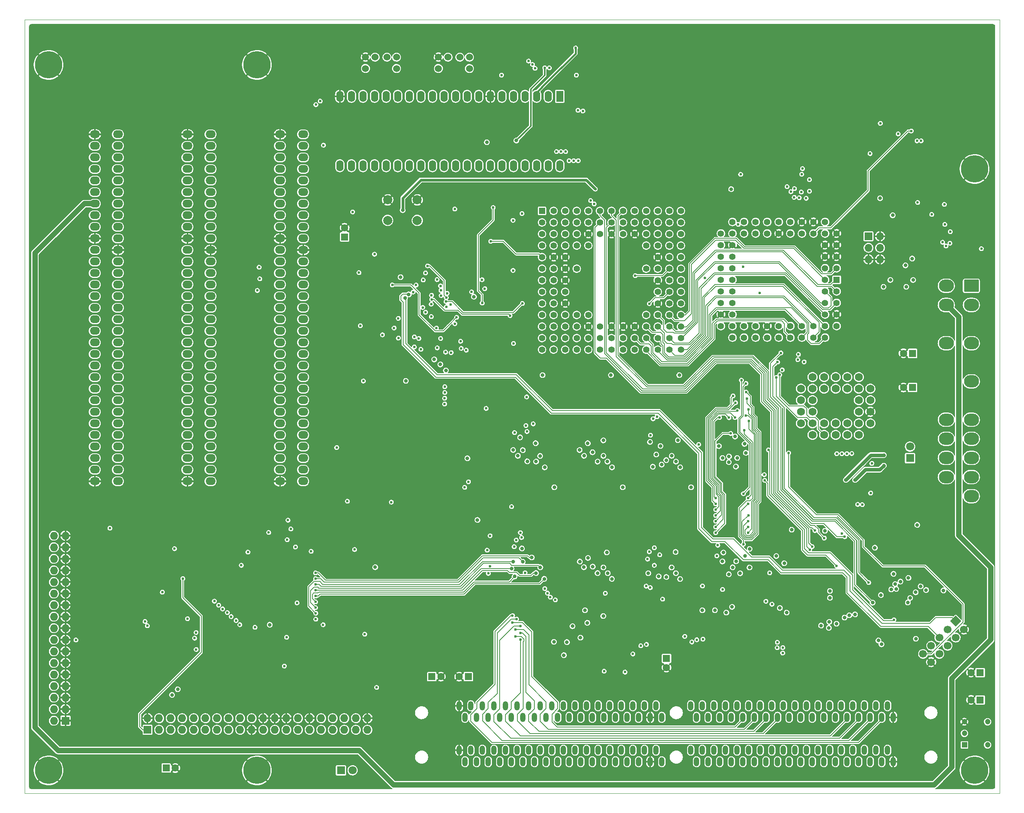
<source format=gbr>
%TF.GenerationSoftware,KiCad,Pcbnew,(5.99.0-9466-g7fda7438f9)*%
%TF.CreationDate,2021-03-26T21:03:58-04:00*%
%TF.ProjectId,C68,4336382e-6b69-4636-9164-5f7063625858,rev?*%
%TF.SameCoordinates,Original*%
%TF.FileFunction,Copper,L2,Inr*%
%TF.FilePolarity,Positive*%
%FSLAX46Y46*%
G04 Gerber Fmt 4.6, Leading zero omitted, Abs format (unit mm)*
G04 Created by KiCad (PCBNEW (5.99.0-9466-g7fda7438f9)) date 2021-03-26 21:03:58*
%MOMM*%
%LPD*%
G01*
G04 APERTURE LIST*
G04 Aperture macros list*
%AMRoundRect*
0 Rectangle with rounded corners*
0 $1 Rounding radius*
0 $2 $3 $4 $5 $6 $7 $8 $9 X,Y pos of 4 corners*
0 Add a 4 corners polygon primitive as box body*
4,1,4,$2,$3,$4,$5,$6,$7,$8,$9,$2,$3,0*
0 Add four circle primitives for the rounded corners*
1,1,$1+$1,$2,$3*
1,1,$1+$1,$4,$5*
1,1,$1+$1,$6,$7*
1,1,$1+$1,$8,$9*
0 Add four rect primitives between the rounded corners*
20,1,$1+$1,$2,$3,$4,$5,0*
20,1,$1+$1,$4,$5,$6,$7,0*
20,1,$1+$1,$6,$7,$8,$9,0*
20,1,$1+$1,$8,$9,$2,$3,0*%
%AMHorizOval*
0 Thick line with rounded ends*
0 $1 width*
0 $2 $3 position (X,Y) of the first rounded end (center of the circle)*
0 $4 $5 position (X,Y) of the second rounded end (center of the circle)*
0 Add line between two ends*
20,1,$1,$2,$3,$4,$5,0*
0 Add two circle primitives to create the rounded ends*
1,1,$1,$2,$3*
1,1,$1,$4,$5*%
%AMRotRect*
0 Rectangle, with rotation*
0 The origin of the aperture is its center*
0 $1 length*
0 $2 width*
0 $3 Rotation angle, in degrees counterclockwise*
0 Add horizontal line*
21,1,$1,$2,0,0,$3*%
G04 Aperture macros list end*
%TA.AperFunction,Profile*%
%ADD10C,0.050000*%
%TD*%
%TA.AperFunction,ComponentPad*%
%ADD11C,6.000000*%
%TD*%
%TA.AperFunction,ComponentPad*%
%ADD12R,1.600000X2.400000*%
%TD*%
%TA.AperFunction,ComponentPad*%
%ADD13O,1.600000X2.400000*%
%TD*%
%TA.AperFunction,ComponentPad*%
%ADD14C,1.524000*%
%TD*%
%TA.AperFunction,ComponentPad*%
%ADD15C,1.750000*%
%TD*%
%TA.AperFunction,ComponentPad*%
%ADD16O,2.200000X1.700000*%
%TD*%
%TA.AperFunction,ComponentPad*%
%ADD17R,1.422400X1.422400*%
%TD*%
%TA.AperFunction,ComponentPad*%
%ADD18C,1.422400*%
%TD*%
%TA.AperFunction,ComponentPad*%
%ADD19R,1.397000X1.397000*%
%TD*%
%TA.AperFunction,ComponentPad*%
%ADD20C,1.397000*%
%TD*%
%TA.AperFunction,ComponentPad*%
%ADD21C,2.000000*%
%TD*%
%TA.AperFunction,ComponentPad*%
%ADD22R,1.700000X1.700000*%
%TD*%
%TA.AperFunction,ComponentPad*%
%ADD23O,1.700000X1.700000*%
%TD*%
%TA.AperFunction,ComponentPad*%
%ADD24RoundRect,0.250001X-1.399999X1.099999X-1.399999X-1.099999X1.399999X-1.099999X1.399999X1.099999X0*%
%TD*%
%TA.AperFunction,ComponentPad*%
%ADD25O,3.300000X2.700000*%
%TD*%
%TA.AperFunction,ComponentPad*%
%ADD26R,1.800000X1.800000*%
%TD*%
%TA.AperFunction,ComponentPad*%
%ADD27C,1.800000*%
%TD*%
%TA.AperFunction,ComponentPad*%
%ADD28R,1.727200X1.727200*%
%TD*%
%TA.AperFunction,ComponentPad*%
%ADD29O,1.727200X1.727200*%
%TD*%
%TA.AperFunction,ComponentPad*%
%ADD30R,1.600000X1.600000*%
%TD*%
%TA.AperFunction,ComponentPad*%
%ADD31C,1.600000*%
%TD*%
%TA.AperFunction,ComponentPad*%
%ADD32C,1.200000*%
%TD*%
%TA.AperFunction,ComponentPad*%
%ADD33R,1.200000X1.200000*%
%TD*%
%TA.AperFunction,ComponentPad*%
%ADD34RotRect,1.700000X1.700000X315.000000*%
%TD*%
%TA.AperFunction,ComponentPad*%
%ADD35HorizOval,1.700000X0.000000X0.000000X0.000000X0.000000X0*%
%TD*%
%TA.AperFunction,ComponentPad*%
%ADD36O,1.200000X2.000000*%
%TD*%
%TA.AperFunction,ViaPad*%
%ADD37C,0.800000*%
%TD*%
%TA.AperFunction,ViaPad*%
%ADD38C,0.600000*%
%TD*%
%TA.AperFunction,Conductor*%
%ADD39C,0.800000*%
%TD*%
%TA.AperFunction,Conductor*%
%ADD40C,0.600000*%
%TD*%
%TA.AperFunction,Conductor*%
%ADD41C,1.200000*%
%TD*%
%TA.AperFunction,Conductor*%
%ADD42C,0.150000*%
%TD*%
%TA.AperFunction,Conductor*%
%ADD43C,0.200000*%
%TD*%
%TA.AperFunction,Conductor*%
%ADD44C,0.300000*%
%TD*%
%TA.AperFunction,Conductor*%
%ADD45C,0.400000*%
%TD*%
G04 APERTURE END LIST*
D10*
X304000000Y-210000000D02*
X90000000Y-210000000D01*
X90000000Y-210000000D02*
X90000000Y-40000000D01*
X304000000Y-40000000D02*
X304000000Y-210000000D01*
X90000000Y-40000000D02*
X304000000Y-40000000D01*
D11*
X140990000Y-204920000D03*
X95270000Y-204920000D03*
X140990000Y-49980000D03*
X298470000Y-204920000D03*
D12*
X207460000Y-56870000D03*
D13*
X204920000Y-56870000D03*
X202380000Y-56870000D03*
X199840000Y-56870000D03*
X197300000Y-56870000D03*
X194760000Y-56870000D03*
X192220000Y-56870000D03*
X189680000Y-56870000D03*
X187140000Y-56870000D03*
X184600000Y-56870000D03*
X182060000Y-56870000D03*
X179520000Y-56870000D03*
X176980000Y-56870000D03*
X174440000Y-56870000D03*
X171900000Y-56870000D03*
X169360000Y-56870000D03*
X166820000Y-56870000D03*
X164280000Y-56870000D03*
X161740000Y-56870000D03*
X159200000Y-56870000D03*
X159200000Y-72110000D03*
X161740000Y-72110000D03*
X164280000Y-72110000D03*
X166820000Y-72110000D03*
X169360000Y-72110000D03*
X171900000Y-72110000D03*
X174440000Y-72110000D03*
X176980000Y-72110000D03*
X179520000Y-72110000D03*
X182060000Y-72110000D03*
X184600000Y-72110000D03*
X187140000Y-72110000D03*
X189680000Y-72110000D03*
X192220000Y-72110000D03*
X194760000Y-72110000D03*
X197300000Y-72110000D03*
X199840000Y-72110000D03*
X202380000Y-72110000D03*
X204920000Y-72110000D03*
X207460000Y-72110000D03*
D11*
X298470000Y-72840000D03*
X95270000Y-49980000D03*
D14*
X166930000Y-48260000D03*
X169530000Y-48260000D03*
X164830000Y-48260000D03*
X171630000Y-48260000D03*
X164830000Y-50760000D03*
X171630000Y-50760000D03*
X182930000Y-48260000D03*
X185530000Y-48260000D03*
X180830000Y-48260000D03*
X187630000Y-48260000D03*
X180830000Y-50760000D03*
X187630000Y-50760000D03*
D15*
X262910000Y-123610000D03*
X260370000Y-126150000D03*
X262910000Y-126150000D03*
X260370000Y-128690000D03*
X262910000Y-131230000D03*
X262910000Y-128690000D03*
X265450000Y-131230000D03*
X265450000Y-128690000D03*
X267990000Y-131230000D03*
X267990000Y-128690000D03*
X270530000Y-131230000D03*
X270530000Y-128690000D03*
X273070000Y-131230000D03*
X275610000Y-128690000D03*
X273070000Y-128690000D03*
X275610000Y-126150000D03*
X273070000Y-126150000D03*
X275610000Y-123610000D03*
X273070000Y-123610000D03*
X275610000Y-121070000D03*
X273070000Y-118530000D03*
X273070000Y-121070000D03*
X270530000Y-118530000D03*
X270530000Y-121070000D03*
X267990000Y-118530000D03*
X267990000Y-121070000D03*
X265450000Y-118530000D03*
X265450000Y-121070000D03*
X262910000Y-118530000D03*
X262910000Y-118530000D03*
X260370000Y-121070000D03*
X262910000Y-121070000D03*
X260370000Y-123610000D03*
D16*
X151150000Y-65220000D03*
X151150000Y-67760000D03*
X151150000Y-70300000D03*
X151150000Y-72840000D03*
X151150000Y-75380000D03*
X151150000Y-77920000D03*
X151150000Y-80460000D03*
X151150000Y-83000000D03*
X151150000Y-85540000D03*
X151150000Y-88080000D03*
X151150000Y-90620000D03*
X151150000Y-93160000D03*
X151150000Y-95700000D03*
X151150000Y-98240000D03*
X151150000Y-100780000D03*
X151150000Y-103320000D03*
X151150000Y-105860000D03*
X151150000Y-108400000D03*
X151150000Y-110940000D03*
X151150000Y-113480000D03*
X151150000Y-116020000D03*
X151150000Y-118560000D03*
X151150000Y-121100000D03*
X151150000Y-123640000D03*
X151150000Y-126180000D03*
X151150000Y-128720000D03*
X151150000Y-131260000D03*
X151150000Y-133800000D03*
X151150000Y-136340000D03*
X151150000Y-138880000D03*
X151150000Y-141420000D03*
X146070000Y-65220000D03*
X146070000Y-67760000D03*
X146070000Y-70300000D03*
X146070000Y-72840000D03*
X146070000Y-75380000D03*
X146070000Y-77920000D03*
X146070000Y-80460000D03*
X146070000Y-83000000D03*
X146070000Y-85540000D03*
X146070000Y-88080000D03*
X146070000Y-90620000D03*
X146070000Y-93160000D03*
X146070000Y-95700000D03*
X146070000Y-98240000D03*
X146070000Y-100780000D03*
X146070000Y-103320000D03*
X146070000Y-105860000D03*
X146070000Y-108400000D03*
X146070000Y-110940000D03*
X146070000Y-113480000D03*
X146070000Y-116020000D03*
X146070000Y-118560000D03*
X146070000Y-121100000D03*
X146070000Y-123640000D03*
X146070000Y-126180000D03*
X146070000Y-128720000D03*
X146070000Y-131260000D03*
X146070000Y-133800000D03*
X146070000Y-136340000D03*
X146070000Y-138880000D03*
X146070000Y-141420000D03*
D17*
X268220000Y-97150000D03*
D18*
X265680000Y-97150000D03*
X268220000Y-94610000D03*
X265680000Y-94610000D03*
X268220000Y-92070000D03*
X265680000Y-92070000D03*
X268220000Y-89530000D03*
X265680000Y-89530000D03*
X268220000Y-86990000D03*
X265680000Y-84450000D03*
X265680000Y-86990000D03*
X263140000Y-84450000D03*
X263140000Y-86990000D03*
X260600000Y-84450000D03*
X260600000Y-86990000D03*
X258060000Y-84450000D03*
X258060000Y-86990000D03*
X255520000Y-84450000D03*
X255520000Y-86990000D03*
X252980000Y-84450000D03*
X252980000Y-86990000D03*
X250440000Y-84450000D03*
X250440000Y-86990000D03*
X247900000Y-84450000D03*
X247900000Y-86990000D03*
X245360000Y-84450000D03*
X242820000Y-86990000D03*
X245360000Y-86990000D03*
X242820000Y-89530000D03*
X245360000Y-89530000D03*
X242820000Y-92070000D03*
X245360000Y-92070000D03*
X242820000Y-94610000D03*
X245360000Y-94610000D03*
X242820000Y-97150000D03*
X245360000Y-97150000D03*
X242820000Y-99690000D03*
X245360000Y-99690000D03*
X242820000Y-102230000D03*
X245360000Y-102230000D03*
X242820000Y-104770000D03*
X245360000Y-104770000D03*
X242820000Y-107310000D03*
X245360000Y-109850000D03*
X245360000Y-107310000D03*
X247900000Y-109850000D03*
X247900000Y-107310000D03*
X250440000Y-109850000D03*
X250440000Y-107310000D03*
X252980000Y-109850000D03*
X252980000Y-107310000D03*
X255520000Y-109850000D03*
X255520000Y-107310000D03*
X258060000Y-109850000D03*
X258060000Y-107310000D03*
X260600000Y-109850000D03*
X260600000Y-107310000D03*
X263140000Y-109850000D03*
X263140000Y-107310000D03*
X265680000Y-109850000D03*
X268220000Y-107310000D03*
X265680000Y-107310000D03*
X268220000Y-104770000D03*
X265680000Y-104770000D03*
X268220000Y-102230000D03*
X265680000Y-102230000D03*
X268220000Y-99690000D03*
X265680000Y-99690000D03*
D19*
X203560000Y-82030000D03*
D20*
X206100000Y-82030000D03*
X208640000Y-82030000D03*
X211180000Y-82030000D03*
X213720000Y-82030000D03*
X216260000Y-82030000D03*
X218800000Y-82030000D03*
X221340000Y-82030000D03*
X223880000Y-82030000D03*
X226420000Y-82030000D03*
X228960000Y-82030000D03*
X231500000Y-82030000D03*
X234040000Y-82030000D03*
X203560000Y-84570000D03*
X206100000Y-84570000D03*
X208640000Y-84570000D03*
X211180000Y-84570000D03*
X213720000Y-84570000D03*
X216260000Y-84570000D03*
X218800000Y-84570000D03*
X221340000Y-84570000D03*
X223880000Y-84570000D03*
X226420000Y-84570000D03*
X228960000Y-84570000D03*
X231500000Y-84570000D03*
X234040000Y-84570000D03*
X203560000Y-87110000D03*
X206100000Y-87110000D03*
X208640000Y-87110000D03*
X211180000Y-87110000D03*
X213720000Y-87110000D03*
X216260000Y-87110000D03*
X218800000Y-87110000D03*
X221340000Y-87110000D03*
X223880000Y-87110000D03*
X226420000Y-87110000D03*
X228960000Y-87110000D03*
X231500000Y-87110000D03*
X234040000Y-87110000D03*
X203560000Y-89650000D03*
X206100000Y-89650000D03*
X208640000Y-89650000D03*
X211180000Y-89650000D03*
X213720000Y-89650000D03*
X226420000Y-89650000D03*
X228960000Y-89650000D03*
X231500000Y-89650000D03*
X234040000Y-89650000D03*
X203560000Y-92190000D03*
X206100000Y-92190000D03*
X208640000Y-92190000D03*
X228960000Y-92190000D03*
X231500000Y-92190000D03*
X234040000Y-92190000D03*
X203560000Y-94730000D03*
X206100000Y-94730000D03*
X208640000Y-94730000D03*
X211180000Y-94730000D03*
X226420000Y-94730000D03*
X228960000Y-94730000D03*
X231500000Y-94730000D03*
X234040000Y-94730000D03*
X203560000Y-97270000D03*
X206100000Y-97270000D03*
X208640000Y-97270000D03*
X228960000Y-97270000D03*
X231500000Y-97270000D03*
X234040000Y-97270000D03*
X203560000Y-99810000D03*
X206100000Y-99810000D03*
X208640000Y-99810000D03*
X228960000Y-99810000D03*
X231500000Y-99810000D03*
X234040000Y-99810000D03*
X203560000Y-102350000D03*
X206100000Y-102350000D03*
X208640000Y-102350000D03*
X228960000Y-102350000D03*
X231500000Y-102350000D03*
X234040000Y-102350000D03*
X203560000Y-104890000D03*
X206100000Y-104890000D03*
X208640000Y-104890000D03*
X211180000Y-104890000D03*
X213720000Y-104890000D03*
X226420000Y-104890000D03*
X228960000Y-104890000D03*
X231500000Y-104890000D03*
X234040000Y-104890000D03*
X203560000Y-107430000D03*
X206100000Y-107430000D03*
X208640000Y-107430000D03*
X211180000Y-107430000D03*
X213720000Y-107430000D03*
X216260000Y-107430000D03*
X218800000Y-107430000D03*
X221340000Y-107430000D03*
X223880000Y-107430000D03*
X226420000Y-107430000D03*
X228960000Y-107430000D03*
X231500000Y-107430000D03*
X234040000Y-107430000D03*
X203560000Y-109970000D03*
X206100000Y-109970000D03*
X208640000Y-109970000D03*
X211180000Y-109970000D03*
X213720000Y-109970000D03*
X216260000Y-109970000D03*
X218800000Y-109970000D03*
X221340000Y-109970000D03*
X223880000Y-109970000D03*
X226420000Y-109970000D03*
X228960000Y-109970000D03*
X231500000Y-109970000D03*
X234040000Y-109970000D03*
X203560000Y-112510000D03*
X206100000Y-112510000D03*
X208640000Y-112510000D03*
X211180000Y-112510000D03*
X213720000Y-112510000D03*
X216260000Y-112510000D03*
X218800000Y-112510000D03*
X221340000Y-112510000D03*
X223880000Y-112510000D03*
X226420000Y-112510000D03*
X228960000Y-112510000D03*
X231500000Y-112510000D03*
X234040000Y-112510000D03*
D16*
X130830000Y-65220000D03*
X130830000Y-67760000D03*
X130830000Y-70300000D03*
X130830000Y-72840000D03*
X130830000Y-75380000D03*
X130830000Y-77920000D03*
X130830000Y-80460000D03*
X130830000Y-83000000D03*
X130830000Y-85540000D03*
X130830000Y-88080000D03*
X130830000Y-90620000D03*
X130830000Y-93160000D03*
X130830000Y-95700000D03*
X130830000Y-98240000D03*
X130830000Y-100780000D03*
X130830000Y-103320000D03*
X130830000Y-105860000D03*
X130830000Y-108400000D03*
X130830000Y-110940000D03*
X130830000Y-113480000D03*
X130830000Y-116020000D03*
X130830000Y-118560000D03*
X130830000Y-121100000D03*
X130830000Y-123640000D03*
X130830000Y-126180000D03*
X130830000Y-128720000D03*
X130830000Y-131260000D03*
X130830000Y-133800000D03*
X130830000Y-136340000D03*
X130830000Y-138880000D03*
X130830000Y-141420000D03*
X125750000Y-65220000D03*
X125750000Y-67760000D03*
X125750000Y-70300000D03*
X125750000Y-72840000D03*
X125750000Y-75380000D03*
X125750000Y-77920000D03*
X125750000Y-80460000D03*
X125750000Y-83000000D03*
X125750000Y-85540000D03*
X125750000Y-88080000D03*
X125750000Y-90620000D03*
X125750000Y-93160000D03*
X125750000Y-95700000D03*
X125750000Y-98240000D03*
X125750000Y-100780000D03*
X125750000Y-103320000D03*
X125750000Y-105860000D03*
X125750000Y-108400000D03*
X125750000Y-110940000D03*
X125750000Y-113480000D03*
X125750000Y-116020000D03*
X125750000Y-118560000D03*
X125750000Y-121100000D03*
X125750000Y-123640000D03*
X125750000Y-126180000D03*
X125750000Y-128720000D03*
X125750000Y-131260000D03*
X125750000Y-133800000D03*
X125750000Y-136340000D03*
X125750000Y-138880000D03*
X125750000Y-141420000D03*
D21*
X169690000Y-79610000D03*
X176190000Y-79610000D03*
X176190000Y-84110000D03*
X169690000Y-84110000D03*
D16*
X110510000Y-65220000D03*
X110510000Y-67760000D03*
X110510000Y-70300000D03*
X110510000Y-72840000D03*
X110510000Y-75380000D03*
X110510000Y-77920000D03*
X110510000Y-80460000D03*
X110510000Y-83000000D03*
X110510000Y-85540000D03*
X110510000Y-88080000D03*
X110510000Y-90620000D03*
X110510000Y-93160000D03*
X110510000Y-95700000D03*
X110510000Y-98240000D03*
X110510000Y-100780000D03*
X110510000Y-103320000D03*
X110510000Y-105860000D03*
X110510000Y-108400000D03*
X110510000Y-110940000D03*
X110510000Y-113480000D03*
X110510000Y-116020000D03*
X110510000Y-118560000D03*
X110510000Y-121100000D03*
X110510000Y-123640000D03*
X110510000Y-126180000D03*
X110510000Y-128720000D03*
X110510000Y-131260000D03*
X110510000Y-133800000D03*
X110510000Y-136340000D03*
X110510000Y-138880000D03*
X110510000Y-141420000D03*
X105430000Y-65220000D03*
X105430000Y-67760000D03*
X105430000Y-70300000D03*
X105430000Y-72840000D03*
X105430000Y-75380000D03*
X105430000Y-77920000D03*
X105430000Y-80460000D03*
X105430000Y-83000000D03*
X105430000Y-85540000D03*
X105430000Y-88080000D03*
X105430000Y-90620000D03*
X105430000Y-93160000D03*
X105430000Y-95700000D03*
X105430000Y-98240000D03*
X105430000Y-100780000D03*
X105430000Y-103320000D03*
X105430000Y-105860000D03*
X105430000Y-108400000D03*
X105430000Y-110940000D03*
X105430000Y-113480000D03*
X105430000Y-116020000D03*
X105430000Y-118560000D03*
X105430000Y-121100000D03*
X105430000Y-123640000D03*
X105430000Y-126180000D03*
X105430000Y-128720000D03*
X105430000Y-131260000D03*
X105430000Y-133800000D03*
X105430000Y-136340000D03*
X105430000Y-138880000D03*
X105430000Y-141420000D03*
D22*
X275200000Y-87600000D03*
D23*
X277740000Y-87600000D03*
X275200000Y-90140000D03*
X277740000Y-90140000D03*
X275200000Y-92680000D03*
X277740000Y-92680000D03*
D24*
X297775000Y-98490000D03*
D25*
X297775000Y-102690000D03*
X297775000Y-106890000D03*
X297775000Y-111090000D03*
X297775000Y-115290000D03*
X297775000Y-119490000D03*
X297775000Y-123690000D03*
X297775000Y-127890000D03*
X297775000Y-132090000D03*
X297775000Y-136290000D03*
X297775000Y-140490000D03*
X297775000Y-144690000D03*
X292275000Y-98490000D03*
X292275000Y-102690000D03*
X292275000Y-106890000D03*
X292275000Y-111090000D03*
X292275000Y-115290000D03*
X292275000Y-119490000D03*
X292275000Y-123690000D03*
X292275000Y-127890000D03*
X292275000Y-132090000D03*
X292275000Y-136290000D03*
X292275000Y-140490000D03*
X292275000Y-144690000D03*
D26*
X284325000Y-136340000D03*
D27*
X284325000Y-133800000D03*
D28*
X117000000Y-196000000D03*
D29*
X117000000Y-193460000D03*
X119540000Y-196000000D03*
X119540000Y-193460000D03*
X122080000Y-196000000D03*
X122080000Y-193460000D03*
X124620000Y-196000000D03*
X124620000Y-193460000D03*
X127160000Y-196000000D03*
X127160000Y-193460000D03*
X129700000Y-196000000D03*
X129700000Y-193460000D03*
X132240000Y-196000000D03*
X132240000Y-193460000D03*
X134780000Y-196000000D03*
X134780000Y-193460000D03*
X137320000Y-196000000D03*
X137320000Y-193460000D03*
X139860000Y-196000000D03*
X139860000Y-193460000D03*
X142400000Y-196000000D03*
X142400000Y-193460000D03*
X144940000Y-196000000D03*
X144940000Y-193460000D03*
X147480000Y-196000000D03*
X147480000Y-193460000D03*
X150020000Y-196000000D03*
X150020000Y-193460000D03*
X152560000Y-196000000D03*
X152560000Y-193460000D03*
X155100000Y-196000000D03*
X155100000Y-193460000D03*
X157640000Y-196000000D03*
X157640000Y-193460000D03*
X160180000Y-196000000D03*
X160180000Y-193460000D03*
X162720000Y-196000000D03*
X162720000Y-193460000D03*
X165260000Y-196000000D03*
X165260000Y-193460000D03*
D28*
X99000000Y-194000000D03*
D29*
X96460000Y-194000000D03*
X99000000Y-191460000D03*
X96460000Y-191460000D03*
X99000000Y-188920000D03*
X96460000Y-188920000D03*
X99000000Y-186380000D03*
X96460000Y-186380000D03*
X99000000Y-183840000D03*
X96460000Y-183840000D03*
X99000000Y-181300000D03*
X96460000Y-181300000D03*
X99000000Y-178760000D03*
X96460000Y-178760000D03*
X99000000Y-176220000D03*
X96460000Y-176220000D03*
X99000000Y-173680000D03*
X96460000Y-173680000D03*
X99000000Y-171140000D03*
X96460000Y-171140000D03*
X99000000Y-168600000D03*
X96460000Y-168600000D03*
X99000000Y-166060000D03*
X96460000Y-166060000D03*
X99000000Y-163520000D03*
X96460000Y-163520000D03*
X99000000Y-160980000D03*
X96460000Y-160980000D03*
X99000000Y-158440000D03*
X96460000Y-158440000D03*
X99000000Y-155900000D03*
X96460000Y-155900000D03*
X99000000Y-153360000D03*
X96460000Y-153360000D03*
D30*
X187380000Y-184320000D03*
D31*
X185380000Y-184320000D03*
D30*
X230880000Y-180320000D03*
D31*
X230880000Y-182320000D03*
D30*
X299710000Y-183440000D03*
D31*
X297710000Y-183440000D03*
D30*
X179380000Y-184320000D03*
D31*
X181380000Y-184320000D03*
D30*
X284880000Y-120820000D03*
D31*
X282880000Y-120820000D03*
D30*
X284880000Y-113320000D03*
D31*
X282880000Y-113320000D03*
D30*
X160250000Y-87750000D03*
D31*
X160250000Y-85750000D03*
D30*
X299710000Y-189440000D03*
D31*
X297710000Y-189440000D03*
D32*
X301330000Y-194240000D03*
X301330000Y-199320000D03*
D33*
X296250000Y-199320000D03*
D32*
X296250000Y-196780000D03*
X296250000Y-194240000D03*
D30*
X121100000Y-204400000D03*
D31*
X123100000Y-204400000D03*
D34*
X294350000Y-172150000D03*
D35*
X296146051Y-173946051D03*
X292553949Y-173946051D03*
X294350000Y-175742102D03*
X290757898Y-175742102D03*
X292553949Y-177538154D03*
X288961846Y-177538154D03*
X290757898Y-179334205D03*
X287165795Y-179334205D03*
X288961846Y-181130256D03*
D36*
X280652000Y-203016000D03*
X279382000Y-200476000D03*
X278112000Y-203016000D03*
X276842000Y-200476000D03*
X275572000Y-203016000D03*
X274302000Y-200476000D03*
X273032000Y-203016000D03*
X271762000Y-200476000D03*
X270492000Y-203016000D03*
X269222000Y-200476000D03*
X267952000Y-203016000D03*
X266682000Y-200476000D03*
X265412000Y-203016000D03*
X264142000Y-200476000D03*
X262872000Y-203016000D03*
X261602000Y-200476000D03*
X260332000Y-203016000D03*
X259062000Y-200476000D03*
X257792000Y-203016000D03*
X256522000Y-200476000D03*
X255252000Y-203016000D03*
X253982000Y-200476000D03*
X252712000Y-203016000D03*
X251442000Y-200476000D03*
X250172000Y-203016000D03*
X248902000Y-200476000D03*
X247632000Y-203016000D03*
X246362000Y-200476000D03*
X245092000Y-203016000D03*
X243822000Y-200476000D03*
X242552000Y-203016000D03*
X241282000Y-200476000D03*
X240012000Y-203016000D03*
X238742000Y-200476000D03*
X237472000Y-203016000D03*
X236202000Y-200476000D03*
X229852000Y-203016000D03*
X228582000Y-200476000D03*
X227312000Y-203016000D03*
X226042000Y-200476000D03*
X224772000Y-203016000D03*
X223502000Y-200476000D03*
X222232000Y-203016000D03*
X220962000Y-200476000D03*
X219692000Y-203016000D03*
X218422000Y-200476000D03*
X217152000Y-203016000D03*
X215882000Y-200476000D03*
X214612000Y-203016000D03*
X213342000Y-200476000D03*
X212072000Y-203016000D03*
X210802000Y-200476000D03*
X209532000Y-203016000D03*
X208262000Y-200476000D03*
X206992000Y-203016000D03*
X205722000Y-200476000D03*
X204452000Y-203016000D03*
X203182000Y-200476000D03*
X201912000Y-203016000D03*
X200642000Y-200476000D03*
X199372000Y-203016000D03*
X198102000Y-200476000D03*
X196832000Y-203016000D03*
X195562000Y-200476000D03*
X194292000Y-203016000D03*
X193022000Y-200476000D03*
X191752000Y-203016000D03*
X190482000Y-200476000D03*
X189212000Y-203016000D03*
X187942000Y-200476000D03*
X186672000Y-203016000D03*
X185402000Y-200476000D03*
X280652000Y-193266000D03*
X279382000Y-190726000D03*
X278112000Y-193266000D03*
X276842000Y-190726000D03*
X275572000Y-193266000D03*
X274302000Y-190726000D03*
X273032000Y-193266000D03*
X271762000Y-190726000D03*
X270492000Y-193266000D03*
X269222000Y-190726000D03*
X267952000Y-193266000D03*
X266682000Y-190726000D03*
X265412000Y-193266000D03*
X264142000Y-190726000D03*
X262872000Y-193266000D03*
X261602000Y-190726000D03*
X260332000Y-193266000D03*
X259062000Y-190726000D03*
X257792000Y-193266000D03*
X256522000Y-190726000D03*
X255252000Y-193266000D03*
X253982000Y-190726000D03*
X252712000Y-193266000D03*
X251442000Y-190726000D03*
X250172000Y-193266000D03*
X248902000Y-190726000D03*
X247632000Y-193266000D03*
X246362000Y-190726000D03*
X245092000Y-193266000D03*
X243822000Y-190726000D03*
X242552000Y-193266000D03*
X241282000Y-190726000D03*
X240012000Y-193266000D03*
X238742000Y-190726000D03*
X237472000Y-193266000D03*
X236202000Y-190726000D03*
X229852000Y-193266000D03*
X228582000Y-190726000D03*
X227312000Y-193266000D03*
X226042000Y-190726000D03*
X224772000Y-193266000D03*
X223502000Y-190726000D03*
X222232000Y-193266000D03*
X220962000Y-190726000D03*
X219692000Y-193266000D03*
X218422000Y-190726000D03*
X217152000Y-193266000D03*
X215882000Y-190726000D03*
X214612000Y-193266000D03*
X213342000Y-190726000D03*
X212072000Y-193266000D03*
X210802000Y-190726000D03*
X209532000Y-193266000D03*
X208262000Y-190726000D03*
X206992000Y-193266000D03*
X205722000Y-190726000D03*
X204452000Y-193266000D03*
X203182000Y-190726000D03*
X201912000Y-193266000D03*
X200642000Y-190726000D03*
X199372000Y-193266000D03*
X198102000Y-190726000D03*
X196832000Y-193266000D03*
X195562000Y-190726000D03*
X194292000Y-193266000D03*
X193022000Y-190726000D03*
X191752000Y-193266000D03*
X190482000Y-190726000D03*
X189212000Y-193266000D03*
X187942000Y-190726000D03*
X186672000Y-193266000D03*
X185402000Y-190726000D03*
D26*
X159450000Y-204900000D03*
D27*
X161990000Y-204900000D03*
D37*
X241780000Y-163100000D03*
X177570000Y-151380000D03*
X177510000Y-136360000D03*
D38*
X191900000Y-162825000D03*
D37*
X276725000Y-167000000D03*
D38*
X171170000Y-175260000D03*
D37*
X269250000Y-163000000D03*
D38*
X280550000Y-74640000D03*
X268950000Y-78450000D03*
X150580000Y-202280000D03*
X132125000Y-161900000D03*
X197550000Y-45325000D03*
X196325000Y-138850000D03*
X296950000Y-58700000D03*
X215725000Y-116625000D03*
X209500000Y-164175000D03*
X153840000Y-160290000D03*
X200700000Y-116600000D03*
X162490000Y-160285000D03*
X190940000Y-81720000D03*
X277725000Y-67725000D03*
X239950000Y-85470000D03*
X176700000Y-96400000D03*
D37*
X274050000Y-164100000D03*
D38*
X264050000Y-174200000D03*
X291225000Y-91625000D03*
X245650000Y-116600000D03*
X147275000Y-156325000D03*
X211625000Y-138375000D03*
X230700000Y-116625000D03*
X282950000Y-61200000D03*
X226580000Y-162860000D03*
X125300000Y-177700000D03*
X141500000Y-149500000D03*
X171500000Y-97450000D03*
D37*
X185300000Y-96100000D03*
X275700000Y-150800000D03*
D38*
X161950000Y-104650000D03*
X161590000Y-171710000D03*
X168575000Y-130825000D03*
X165625000Y-141125000D03*
X217850000Y-43400000D03*
D37*
X284700000Y-168950000D03*
D38*
X181625000Y-106975000D03*
D37*
X291900000Y-167800000D03*
D38*
X121700000Y-167475000D03*
X264450000Y-153950000D03*
X236150000Y-140075000D03*
X197025000Y-140350000D03*
X159100000Y-147500000D03*
X186675000Y-125575000D03*
X224600000Y-139850000D03*
D37*
X289700000Y-160500000D03*
X280750000Y-157200000D03*
D38*
X239950000Y-84120000D03*
X282930000Y-69250000D03*
X155600000Y-67600000D03*
D37*
X206260000Y-142730000D03*
X173690000Y-119360000D03*
X218690000Y-118100000D03*
D38*
X108740000Y-151710000D03*
X197190000Y-84110000D03*
D37*
X203690000Y-118100000D03*
D38*
X197190000Y-95110000D03*
X197310000Y-111140000D03*
D37*
X189390000Y-149910000D03*
X221290000Y-142730000D03*
X236280000Y-142730000D03*
X233690000Y-118100000D03*
X187190000Y-136360000D03*
D38*
X184420000Y-81620000D03*
X239300000Y-96740000D03*
D37*
X270240000Y-141120000D03*
X272260000Y-141120000D03*
X241500000Y-169750000D03*
X278560000Y-135670000D03*
X266750000Y-167000000D03*
X278560000Y-137980000D03*
X257250000Y-170250000D03*
X280000000Y-97200000D03*
X278500000Y-98700000D03*
X283300000Y-94000000D03*
X284800000Y-92500000D03*
D38*
X205175000Y-50625000D03*
D37*
X256710000Y-159400000D03*
D38*
X299975000Y-90350000D03*
D37*
X213000000Y-169750000D03*
D38*
X158500000Y-134000000D03*
D37*
X143815000Y-172925000D03*
X166960000Y-160280000D03*
D38*
X210500000Y-71000000D03*
D37*
X245075000Y-77250000D03*
X265650000Y-152300000D03*
X213500000Y-172500000D03*
D38*
X206750000Y-69000000D03*
D37*
X266750000Y-165500000D03*
X283500000Y-98700000D03*
X208360000Y-179610000D03*
X285000000Y-97200000D03*
X255750000Y-169250000D03*
X122370000Y-188340000D03*
D38*
X208750000Y-69000000D03*
X209500000Y-71000000D03*
D37*
X179910000Y-114650000D03*
X210250000Y-173250000D03*
D38*
X211500000Y-71000000D03*
D37*
X258350000Y-152050000D03*
X182460000Y-117080000D03*
D38*
X170500000Y-146000000D03*
D37*
X280500000Y-83000000D03*
X212000000Y-175750000D03*
D38*
X211100000Y-52200000D03*
X207750000Y-69000000D03*
X120237500Y-165762500D03*
D37*
X123620000Y-187090000D03*
X238750000Y-169750000D03*
X206170000Y-176670000D03*
X254970000Y-157830000D03*
X209030000Y-176740000D03*
X217000000Y-171000000D03*
X245270000Y-169000000D03*
X277750000Y-79250000D03*
X244000000Y-170250000D03*
X181250000Y-115750000D03*
D38*
X215262500Y-77237500D03*
X166800000Y-91550000D03*
X213250000Y-75225000D03*
D37*
X172525000Y-96575000D03*
X285900000Y-151000000D03*
X285600000Y-176000000D03*
X172990000Y-81870000D03*
X188625000Y-100875000D03*
X277925000Y-166400000D03*
D38*
X214287500Y-76262500D03*
D37*
X276600000Y-156000000D03*
D38*
X244600000Y-127450000D03*
X241655000Y-150165000D03*
X245910000Y-127410000D03*
X241655000Y-148895000D03*
X248800000Y-150155000D03*
X248880000Y-125640000D03*
X248830000Y-151425000D03*
X248300000Y-126970000D03*
X247940000Y-130240000D03*
X247760000Y-155255000D03*
X191525000Y-156550000D03*
X186600000Y-142750000D03*
X227350000Y-131275000D03*
X248940000Y-128190000D03*
X248780000Y-152695000D03*
X227925000Y-127700000D03*
X187425000Y-141525000D03*
X192175000Y-153375000D03*
X181375000Y-99500000D03*
X255260000Y-115230000D03*
X192300000Y-88700000D03*
X275250000Y-163650000D03*
X215000000Y-80500000D03*
X214250000Y-79750000D03*
X181275000Y-98500000D03*
X191000000Y-99125000D03*
X188125000Y-99825000D03*
X182550000Y-103100000D03*
X181425000Y-100625000D03*
X183550000Y-102600000D03*
X170700000Y-98300000D03*
X256270000Y-116960000D03*
X149450000Y-155850000D03*
X147510000Y-175670000D03*
X184825000Y-105400000D03*
X211450000Y-59925000D03*
X260550000Y-73975000D03*
X270000000Y-153600000D03*
X247320000Y-119210000D03*
X247740000Y-144140000D03*
X269350000Y-152900000D03*
X246040000Y-124150000D03*
X241655000Y-145085000D03*
X273850000Y-146550000D03*
X248790000Y-146345000D03*
X248340000Y-121835000D03*
X191290000Y-125410000D03*
X245470000Y-122660000D03*
X241655000Y-146355000D03*
X275675000Y-144000000D03*
X180550000Y-97125000D03*
D37*
X228640000Y-135540000D03*
D38*
X228190000Y-159880000D03*
X226730000Y-158510000D03*
X248320000Y-119930000D03*
X248790000Y-145075000D03*
X246450000Y-125900000D03*
X241655000Y-147625000D03*
X275930000Y-137480000D03*
D37*
X227880000Y-138220000D03*
X226890000Y-161610000D03*
X232960000Y-137090000D03*
X232940000Y-161600000D03*
D38*
X227320000Y-164780000D03*
D37*
X229560000Y-133660000D03*
D38*
X229400000Y-157570000D03*
X227100000Y-156900000D03*
X248850000Y-148885000D03*
X248570000Y-123290000D03*
D37*
X248280000Y-135170000D03*
X249090000Y-160340000D03*
X248000000Y-133190000D03*
X248110000Y-157780000D03*
D38*
X241940000Y-157790000D03*
D37*
X229160000Y-162320000D03*
X229820000Y-137750000D03*
X231990000Y-160340000D03*
X232020000Y-135830000D03*
D38*
X226410000Y-164440000D03*
X182490000Y-101930000D03*
X199250000Y-102350000D03*
X224025000Y-96250000D03*
D37*
X276100000Y-168075000D03*
D38*
X124730000Y-162780000D03*
X284575000Y-64475000D03*
X255960000Y-113230000D03*
X177500000Y-97200000D03*
X160850000Y-145800000D03*
X179340000Y-101470000D03*
X196550000Y-105025000D03*
X227100000Y-102400000D03*
D37*
X245400000Y-160310000D03*
X244590000Y-135970000D03*
D38*
X238770000Y-164410000D03*
D37*
X246170000Y-158980000D03*
X246400000Y-136290000D03*
D38*
X253530000Y-161530000D03*
D37*
X242370000Y-133690000D03*
X243350000Y-157070000D03*
X233880000Y-138350000D03*
X233860000Y-162870000D03*
D38*
X246620000Y-85010000D03*
D37*
X243170000Y-136290000D03*
X243160000Y-159020000D03*
X247040000Y-161630000D03*
X246120000Y-138180000D03*
D38*
X243170000Y-165170000D03*
D37*
X244550000Y-137210000D03*
X244550000Y-161840000D03*
X230820000Y-136770000D03*
X230850000Y-162440000D03*
D38*
X184425000Y-106800000D03*
X200200000Y-122880000D03*
X181325000Y-110050000D03*
X200040000Y-129170000D03*
X180575000Y-112125000D03*
X176970000Y-112440000D03*
X196900000Y-146990000D03*
X199070000Y-153770000D03*
X175530000Y-111910000D03*
X180400000Y-107750000D03*
X162000000Y-82250000D03*
X179240000Y-102510000D03*
X177380000Y-103240000D03*
X178000000Y-104270000D03*
X171100000Y-107740000D03*
X179270000Y-105250000D03*
X172030000Y-105630000D03*
X182200000Y-124440000D03*
X141090000Y-99510000D03*
X182200000Y-123170000D03*
X141640000Y-96950000D03*
X182220000Y-121920000D03*
X141480000Y-94400000D03*
X182220000Y-120640000D03*
X164350000Y-119400000D03*
X175925000Y-98325000D03*
X212525000Y-60075000D03*
X167280000Y-186700000D03*
X152900000Y-156800000D03*
X178000000Y-95650000D03*
X153920000Y-171700000D03*
X260725000Y-72750000D03*
X147010000Y-181990000D03*
X194675000Y-52200000D03*
X200625000Y-49125000D03*
X261090000Y-115200000D03*
X292200000Y-89750000D03*
X259690000Y-114700000D03*
X291475000Y-88925000D03*
X259840000Y-113550000D03*
X293075000Y-89125000D03*
X202025000Y-50725000D03*
X285990000Y-80180000D03*
X201480000Y-49875000D03*
X291850000Y-80600000D03*
X199160000Y-82610000D03*
D37*
X245930000Y-131580000D03*
X249120000Y-156270000D03*
D38*
X186930000Y-112620000D03*
X252700000Y-167770000D03*
D37*
X233380000Y-132400000D03*
X232880000Y-156940000D03*
D38*
X230030000Y-167310000D03*
X185825000Y-112225000D03*
D37*
X199140000Y-156170000D03*
X198750000Y-131770000D03*
D38*
X206490000Y-167470000D03*
X182400000Y-113050000D03*
D37*
X217770000Y-157040000D03*
X217020000Y-132440000D03*
D38*
X183625000Y-113175000D03*
X217440000Y-166000000D03*
D37*
X191450000Y-66950000D03*
X197925000Y-66575000D03*
D38*
X204160000Y-50610000D03*
X210950000Y-46250000D03*
D37*
X283850000Y-168050000D03*
X284350000Y-167050000D03*
X291650000Y-165400000D03*
X285550000Y-165800000D03*
X287850000Y-165300000D03*
X286650000Y-164500000D03*
X281290000Y-165050000D03*
X281070000Y-163990000D03*
D38*
X256375000Y-179125000D03*
D37*
X283970000Y-162640000D03*
D38*
X255175000Y-177975000D03*
D37*
X280690000Y-161750000D03*
D38*
X255212500Y-176787500D03*
D37*
X280210000Y-165180000D03*
X282220000Y-163440000D03*
D38*
X256387500Y-177937500D03*
D37*
X272250000Y-170650000D03*
D38*
X217200000Y-183125000D03*
X226475000Y-177250000D03*
D37*
X266600000Y-172300000D03*
D38*
X225250000Y-177550000D03*
D37*
X268200000Y-172700000D03*
X269950000Y-171350000D03*
D38*
X223500000Y-179350000D03*
X221775000Y-183325000D03*
D37*
X271000000Y-170850000D03*
X277375000Y-176375000D03*
D38*
X237525000Y-176225000D03*
X238875000Y-176075000D03*
D37*
X278050000Y-177225000D03*
D38*
X234875000Y-175475000D03*
D37*
X266500000Y-173600000D03*
X264800000Y-173100000D03*
D38*
X236450000Y-176725000D03*
X262850000Y-155750000D03*
X262300000Y-156450000D03*
X265500000Y-153900000D03*
X263450000Y-152250000D03*
X101275000Y-176275000D03*
X127675000Y-178350000D03*
X116950000Y-173150000D03*
X127325000Y-175875000D03*
X116450000Y-172200000D03*
X127650000Y-174625000D03*
X131660000Y-167750000D03*
X132600000Y-168630000D03*
X133460000Y-169450000D03*
X134520000Y-170260000D03*
X135350000Y-171140000D03*
X136420000Y-171990000D03*
X137240000Y-172920000D03*
X140580000Y-173480000D03*
X143590000Y-152660000D03*
X289075000Y-82800000D03*
X154890000Y-57920000D03*
X147650000Y-154250000D03*
X148450000Y-151900000D03*
X291950000Y-85000000D03*
X153930000Y-58700000D03*
X155520000Y-172930000D03*
X163700000Y-107250000D03*
X149790000Y-168120000D03*
X147820000Y-149970000D03*
X122925000Y-156225000D03*
X125775000Y-171600000D03*
X197450000Y-155790000D03*
X197530000Y-130725000D03*
X269375000Y-135350000D03*
X237940000Y-133320000D03*
X271525000Y-135325000D03*
X242130000Y-155470000D03*
X242520000Y-127400000D03*
X241655000Y-151435000D03*
X228775000Y-127250000D03*
X270450000Y-135350000D03*
X228210000Y-156010000D03*
D37*
X227250000Y-132775000D03*
D38*
X200260000Y-130490000D03*
X255730000Y-118020000D03*
X197920000Y-154320000D03*
X268225000Y-135350000D03*
X244980000Y-130920000D03*
X198800000Y-152690000D03*
X201620000Y-128800000D03*
X255000000Y-118620000D03*
X241655000Y-152705000D03*
X272850000Y-146500000D03*
D37*
X211810000Y-134550000D03*
X211860000Y-159050000D03*
D38*
X197100000Y-170925000D03*
D37*
X215740000Y-161590000D03*
X215760000Y-137090000D03*
D38*
X198850000Y-173200000D03*
D37*
X212790000Y-135820000D03*
X212760000Y-160290000D03*
D38*
X197975000Y-171675000D03*
D37*
X218930000Y-138360000D03*
X218900000Y-162850000D03*
D38*
X198800000Y-176150000D03*
D37*
X217930000Y-137090000D03*
X217990000Y-161600000D03*
D38*
X197775000Y-175500000D03*
D37*
X217030000Y-160330000D03*
X217030000Y-135830000D03*
D38*
X198825000Y-174725000D03*
D37*
X214700000Y-160150000D03*
X214640000Y-135040000D03*
D38*
X197775000Y-173950000D03*
D37*
X213610000Y-133060000D03*
X213650000Y-158260000D03*
D38*
X197100000Y-172450000D03*
D37*
X197230000Y-134540000D03*
X197250000Y-159040000D03*
D38*
X257350000Y-76700000D03*
X153910000Y-170390000D03*
X205400000Y-166875000D03*
D37*
X198270000Y-135830000D03*
X196870000Y-160620000D03*
D38*
X153870000Y-169160000D03*
X258175000Y-77825000D03*
X204750000Y-165975000D03*
X251310000Y-100080000D03*
D37*
X204050000Y-162850000D03*
X204160000Y-138370000D03*
D38*
X153870000Y-166620000D03*
X258900000Y-79050000D03*
D37*
X199350000Y-134570000D03*
X199340000Y-159080000D03*
D38*
X153870000Y-162810000D03*
X261525000Y-79275000D03*
X182730000Y-100140000D03*
X192125000Y-160050000D03*
D37*
X200330000Y-137040000D03*
X197550000Y-162330000D03*
D38*
X153870000Y-167890000D03*
X204175000Y-164975000D03*
X258975000Y-77125000D03*
D37*
X203140000Y-135840000D03*
X203180000Y-160310000D03*
D38*
X153890000Y-164030000D03*
X260450000Y-77900000D03*
D37*
X202250000Y-161580000D03*
X202260000Y-137080000D03*
D38*
X260000000Y-79150000D03*
X153920000Y-165310000D03*
X182550000Y-101060000D03*
X191775000Y-161650000D03*
X178450000Y-94100000D03*
D37*
X201320000Y-158150000D03*
X202180000Y-133060000D03*
D38*
X153870000Y-161540000D03*
X199825000Y-161500000D03*
X262250000Y-77700000D03*
X247680000Y-94295000D03*
X139025000Y-156975000D03*
X137575000Y-159875000D03*
X176525000Y-110050000D03*
X254010000Y-168420000D03*
X252320000Y-139980000D03*
X162440000Y-156400000D03*
X179320000Y-100550000D03*
X257700000Y-135200000D03*
X175275000Y-99850000D03*
D37*
X174325000Y-100375000D03*
X173500000Y-101175000D03*
D38*
X185700000Y-110675000D03*
X280775000Y-171825000D03*
X253250000Y-134525000D03*
X175550000Y-109700000D03*
X190400000Y-97150000D03*
X164660000Y-175000000D03*
X168550000Y-109250000D03*
X247150000Y-74000000D03*
X190425000Y-102275000D03*
X192850000Y-81300000D03*
X262250000Y-75150000D03*
X293150000Y-86600000D03*
X281725000Y-65125000D03*
X163400000Y-95600000D03*
X286750000Y-66650000D03*
X277800000Y-62800000D03*
X285850000Y-66650000D03*
X275550000Y-69450000D03*
X252440000Y-141210000D03*
X268200000Y-160000000D03*
X172050000Y-109950000D03*
D39*
X278560000Y-137980000D02*
X278560000Y-137980000D01*
X278560000Y-137980000D02*
X277680000Y-138860000D01*
X274520000Y-138860000D02*
X277680000Y-138860000D01*
X278560000Y-135670000D02*
X278560000Y-135670000D01*
X272260000Y-141120000D02*
X274520000Y-138860000D01*
X275690000Y-135670000D02*
X278560000Y-135670000D01*
X270240000Y-141120000D02*
X275690000Y-135670000D01*
D40*
X176965000Y-75225000D02*
X213250000Y-75225000D01*
X213250000Y-75225000D02*
X215262500Y-77237500D01*
X172990000Y-81870000D02*
X172990000Y-79200000D01*
X172990000Y-79200000D02*
X176965000Y-75225000D01*
D41*
X295010000Y-105280000D02*
X292640000Y-102910000D01*
X293470000Y-184720000D02*
X302030000Y-176160000D01*
X163480000Y-200550000D02*
X171020000Y-208090000D01*
X171020000Y-208090000D02*
X289610000Y-208090000D01*
X293470000Y-204230000D02*
X293470000Y-184720000D01*
X295010000Y-153300000D02*
X295010000Y-105280000D01*
X302030000Y-176160000D02*
X302030000Y-160320000D01*
X105430000Y-80460000D02*
X103130000Y-80460000D01*
X302030000Y-160320000D02*
X295010000Y-153300000D01*
X92300000Y-195480000D02*
X97370000Y-200550000D01*
X289610000Y-208090000D02*
X293470000Y-204230000D01*
X92300000Y-91290000D02*
X92300000Y-195480000D01*
X103130000Y-80460000D02*
X92300000Y-91290000D01*
X97370000Y-200550000D02*
X163480000Y-200550000D01*
D42*
X242270000Y-126680000D02*
X243830000Y-126680000D01*
X240910000Y-128040000D02*
X242270000Y-126680000D01*
X242350000Y-143920000D02*
X242350000Y-142120000D01*
X242350000Y-142120000D02*
X240910000Y-140680000D01*
X241655000Y-150165000D02*
X242990000Y-148830000D01*
X242990000Y-148830000D02*
X242990000Y-144560000D01*
X242990000Y-144560000D02*
X242350000Y-143920000D01*
X243830000Y-126680000D02*
X244600000Y-127450000D01*
X240910000Y-140680000D02*
X240910000Y-128040000D01*
X242670000Y-144690000D02*
X242670000Y-147880000D01*
X245910000Y-127410000D02*
X244870000Y-126370000D01*
X244870000Y-126370000D02*
X242120000Y-126370000D01*
X242120000Y-126370000D02*
X240600000Y-127890000D01*
X240600000Y-127890000D02*
X240600000Y-140810000D01*
X242670000Y-147880000D02*
X241655000Y-148895000D01*
X242040000Y-144060000D02*
X242670000Y-144690000D01*
X240600000Y-140810000D02*
X242040000Y-142250000D01*
X242040000Y-142250000D02*
X242040000Y-144060000D01*
X248880000Y-125640000D02*
X248880000Y-126560000D01*
X248880000Y-126560000D02*
X249930000Y-127610000D01*
X249930000Y-127610000D02*
X249930000Y-130040000D01*
X247790000Y-151165000D02*
X248800000Y-150155000D01*
X247790000Y-153060000D02*
X247790000Y-151165000D01*
X250760000Y-145600000D02*
X250250000Y-146110000D01*
X250250000Y-146110000D02*
X250250000Y-152720000D01*
X250250000Y-152720000D02*
X249340000Y-153630000D01*
X249930000Y-130040000D02*
X250760000Y-130870000D01*
X249340000Y-153630000D02*
X248360000Y-153630000D01*
X248360000Y-153630000D02*
X247790000Y-153060000D01*
X250760000Y-130870000D02*
X250760000Y-145600000D01*
X248110000Y-152145000D02*
X248110000Y-152930000D01*
X248820000Y-126970000D02*
X248300000Y-126970000D01*
X249620000Y-127770000D02*
X248820000Y-126970000D01*
X248110000Y-152930000D02*
X248490000Y-153310000D01*
X248490000Y-153310000D02*
X249200000Y-153310000D01*
X249200000Y-153310000D02*
X249930000Y-152580000D01*
X249930000Y-152580000D02*
X249930000Y-145990000D01*
X249930000Y-145990000D02*
X250440000Y-145480000D01*
X250440000Y-145480000D02*
X250440000Y-131020000D01*
X250440000Y-131020000D02*
X249620000Y-130200000D01*
X249620000Y-130200000D02*
X249620000Y-127770000D01*
X248830000Y-151425000D02*
X248110000Y-152145000D01*
X247940000Y-130240000D02*
X247940000Y-131020000D01*
X249770000Y-132850000D02*
X249770000Y-133260000D01*
X249770000Y-145160000D02*
X249230000Y-145700000D01*
X247760000Y-155255000D02*
X247760000Y-154360000D01*
X247760000Y-154360000D02*
X246850000Y-153450000D01*
X246850000Y-147290000D02*
X248440000Y-145700000D01*
X249230000Y-145700000D02*
X248440000Y-145700000D01*
X247940000Y-131020000D02*
X249770000Y-132850000D01*
X249770000Y-133260000D02*
X249770000Y-145160000D01*
X246850000Y-153450000D02*
X246850000Y-147290000D01*
X248930000Y-129960000D02*
X250120000Y-131150000D01*
X250120000Y-131150000D02*
X250120000Y-145320000D01*
X248930000Y-128200000D02*
X248930000Y-129960000D01*
X250120000Y-145320000D02*
X249590000Y-145850000D01*
X249590000Y-151885000D02*
X248780000Y-152695000D01*
X249590000Y-145850000D02*
X249590000Y-151885000D01*
D43*
X202861501Y-91491501D02*
X203560000Y-92190000D01*
D42*
X275250000Y-163650000D02*
X273050000Y-161450000D01*
X263240000Y-149440000D02*
X256790000Y-142990000D01*
X256790000Y-125270000D02*
X254250000Y-122730000D01*
D43*
X195070000Y-88700000D02*
X197861501Y-91491501D01*
D42*
X256790000Y-142990000D02*
X256790000Y-125270000D01*
X254250000Y-122730000D02*
X254250000Y-116240000D01*
D43*
X197861501Y-91491501D02*
X202861501Y-91491501D01*
D42*
X254250000Y-116240000D02*
X255260000Y-115230000D01*
X273050000Y-161450000D02*
X273050000Y-154350000D01*
X268140000Y-149440000D02*
X263240000Y-149440000D01*
D43*
X192300000Y-88700000D02*
X195070000Y-88700000D01*
D42*
X273050000Y-154350000D02*
X268140000Y-149440000D01*
X182975000Y-107250000D02*
X182975000Y-107300000D01*
X184825000Y-105400000D02*
X182975000Y-107250000D01*
X180100000Y-108375000D02*
X176580000Y-104855000D01*
X181900000Y-108375000D02*
X180100000Y-108375000D01*
X182975000Y-107300000D02*
X181900000Y-108375000D01*
X176580000Y-104855000D02*
X176580000Y-100055000D01*
X174825000Y-98300000D02*
X170700000Y-98300000D01*
X176580000Y-100055000D02*
X174825000Y-98300000D01*
X241025000Y-113950000D02*
X234625000Y-120350000D01*
X255500000Y-143525000D02*
X255500000Y-125375000D01*
X262675000Y-150700000D02*
X255500000Y-143525000D01*
X268250000Y-153600000D02*
X265350000Y-150700000D01*
X255500000Y-125375000D02*
X253275000Y-123150000D01*
X249850000Y-113950000D02*
X241025000Y-113950000D01*
X253275000Y-117375000D02*
X249850000Y-113950000D01*
X253275000Y-123150000D02*
X253275000Y-117375000D01*
X270000000Y-153600000D02*
X268250000Y-153600000D01*
X265350000Y-150700000D02*
X262675000Y-150700000D01*
X226775000Y-120350000D02*
X220225000Y-113800000D01*
X220225000Y-83145000D02*
X221340000Y-82030000D01*
X234625000Y-120350000D02*
X226775000Y-120350000D01*
X220225000Y-113800000D02*
X220225000Y-83145000D01*
X246730000Y-130760000D02*
X249150000Y-133180000D01*
X246730000Y-127570000D02*
X246730000Y-130760000D01*
X247320000Y-126980000D02*
X246730000Y-127570000D01*
X247320000Y-119210000D02*
X247320000Y-126980000D01*
X249150000Y-133180000D02*
X249150000Y-142730000D01*
X249150000Y-142730000D02*
X247740000Y-144140000D01*
X244460000Y-125730000D02*
X241850000Y-125730000D01*
X239970000Y-127610000D02*
X239970000Y-141120000D01*
X241370000Y-144830000D02*
X241630000Y-145090000D01*
X246040000Y-124150000D02*
X244460000Y-125730000D01*
X241850000Y-125730000D02*
X239970000Y-127610000D01*
X239970000Y-141120000D02*
X241370000Y-142520000D01*
X241370000Y-142520000D02*
X241370000Y-144830000D01*
X250880000Y-146370000D02*
X251390000Y-145860000D01*
X251390000Y-145860000D02*
X251390000Y-130620000D01*
X251390000Y-130620000D02*
X250560000Y-129790000D01*
X250560000Y-129790000D02*
X250560000Y-127350000D01*
X250560000Y-127350000D02*
X249870000Y-126660000D01*
X249870000Y-126660000D02*
X249870000Y-125150000D01*
X248790000Y-146345000D02*
X247160000Y-147975000D01*
X247160000Y-147975000D02*
X247160000Y-153310000D01*
X247160000Y-153310000D02*
X248110000Y-154260000D01*
X248110000Y-154260000D02*
X249590000Y-154260000D01*
X249590000Y-154260000D02*
X250880000Y-152970000D01*
X250880000Y-152970000D02*
X250880000Y-146370000D01*
X249285000Y-124565000D02*
X249285000Y-122780000D01*
X249870000Y-125150000D02*
X249285000Y-124565000D01*
X249285000Y-122780000D02*
X248340000Y-121835000D01*
X244330000Y-125410000D02*
X245070000Y-124670000D01*
X241730000Y-125410000D02*
X244330000Y-125410000D01*
X239660000Y-127480000D02*
X241730000Y-125410000D01*
X239660000Y-141300000D02*
X239660000Y-127480000D01*
X241020000Y-145720000D02*
X241020000Y-142660000D01*
X241655000Y-146355000D02*
X241020000Y-145720000D01*
X241020000Y-142660000D02*
X239660000Y-141300000D01*
X245070000Y-123060000D02*
X245470000Y-122660000D01*
X245070000Y-124670000D02*
X245070000Y-123060000D01*
X240950000Y-106790000D02*
X240950000Y-109410000D01*
X240950000Y-110000000D02*
X235430000Y-115520000D01*
X258060000Y-107310000D02*
X256580000Y-105830000D01*
X235430000Y-115520000D02*
X229670000Y-115520000D01*
X229670000Y-115520000D02*
X227510000Y-113360000D01*
X225150000Y-111240000D02*
X223880000Y-109970000D01*
X256580000Y-105830000D02*
X241910000Y-105830000D01*
X241910000Y-105830000D02*
X240950000Y-106790000D01*
X240950000Y-109410000D02*
X240950000Y-110000000D01*
X227510000Y-113360000D02*
X227510000Y-111740000D01*
X227510000Y-111740000D02*
X227010000Y-111240000D01*
X227010000Y-111240000D02*
X225150000Y-111240000D01*
X249460000Y-144405000D02*
X248790000Y-145075000D01*
X249460000Y-133040000D02*
X249460000Y-144405000D01*
X248320000Y-119930000D02*
X247650000Y-120600000D01*
X247650000Y-120600000D02*
X247650000Y-127100000D01*
X247040000Y-127710000D02*
X247040000Y-130620000D01*
X247650000Y-127100000D02*
X247040000Y-127710000D01*
X247040000Y-130620000D02*
X249460000Y-133040000D01*
X242350000Y-144820000D02*
X241730000Y-144200000D01*
X241730000Y-144200000D02*
X241730000Y-142400000D01*
X241730000Y-142400000D02*
X240280000Y-140950000D01*
X242000000Y-126040000D02*
X246330000Y-126040000D01*
X240280000Y-127760000D02*
X242000000Y-126040000D01*
X242350000Y-146930000D02*
X242350000Y-144820000D01*
X241655000Y-147625000D02*
X242350000Y-146930000D01*
X240280000Y-140950000D02*
X240280000Y-127760000D01*
X246330000Y-126040000D02*
X246440000Y-125930000D01*
X263140000Y-107310000D02*
X263140000Y-107260000D01*
X263140000Y-107210024D02*
X262420018Y-106490042D01*
X263140000Y-107260000D02*
X263140000Y-107210024D01*
X239520000Y-108240000D02*
X239520000Y-109420000D01*
X239520000Y-102860000D02*
X239520000Y-108240000D01*
X239520000Y-109420000D02*
X234840000Y-114100000D01*
X234840000Y-114100000D02*
X231310000Y-114100000D01*
X231310000Y-114100000D02*
X230430000Y-113220000D01*
X230430000Y-113220000D02*
X230430000Y-111250000D01*
X230430000Y-111250000D02*
X230050000Y-110870000D01*
X230050000Y-110870000D02*
X230050000Y-109180000D01*
X230050000Y-109180000D02*
X229570000Y-108700000D01*
X227690000Y-108700000D02*
X226420000Y-107430000D01*
X229570000Y-108700000D02*
X227690000Y-108700000D01*
X262420018Y-106490042D02*
X256679976Y-100750000D01*
X256679976Y-100750000D02*
X241630000Y-100750000D01*
X241630000Y-100750000D02*
X239520000Y-102860000D01*
X240590000Y-109860000D02*
X235280000Y-115170000D01*
X235280000Y-115170000D02*
X229830000Y-115170000D01*
X229830000Y-115170000D02*
X227870000Y-113210000D01*
X227870000Y-111420000D02*
X226420000Y-109970000D01*
X227870000Y-113210000D02*
X227870000Y-111420000D01*
X260600000Y-107310000D02*
X256940000Y-103650000D01*
X256940000Y-103650000D02*
X241930000Y-103650000D01*
X241930000Y-103650000D02*
X240590000Y-104990000D01*
X240590000Y-109030000D02*
X240590000Y-109860000D01*
X240590000Y-104990000D02*
X240590000Y-109030000D01*
X258060000Y-109850000D02*
X256760000Y-108550000D01*
X256760000Y-108550000D02*
X256760000Y-106810000D01*
X256760000Y-106810000D02*
X256130000Y-106180000D01*
X256130000Y-106180000D02*
X242070000Y-106180000D01*
X229500000Y-115880000D02*
X226410000Y-112790000D01*
X241320000Y-110130000D02*
X235570000Y-115880000D01*
X235570000Y-115880000D02*
X229500000Y-115880000D01*
X226410000Y-112790000D02*
X226410000Y-112540000D01*
X242070000Y-106180000D02*
X241320000Y-106930000D01*
X241320000Y-108690000D02*
X241320000Y-110130000D01*
X241320000Y-106930000D02*
X241320000Y-108690000D01*
X247470000Y-150265000D02*
X247470000Y-153180000D01*
X247470000Y-153180000D02*
X248240000Y-153950000D01*
X248240000Y-153950000D02*
X249460000Y-153950000D01*
X248850000Y-148885000D02*
X247470000Y-150265000D01*
X250250000Y-127480000D02*
X249560000Y-126790000D01*
X249560000Y-126790000D02*
X249560000Y-125280000D01*
X251080000Y-145720000D02*
X251080000Y-130740000D01*
X251080000Y-130740000D02*
X250250000Y-129910000D01*
X250250000Y-129910000D02*
X250250000Y-127480000D01*
X248570000Y-124290000D02*
X249560000Y-125280000D01*
X248570000Y-123290000D02*
X248570000Y-124290000D01*
X249460000Y-153950000D02*
X250570000Y-152840000D01*
X250570000Y-152840000D02*
X250570000Y-146230000D01*
X250570000Y-146230000D02*
X251080000Y-145720000D01*
X264674212Y-102230000D02*
X265680000Y-102230000D01*
X234884988Y-108860000D02*
X237360000Y-106384988D01*
X232330000Y-108690000D02*
X232500000Y-108860000D01*
X232500000Y-108860000D02*
X234884988Y-108860000D01*
X241430010Y-93179990D02*
X255624202Y-93179990D01*
X237360000Y-97250000D02*
X241430010Y-93179990D01*
X230250000Y-106180000D02*
X230250000Y-108050000D01*
X230250000Y-108050000D02*
X230890000Y-108690000D01*
X237360000Y-106384988D02*
X237360000Y-97250000D01*
X230890000Y-108690000D02*
X232330000Y-108690000D01*
X255624202Y-93179990D02*
X264674212Y-102230000D01*
X228960000Y-104890000D02*
X230250000Y-106180000D01*
X230400000Y-108870000D02*
X228960000Y-107430000D01*
X230400000Y-110560000D02*
X230400000Y-108870000D01*
X236009990Y-111430010D02*
X232250010Y-111430010D01*
X241530000Y-96000000D02*
X238440000Y-99090000D01*
X230980000Y-111140000D02*
X230400000Y-110560000D01*
X231960000Y-111140000D02*
X230980000Y-111140000D01*
X232250010Y-111430010D02*
X231960000Y-111140000D01*
X238440000Y-99090000D02*
X238440000Y-109000000D01*
X238440000Y-109000000D02*
X236009990Y-111430010D01*
X265680000Y-104770000D02*
X256910000Y-96000000D01*
X256910000Y-96000000D02*
X241530000Y-96000000D01*
X241780000Y-101100000D02*
X239880000Y-103000000D01*
X239880000Y-108780000D02*
X239880000Y-109570000D01*
X265680000Y-109850000D02*
X264370000Y-111160000D01*
X239880000Y-103000000D02*
X239880000Y-108780000D01*
X239880000Y-109570000D02*
X234990000Y-114460000D01*
X234990000Y-114460000D02*
X231170000Y-114460000D01*
X264370000Y-111160000D02*
X262630000Y-111160000D01*
X262630000Y-111160000D02*
X261840000Y-110370000D01*
X261840000Y-109104988D02*
X262070010Y-108874978D01*
X231170000Y-114460000D02*
X230080000Y-113370000D01*
X230080000Y-113370000D02*
X230080000Y-111620000D01*
X229658499Y-111198499D02*
X230080000Y-111620000D01*
X261840000Y-110370000D02*
X261840000Y-109104988D01*
X262070010Y-106635022D02*
X256534988Y-101100000D01*
X262070010Y-108874978D02*
X262070010Y-106635022D01*
X229658499Y-110668499D02*
X229658499Y-111198499D01*
X228960000Y-109970000D02*
X229658499Y-110668499D01*
X256534988Y-101100000D02*
X241780000Y-101100000D01*
X261720000Y-106780000D02*
X258240000Y-103300000D01*
X258239990Y-103299990D02*
X241770010Y-103299990D01*
X258240000Y-103300000D02*
X258239990Y-103299990D01*
X241770010Y-103299990D02*
X240240000Y-104830000D01*
X240240000Y-108860000D02*
X240240000Y-109704988D01*
X260600000Y-109850000D02*
X261720000Y-108730000D01*
X240240000Y-109704988D02*
X235124988Y-114820000D01*
X240240000Y-104830000D02*
X240240000Y-108860000D01*
X228940000Y-112724988D02*
X228940000Y-112450000D01*
X231035012Y-114820000D02*
X228940000Y-112724988D01*
X235124988Y-114820000D02*
X231035012Y-114820000D01*
X261720000Y-108730000D02*
X261720000Y-106780000D01*
D43*
X281900000Y-66450000D02*
X275150000Y-73200000D01*
D42*
X267810000Y-150200000D02*
X262820000Y-150200000D01*
D43*
X117000000Y-196000000D02*
X115936400Y-196000000D01*
D42*
X182490000Y-101930000D02*
X183830000Y-101930000D01*
X229980000Y-96250000D02*
X231500000Y-94730000D01*
D43*
X283875000Y-64475000D02*
X281900000Y-66450000D01*
D42*
X253690000Y-115500000D02*
X255960000Y-113230000D01*
D43*
X275150000Y-73200000D02*
X275150000Y-77550000D01*
D42*
X272200000Y-154590000D02*
X267810000Y-150200000D01*
D43*
X275150000Y-77550000D02*
X266950000Y-85750000D01*
X115280000Y-195343600D02*
X115280000Y-192480000D01*
D42*
X255950000Y-143330000D02*
X255950000Y-125210000D01*
D43*
X115280000Y-192480000D02*
X128780000Y-178980000D01*
X124730000Y-166970000D02*
X124730000Y-162780000D01*
D42*
X262820000Y-150200000D02*
X255950000Y-143330000D01*
D43*
X264380000Y-85750000D02*
X263140000Y-86990000D01*
D42*
X224025000Y-96250000D02*
X229980000Y-96250000D01*
X183830000Y-101930000D02*
X186250000Y-104350000D01*
X272200000Y-164175000D02*
X272200000Y-154590000D01*
D43*
X115936400Y-196000000D02*
X115280000Y-195343600D01*
D42*
X253690000Y-122950000D02*
X253690000Y-115500000D01*
X197250000Y-104350000D02*
X199250000Y-102350000D01*
D43*
X128780000Y-171020000D02*
X124730000Y-166970000D01*
D42*
X276100000Y-168075000D02*
X272200000Y-164175000D01*
D43*
X128780000Y-178980000D02*
X128780000Y-171020000D01*
D42*
X255950000Y-125210000D02*
X253690000Y-122950000D01*
D43*
X266950000Y-85750000D02*
X264380000Y-85750000D01*
D42*
X186250000Y-104350000D02*
X197250000Y-104350000D01*
D43*
X284575000Y-64475000D02*
X283875000Y-64475000D01*
D42*
X228400000Y-101100000D02*
X227100000Y-102400000D01*
X196275000Y-104750000D02*
X196550000Y-105025000D01*
X182250000Y-103850000D02*
X185150000Y-103850000D01*
X231500000Y-99810000D02*
X230210000Y-101100000D01*
X186050000Y-104750000D02*
X196275000Y-104750000D01*
X185150000Y-103850000D02*
X186050000Y-104750000D01*
X179870000Y-101470000D02*
X182250000Y-103850000D01*
X230210000Y-101100000D02*
X228400000Y-101100000D01*
X179340000Y-101470000D02*
X179870000Y-101470000D01*
X236310000Y-93800000D02*
X236310000Y-104670000D01*
X236310000Y-104670000D02*
X234850000Y-106130000D01*
X247890000Y-90280000D02*
X246030000Y-88420000D01*
X246030000Y-88420000D02*
X241690000Y-88420000D01*
X241690000Y-88420000D02*
X236310000Y-93800000D01*
X265680000Y-97150000D02*
X258810000Y-90280000D01*
X258810000Y-90280000D02*
X247890000Y-90280000D01*
X232740000Y-106130000D02*
X231500000Y-104890000D01*
X234850000Y-106130000D02*
X232740000Y-106130000D01*
X237010000Y-95760000D02*
X241780000Y-90990000D01*
X231760000Y-107430000D02*
X232840000Y-108510000D01*
X267110000Y-98580000D02*
X268220000Y-99690000D01*
X232840000Y-108510000D02*
X234740000Y-108510000D01*
X234740000Y-108510000D02*
X237010000Y-106240000D01*
X231490000Y-107430000D02*
X231760000Y-107430000D01*
X263940000Y-98580000D02*
X267110000Y-98580000D01*
X256350000Y-90990000D02*
X263940000Y-98580000D01*
X241780000Y-90990000D02*
X256350000Y-90990000D01*
X237010000Y-106240000D02*
X237010000Y-95760000D01*
X235850000Y-111080000D02*
X232610000Y-111080000D01*
X238080000Y-98930000D02*
X238080000Y-108850000D01*
X238080000Y-108850000D02*
X235850000Y-111080000D01*
X266750000Y-103700000D02*
X265120000Y-103700000D01*
X257069990Y-95649990D02*
X241360010Y-95649990D01*
X232610000Y-111080000D02*
X231500000Y-109970000D01*
X268220000Y-102230000D02*
X266750000Y-103700000D01*
X265120000Y-103700000D02*
X257069990Y-95649990D01*
X241360010Y-95649990D02*
X238080000Y-98930000D01*
X239160000Y-109269976D02*
X234689976Y-113740000D01*
X264360000Y-108630000D02*
X264360000Y-106520000D01*
X263140000Y-109850000D02*
X264360000Y-108630000D01*
X239160000Y-101110000D02*
X239160000Y-108500000D01*
X241690000Y-98580000D02*
X239160000Y-101110000D01*
X256420000Y-98580000D02*
X241690000Y-98580000D01*
X264360000Y-106520000D02*
X256420000Y-98580000D01*
X232730000Y-113740000D02*
X231500000Y-112510000D01*
X234689976Y-113740000D02*
X232730000Y-113740000D01*
X239160000Y-108500000D02*
X239160000Y-109269976D01*
X264874988Y-95850000D02*
X266980000Y-95850000D01*
X246190000Y-88070000D02*
X248050000Y-89930000D01*
X248050008Y-89929992D02*
X258954980Y-89929992D01*
X248050000Y-89930000D02*
X248050008Y-89929992D01*
X235950000Y-93665012D02*
X241545012Y-88070000D01*
X235950000Y-103967828D02*
X235950000Y-93665012D01*
X241545012Y-88070000D02*
X246190000Y-88070000D01*
X235027828Y-104890000D02*
X235950000Y-103967828D01*
X234040000Y-104890000D02*
X235027828Y-104890000D01*
X258954980Y-89929992D02*
X264874988Y-95850000D01*
X266980000Y-95850000D02*
X268220000Y-94610000D01*
X266900000Y-98230000D02*
X264084988Y-98230000D01*
X241630010Y-90639990D02*
X236660000Y-95610000D01*
X236660000Y-106070000D02*
X235260000Y-107470000D01*
X264084988Y-98230000D02*
X256494978Y-90639990D01*
X256494978Y-90639990D02*
X241630010Y-90639990D01*
X236660000Y-95610000D02*
X236660000Y-106070000D01*
X267980000Y-97150000D02*
X266900000Y-98230000D01*
X235260000Y-107470000D02*
X234030000Y-107470000D01*
X268220000Y-97150000D02*
X267980000Y-97150000D01*
X266960000Y-102830000D02*
X266960000Y-100970000D01*
X237730000Y-97380000D02*
X241580000Y-93530000D01*
X265264988Y-103350000D02*
X266440000Y-103350000D01*
X255444988Y-93530000D02*
X265264988Y-103350000D01*
X234259976Y-109980000D02*
X234060000Y-109980000D01*
X237730000Y-106509976D02*
X234259976Y-109980000D01*
X266440000Y-103350000D02*
X266960000Y-102830000D01*
X266960000Y-100970000D02*
X265680000Y-99690000D01*
X241580000Y-93530000D02*
X255444988Y-93530000D01*
X237730000Y-105780000D02*
X237730000Y-106509976D01*
X237730000Y-105780000D02*
X237730000Y-97380000D01*
X238790008Y-108855020D02*
X238790008Y-109144980D01*
X238790000Y-108855012D02*
X238790008Y-108855020D01*
X238790000Y-108430000D02*
X238790000Y-108855012D01*
X238790000Y-100980000D02*
X238790000Y-108430000D01*
X235424988Y-112510000D02*
X234040000Y-112510000D01*
X238790008Y-109144980D02*
X235424988Y-112510000D01*
X265680000Y-107310000D02*
X256590000Y-98220000D01*
X256590000Y-98220000D02*
X241550000Y-98220000D01*
X241550000Y-98220000D02*
X238790000Y-100980000D01*
D44*
X201100000Y-55300000D02*
X204160000Y-52240000D01*
X197925000Y-66575000D02*
X201100000Y-63400000D01*
X204160000Y-52240000D02*
X204160000Y-50610000D01*
X201100000Y-63400000D02*
X201100000Y-55300000D01*
D45*
X202380000Y-56020000D02*
X204700000Y-53700000D01*
X210950000Y-47450000D02*
X210950000Y-46250000D01*
X202380000Y-56870000D02*
X202380000Y-56020000D01*
X204700000Y-53700000D02*
X210950000Y-47450000D01*
D42*
X254350000Y-144050000D02*
X254350000Y-125975000D01*
X262850000Y-155750000D02*
X262125000Y-155025000D01*
X241575000Y-115025000D02*
X235050000Y-121550000D01*
X252150000Y-117775000D02*
X249400000Y-115025000D01*
X217325000Y-113375000D02*
X217325000Y-84082828D01*
X252150000Y-123775000D02*
X252150000Y-117775000D01*
X217325000Y-84082828D02*
X216260000Y-83017828D01*
X216260000Y-83017828D02*
X216260000Y-82030000D01*
X262125000Y-151825000D02*
X254350000Y-144050000D01*
X262125000Y-155025000D02*
X262125000Y-151825000D01*
X254350000Y-125975000D02*
X252150000Y-123775000D01*
X225500000Y-121550000D02*
X217325000Y-113375000D01*
X249400000Y-115025000D02*
X241575000Y-115025000D01*
X235050000Y-121550000D02*
X225500000Y-121550000D01*
X216375000Y-114375000D02*
X215200000Y-113200000D01*
X215200000Y-85630000D02*
X216260000Y-84570000D01*
X217725000Y-114375000D02*
X216375000Y-114375000D01*
X235225000Y-121900000D02*
X225250000Y-121900000D01*
X261625000Y-151850000D02*
X253950000Y-144175000D01*
X261625000Y-155775000D02*
X261625000Y-151850000D01*
X251750000Y-117900000D02*
X249225000Y-115375000D01*
X251750000Y-123975000D02*
X251750000Y-117900000D01*
X225250000Y-121900000D02*
X217725000Y-114375000D01*
X241750000Y-115375000D02*
X235225000Y-121900000D01*
X215200000Y-113200000D02*
X215200000Y-85630000D01*
X262300000Y-156450000D02*
X261625000Y-155775000D01*
X253950000Y-144175000D02*
X253950000Y-126175000D01*
X253950000Y-126175000D02*
X251750000Y-123975000D01*
X249225000Y-115375000D02*
X241750000Y-115375000D01*
X234800000Y-120750000D02*
X226600000Y-120750000D01*
X249775000Y-114325000D02*
X241225000Y-114325000D01*
X219850000Y-114000000D02*
X219850000Y-84067828D01*
X263350000Y-151100000D02*
X262525000Y-151100000D01*
X241225000Y-114325000D02*
X234800000Y-120750000D01*
X252925000Y-123325000D02*
X252925000Y-117475000D01*
X252925000Y-117475000D02*
X249775000Y-114325000D01*
X226600000Y-120750000D02*
X219850000Y-114000000D01*
X264250000Y-152650000D02*
X264250000Y-152000000D01*
X264250000Y-152000000D02*
X263350000Y-151100000D01*
X255150000Y-125550000D02*
X252925000Y-123325000D01*
X218800000Y-83017828D02*
X218800000Y-82030000D01*
X255150000Y-143725000D02*
X255150000Y-125550000D01*
X262525000Y-151100000D02*
X255150000Y-143725000D01*
X219850000Y-84067828D02*
X218800000Y-83017828D01*
X265500000Y-153900000D02*
X264250000Y-152650000D01*
X263450000Y-152250000D02*
X262800000Y-151600000D01*
X252525000Y-117625000D02*
X249575000Y-114675000D01*
X254750000Y-143925000D02*
X254750000Y-125825000D01*
X234925000Y-121150000D02*
X225675000Y-121150000D01*
X254750000Y-125825000D02*
X252525000Y-123600000D01*
X225675000Y-121150000D02*
X217675000Y-113150000D01*
X249575000Y-114675000D02*
X241400000Y-114675000D01*
X252525000Y-123600000D02*
X252525000Y-117625000D01*
X241400000Y-114675000D02*
X234925000Y-121150000D01*
X217675000Y-113150000D02*
X217675000Y-85695000D01*
X262800000Y-151600000D02*
X262425000Y-151600000D01*
X262425000Y-151600000D02*
X254750000Y-143925000D01*
X217675000Y-85695000D02*
X218800000Y-84570000D01*
X242660000Y-143790000D02*
X243320000Y-144450000D01*
X243320000Y-149770000D02*
X241655000Y-151435000D01*
X242660000Y-141970000D02*
X242660000Y-143790000D01*
X241230000Y-140540000D02*
X242660000Y-141970000D01*
X243320000Y-144450000D02*
X243320000Y-149770000D01*
X242520000Y-127400000D02*
X242095736Y-127400000D01*
X242095736Y-127400000D02*
X241230000Y-128265736D01*
X241230000Y-128265736D02*
X241230000Y-140540000D01*
X264180000Y-129960000D02*
X265450000Y-131230000D01*
X264180000Y-128070000D02*
X264180000Y-129960000D01*
X255730000Y-118020000D02*
X255730000Y-122840000D01*
X261640000Y-126800000D02*
X262260000Y-127420000D01*
X255730000Y-122840000D02*
X257760000Y-124870000D01*
X261010000Y-124870000D02*
X261640000Y-125500000D01*
X261640000Y-125500000D02*
X261640000Y-126800000D01*
X263530000Y-127420000D02*
X264180000Y-128070000D01*
X262260000Y-127420000D02*
X263530000Y-127420000D01*
X257760000Y-124870000D02*
X261010000Y-124870000D01*
X259670000Y-127420000D02*
X261640000Y-127420000D01*
X262910000Y-128690000D02*
X262470000Y-128690000D01*
X255000000Y-118620000D02*
X255000000Y-122750000D01*
X261640000Y-127420000D02*
X262910000Y-128690000D01*
X241540000Y-132600000D02*
X243220000Y-130920000D01*
X243220000Y-130920000D02*
X244980000Y-130920000D01*
X242970000Y-143650000D02*
X242970000Y-141850000D01*
X242970000Y-141850000D02*
X241540000Y-140420000D01*
X241540000Y-140420000D02*
X241540000Y-132600000D01*
X243660000Y-150700000D02*
X243660000Y-144340000D01*
X243660000Y-144340000D02*
X242970000Y-143650000D01*
X241655000Y-152705000D02*
X243660000Y-150700000D01*
X255000000Y-122750000D02*
X259670000Y-127420000D01*
D43*
X197100000Y-170925000D02*
X196675736Y-170925000D01*
X187920000Y-192670000D02*
X187920000Y-194150000D01*
X187920000Y-194150000D02*
X192550000Y-198780000D01*
X189230000Y-191360000D02*
X187920000Y-192670000D01*
X278112000Y-193266000D02*
X278112000Y-193666000D01*
X193220000Y-185960000D02*
X189230000Y-189950000D01*
X196630000Y-170970736D02*
X193220000Y-174380736D01*
X272998000Y-198780000D02*
X271180000Y-198780000D01*
X278112000Y-193666000D02*
X272998000Y-198780000D01*
X192550000Y-198780000D02*
X271180000Y-198780000D01*
X196675736Y-170925000D02*
X196630000Y-170970736D01*
X193220000Y-174380736D02*
X193220000Y-185960000D01*
X189230000Y-189950000D02*
X189230000Y-191360000D01*
X271180000Y-198780000D02*
X271440000Y-198780000D01*
X193030000Y-194180000D02*
X193030000Y-192670000D01*
X193030000Y-192670000D02*
X194280000Y-191420000D01*
X197420000Y-173200000D02*
X198850000Y-173200000D01*
X196700000Y-197850000D02*
X193030000Y-194180000D01*
X194280000Y-176340000D02*
X197420000Y-173200000D01*
X194280000Y-191420000D02*
X194280000Y-176340000D01*
X268848000Y-197850000D02*
X196700000Y-197850000D01*
X273032000Y-193666000D02*
X268848000Y-197850000D01*
X273032000Y-193266000D02*
X273032000Y-193666000D01*
X193740000Y-187990000D02*
X193740000Y-174750000D01*
X194790000Y-198320000D02*
X190540000Y-194070000D01*
X270918000Y-198320000D02*
X194790000Y-198320000D01*
X275572000Y-193666000D02*
X270918000Y-198320000D01*
X275572000Y-193266000D02*
X275572000Y-193666000D01*
X196815000Y-171675000D02*
X197975000Y-171675000D01*
X191750000Y-189980000D02*
X193740000Y-187990000D01*
X193740000Y-174750000D02*
X196815000Y-171675000D01*
X191750000Y-191360000D02*
X191750000Y-189980000D01*
X190540000Y-192570000D02*
X191750000Y-191360000D01*
X190540000Y-194070000D02*
X190540000Y-192570000D01*
X195560000Y-192650000D02*
X196800000Y-191410000D01*
X198800000Y-187900000D02*
X196800000Y-189900000D01*
X270492000Y-193266000D02*
X270492000Y-193666000D01*
X198810000Y-197360000D02*
X195560000Y-194110000D01*
X198800000Y-176150000D02*
X198800000Y-187900000D01*
X195560000Y-194110000D02*
X195560000Y-192650000D01*
X266798000Y-197360000D02*
X198810000Y-197360000D01*
X270492000Y-193666000D02*
X266798000Y-197360000D01*
X196800000Y-191410000D02*
X196800000Y-189900000D01*
X199590000Y-176050000D02*
X199590000Y-176490000D01*
X199390000Y-191350000D02*
X198130000Y-192610000D01*
X200920000Y-196860000D02*
X252058000Y-196860000D01*
X197775000Y-175500000D02*
X199040000Y-175500000D01*
X199040000Y-175500000D02*
X199590000Y-176050000D01*
X199390000Y-176690000D02*
X199390000Y-191350000D01*
X199590000Y-176490000D02*
X199390000Y-176690000D01*
X255252000Y-193666000D02*
X255252000Y-193266000D01*
X198130000Y-194070000D02*
X200920000Y-196860000D01*
X252058000Y-196860000D02*
X255252000Y-193666000D01*
X198130000Y-192610000D02*
X198130000Y-194070000D01*
X200640000Y-192690000D02*
X200640000Y-194110000D01*
X200062132Y-175537868D02*
X200062132Y-187762132D01*
X201910000Y-189610000D02*
X201910000Y-191420000D01*
X250028000Y-196350000D02*
X252712000Y-193666000D01*
X198825000Y-174725000D02*
X199249264Y-174725000D01*
X201910000Y-191420000D02*
X200640000Y-192690000D01*
X199249264Y-174725000D02*
X200062132Y-175537868D01*
X200640000Y-194110000D02*
X202880000Y-196350000D01*
X252712000Y-193666000D02*
X252712000Y-193266000D01*
X200062132Y-187762132D02*
X201910000Y-189610000D01*
X202880000Y-196350000D02*
X250028000Y-196350000D01*
X203190000Y-194090000D02*
X203190000Y-192630000D01*
X203190000Y-192630000D02*
X204450000Y-191370000D01*
X204970000Y-195870000D02*
X203190000Y-194090000D01*
X198470000Y-173950000D02*
X197775000Y-173950000D01*
X200680000Y-175150000D02*
X199480000Y-173950000D01*
X199480000Y-173950000D02*
X198470000Y-173950000D01*
X204450000Y-191370000D02*
X204450000Y-189880000D01*
X204450000Y-189880000D02*
X200680000Y-186110000D01*
X247968000Y-195870000D02*
X204970000Y-195870000D01*
X250172000Y-193266000D02*
X250172000Y-193666000D01*
X250172000Y-193666000D02*
X247968000Y-195870000D01*
X200680000Y-186110000D02*
X200680000Y-175150000D01*
X205760000Y-194290000D02*
X206870000Y-195400000D01*
X245898000Y-195400000D02*
X247632000Y-193666000D01*
X199290000Y-172450000D02*
X201330000Y-174490000D01*
X197100000Y-172450000D02*
X199290000Y-172450000D01*
X206970000Y-189980000D02*
X206970000Y-191360000D01*
X205760000Y-192570000D02*
X205760000Y-194290000D01*
X201330000Y-184340000D02*
X206970000Y-189980000D01*
X206870000Y-195400000D02*
X245898000Y-195400000D01*
X206970000Y-191360000D02*
X205760000Y-192570000D01*
X247632000Y-193666000D02*
X247632000Y-193266000D01*
X201330000Y-174490000D02*
X201330000Y-184340000D01*
D42*
X155420000Y-164040000D02*
X185500000Y-164040000D01*
X154790000Y-163410000D02*
X155420000Y-164040000D01*
X152370000Y-168850000D02*
X152370000Y-164600000D01*
X185500000Y-164040000D02*
X190500000Y-159040000D01*
X152370000Y-164600000D02*
X153560000Y-163410000D01*
X190500000Y-159040000D02*
X197250000Y-159040000D01*
X153560000Y-163410000D02*
X154790000Y-163410000D01*
X153910000Y-170390000D02*
X152370000Y-168850000D01*
X153540000Y-164670000D02*
X154370000Y-164670000D01*
X152780000Y-165430000D02*
X153540000Y-164670000D01*
X153870000Y-169160000D02*
X152780000Y-168070000D01*
X154370000Y-164670000D02*
X154600000Y-164900000D01*
X185920000Y-164900000D02*
X190200000Y-160620000D01*
X190200000Y-160620000D02*
X196870000Y-160620000D01*
X152780000Y-168070000D02*
X152780000Y-165430000D01*
X154600000Y-164900000D02*
X185920000Y-164900000D01*
X203000000Y-163900000D02*
X204050000Y-162850000D01*
X188800000Y-163900000D02*
X203000000Y-163900000D01*
X153870000Y-166620000D02*
X154450000Y-166620000D01*
X154450000Y-166620000D02*
X154860000Y-166210000D01*
X186490000Y-166210000D02*
X188800000Y-163900000D01*
X154860000Y-166210000D02*
X186490000Y-166210000D01*
X154960000Y-162810000D02*
X153870000Y-162810000D01*
X185270000Y-163590000D02*
X155740000Y-163590000D01*
X199340000Y-159080000D02*
X198470000Y-158210000D01*
X198470000Y-158210000D02*
X190650000Y-158210000D01*
X190650000Y-158210000D02*
X185270000Y-163590000D01*
X155740000Y-163590000D02*
X154960000Y-162810000D01*
X154380000Y-165970000D02*
X153480000Y-165970000D01*
X153205000Y-167225000D02*
X153870000Y-167890000D01*
X196350000Y-163530000D02*
X188600000Y-163530000D01*
X153210000Y-167220000D02*
X153205000Y-167225000D01*
X197550000Y-162330000D02*
X196350000Y-163530000D01*
X188600000Y-163530000D02*
X186360000Y-165770000D01*
X153210000Y-166240000D02*
X153210000Y-167220000D01*
X154580000Y-165770000D02*
X154380000Y-165970000D01*
X186360000Y-165770000D02*
X154580000Y-165770000D01*
X153480000Y-165970000D02*
X153210000Y-166240000D01*
X196890000Y-159880000D02*
X196460000Y-159450000D01*
X196460000Y-159450000D02*
X190750000Y-159450000D01*
X202750000Y-159880000D02*
X196890000Y-159880000D01*
X185730000Y-164470000D02*
X155070000Y-164470000D01*
X203180000Y-160310000D02*
X202750000Y-159880000D01*
X154630000Y-164030000D02*
X153890000Y-164030000D01*
X190750000Y-159450000D02*
X185730000Y-164470000D01*
X155070000Y-164470000D02*
X154630000Y-164030000D01*
X153920000Y-165310000D02*
X186160000Y-165310000D01*
X198630000Y-162120000D02*
X197970000Y-161460000D01*
X186160000Y-165310000D02*
X190430000Y-161040000D01*
X196000000Y-161040000D02*
X196420000Y-161460000D01*
X196420000Y-161460000D02*
X197970000Y-161460000D01*
X201144315Y-162120000D02*
X198630000Y-162120000D01*
X190430000Y-161040000D02*
X196000000Y-161040000D01*
X201684315Y-161580000D02*
X201144315Y-162120000D01*
X202250000Y-161580000D02*
X201684315Y-161580000D01*
X182100000Y-100610000D02*
X182550000Y-101060000D01*
X182100000Y-97300000D02*
X182100000Y-100610000D01*
X178900000Y-94100000D02*
X182100000Y-97300000D01*
X178450000Y-94100000D02*
X178900000Y-94100000D01*
X185110000Y-163140000D02*
X190460000Y-157790000D01*
X154450000Y-161540000D02*
X156050000Y-163140000D01*
X200754315Y-158150000D02*
X201320000Y-158150000D01*
X200394315Y-157790000D02*
X200754315Y-158150000D01*
X156050000Y-163140000D02*
X185110000Y-163140000D01*
X190460000Y-157790000D02*
X200394315Y-157790000D01*
X153870000Y-161540000D02*
X154450000Y-161540000D01*
X268500000Y-148750000D02*
X274025000Y-154275000D01*
X263775000Y-148750000D02*
X268500000Y-148750000D01*
X257700000Y-135200000D02*
X257700000Y-142675000D01*
X274025000Y-154275000D02*
X274025000Y-155750000D01*
X288965795Y-179334205D02*
X287165795Y-179334205D01*
X274025000Y-155750000D02*
X278300000Y-160025000D01*
X287600000Y-160025000D02*
X295975000Y-168400000D01*
X295975000Y-172325000D02*
X288965795Y-179334205D01*
X257700000Y-142675000D02*
X263775000Y-148750000D01*
X295975000Y-168400000D02*
X295975000Y-172325000D01*
X278300000Y-160025000D02*
X287600000Y-160025000D01*
D43*
X173075000Y-102075000D02*
X173075000Y-111375000D01*
X172575000Y-101575000D02*
X173075000Y-102075000D01*
X288290796Y-173275000D02*
X290757898Y-175742102D01*
X197750000Y-118575000D02*
X205625000Y-126450000D01*
X237950000Y-135300000D02*
X237950000Y-151825000D01*
X237950000Y-151825000D02*
X240800000Y-154675000D01*
X174325000Y-100375000D02*
X174225000Y-100275000D01*
X180275000Y-118575000D02*
X197750000Y-118575000D01*
X173050000Y-100275000D02*
X172575000Y-100750000D01*
X172575000Y-100750000D02*
X172575000Y-101575000D01*
X240800000Y-154675000D02*
X243750000Y-154675000D01*
X243750000Y-154675000D02*
X247750000Y-158675000D01*
X229100000Y-126450000D02*
X237950000Y-135300000D01*
X205625000Y-126450000D02*
X229100000Y-126450000D01*
X269575000Y-161525000D02*
X270500000Y-162450000D01*
X270500000Y-165900000D02*
X277875000Y-173275000D01*
X174225000Y-100275000D02*
X173050000Y-100275000D01*
X256025000Y-161525000D02*
X269575000Y-161525000D01*
X270500000Y-162450000D02*
X270500000Y-165900000D01*
X253175000Y-158675000D02*
X256025000Y-161525000D01*
X277875000Y-173275000D02*
X288290796Y-173275000D01*
X247750000Y-158675000D02*
X253175000Y-158675000D01*
X173075000Y-111375000D02*
X180275000Y-118575000D01*
X245575000Y-154075000D02*
X249575000Y-158075000D01*
X256300000Y-160950000D02*
X269800000Y-160950000D01*
X289975000Y-171350000D02*
X293550000Y-171350000D01*
X173500000Y-101175000D02*
X173725000Y-101400000D01*
X271125000Y-165550000D02*
X278200000Y-172625000D01*
X241100000Y-154075000D02*
X245575000Y-154075000D01*
X269800000Y-160950000D02*
X271125000Y-162275000D01*
X249575000Y-158075000D02*
X253425000Y-158075000D01*
X271125000Y-162275000D02*
X271125000Y-165550000D01*
X238550000Y-151525000D02*
X241100000Y-154075000D01*
X253425000Y-158075000D02*
X256300000Y-160950000D01*
X288700000Y-172625000D02*
X289975000Y-171350000D01*
X229375000Y-125900000D02*
X238550000Y-135075000D01*
X173725000Y-101400000D02*
X173725000Y-111175000D01*
X197900000Y-117975000D02*
X205825000Y-125900000D01*
X278200000Y-172625000D02*
X288700000Y-172625000D01*
X205825000Y-125900000D02*
X229375000Y-125900000D01*
X293550000Y-171350000D02*
X294350000Y-172150000D01*
X238550000Y-135075000D02*
X238550000Y-151525000D01*
X180525000Y-117975000D02*
X197900000Y-117975000D01*
X173725000Y-111175000D02*
X180525000Y-117975000D01*
D42*
X278500000Y-172000000D02*
X280600000Y-172000000D01*
X280600000Y-172000000D02*
X280775000Y-171825000D01*
X253250000Y-134525000D02*
X253525000Y-134800000D01*
X261175000Y-156200000D02*
X262100000Y-157125000D01*
X266800000Y-157125000D02*
X271725000Y-162050000D01*
X253525000Y-144375000D02*
X261175000Y-152025000D01*
X262100000Y-157125000D02*
X266800000Y-157125000D01*
X253525000Y-134800000D02*
X253525000Y-144375000D01*
X276575000Y-170075000D02*
X278500000Y-172000000D01*
X271725000Y-162050000D02*
X271725000Y-165225000D01*
X261175000Y-152025000D02*
X261175000Y-156200000D01*
X271725000Y-165225000D02*
X276575000Y-170075000D01*
X189600000Y-99600000D02*
X189600000Y-87300000D01*
X192850000Y-84050000D02*
X192850000Y-81300000D01*
X189600000Y-87300000D02*
X192850000Y-84050000D01*
X190425000Y-100425000D02*
X189600000Y-99600000D01*
X190425000Y-102275000D02*
X190425000Y-100425000D01*
X253075000Y-141845000D02*
X252440000Y-141210000D01*
X260725000Y-156525000D02*
X260725000Y-152225000D01*
X261850000Y-157650000D02*
X260725000Y-156525000D01*
X253075000Y-144575000D02*
X253075000Y-141845000D01*
X265850000Y-157650000D02*
X261850000Y-157650000D01*
X260725000Y-152225000D02*
X253075000Y-144575000D01*
X268200000Y-160000000D02*
X265850000Y-157650000D01*
%TA.AperFunction,Conductor*%
G36*
X302504808Y-41000633D02*
G01*
X302619754Y-41015766D01*
X302638409Y-41020764D01*
X302689705Y-41042012D01*
X302740999Y-41063259D01*
X302757729Y-41072918D01*
X302845824Y-41140517D01*
X302859483Y-41154176D01*
X302927082Y-41242271D01*
X302936741Y-41259001D01*
X302979235Y-41361589D01*
X302984235Y-41380249D01*
X302999367Y-41495192D01*
X303000000Y-41504851D01*
X303000000Y-208495149D01*
X302999367Y-208504808D01*
X302985719Y-208608480D01*
X302984235Y-208619751D01*
X302979235Y-208638411D01*
X302936741Y-208740999D01*
X302927082Y-208757729D01*
X302859483Y-208845824D01*
X302845824Y-208859483D01*
X302757729Y-208927082D01*
X302740999Y-208936741D01*
X302689705Y-208957988D01*
X302638409Y-208979236D01*
X302619754Y-208984234D01*
X302510656Y-208998597D01*
X302504808Y-208999367D01*
X302495149Y-209000000D01*
X289933418Y-209000000D01*
X289885852Y-208982687D01*
X289860542Y-208938850D01*
X289869332Y-208889000D01*
X289902142Y-208858934D01*
X289915643Y-208852638D01*
X289922571Y-208849826D01*
X289935382Y-208845365D01*
X289962780Y-208835824D01*
X289962783Y-208835822D01*
X289966687Y-208834463D01*
X289998330Y-208814690D01*
X290006270Y-208810378D01*
X290036347Y-208796353D01*
X290036348Y-208796352D01*
X290040093Y-208794606D01*
X290051248Y-208785954D01*
X290077011Y-208765970D01*
X290083136Y-208761697D01*
X290122757Y-208736939D01*
X290150674Y-208709217D01*
X290153073Y-208706972D01*
X290154493Y-208705870D01*
X290218681Y-208641682D01*
X290240766Y-208619751D01*
X290252116Y-208608480D01*
X290252120Y-208608475D01*
X290253343Y-208607261D01*
X290253666Y-208606751D01*
X290254145Y-208606218D01*
X291517331Y-207343032D01*
X296299599Y-207343032D01*
X296300832Y-207347632D01*
X296511679Y-207524868D01*
X296514917Y-207527299D01*
X296809349Y-207724032D01*
X296812831Y-207726091D01*
X297127074Y-207889328D01*
X297130773Y-207890997D01*
X297461009Y-208018756D01*
X297464890Y-208020017D01*
X297807143Y-208110764D01*
X297811126Y-208111589D01*
X298161294Y-208164234D01*
X298165332Y-208164616D01*
X298519154Y-208178518D01*
X298523225Y-208178454D01*
X298876425Y-208153446D01*
X298880466Y-208152936D01*
X299228803Y-208089318D01*
X299232744Y-208088372D01*
X299571994Y-207986914D01*
X299575817Y-207985538D01*
X299901894Y-207847463D01*
X299905534Y-207845679D01*
X300214485Y-207672659D01*
X300217915Y-207670482D01*
X300506009Y-207464607D01*
X300509187Y-207462060D01*
X300634189Y-207350100D01*
X300639207Y-207340722D01*
X300638137Y-207335624D01*
X298479226Y-205176713D01*
X298469587Y-205172218D01*
X298463688Y-205173799D01*
X296304094Y-207333393D01*
X296299599Y-207343032D01*
X291517331Y-207343032D01*
X293788873Y-205071489D01*
X295214634Y-205071489D01*
X295214825Y-205075540D01*
X295250917Y-205427799D01*
X295251553Y-205431813D01*
X295326077Y-205777964D01*
X295327154Y-205781902D01*
X295439211Y-206117779D01*
X295440710Y-206121567D01*
X295588958Y-206443139D01*
X295590858Y-206446728D01*
X295773493Y-206750084D01*
X295775778Y-206753446D01*
X295990610Y-207034944D01*
X295993234Y-207038016D01*
X296038549Y-207085517D01*
X296048080Y-207090238D01*
X296053621Y-207088892D01*
X298213287Y-204929226D01*
X298217397Y-204920413D01*
X298722218Y-204920413D01*
X298723799Y-204926312D01*
X300882169Y-207084682D01*
X300891808Y-207089177D01*
X300896841Y-207087828D01*
X301012060Y-206959187D01*
X301014607Y-206956009D01*
X301220482Y-206667915D01*
X301222659Y-206664485D01*
X301395679Y-206355534D01*
X301397463Y-206351894D01*
X301535538Y-206025817D01*
X301536914Y-206021994D01*
X301638372Y-205682744D01*
X301639318Y-205678803D01*
X301702936Y-205330466D01*
X301703446Y-205326425D01*
X301728515Y-204972364D01*
X301728607Y-204970021D01*
X301728991Y-204921148D01*
X301728936Y-204918846D01*
X301709431Y-204564417D01*
X301708984Y-204560364D01*
X301650846Y-204211069D01*
X301649963Y-204207122D01*
X301553842Y-203866303D01*
X301552529Y-203862469D01*
X301419599Y-203534282D01*
X301417861Y-203530587D01*
X301249715Y-203218958D01*
X301247603Y-203215511D01*
X301046273Y-202924211D01*
X301043779Y-202920996D01*
X300900274Y-202755620D01*
X300890975Y-202750455D01*
X300886086Y-202751401D01*
X298726713Y-204910774D01*
X298722218Y-204920413D01*
X298217397Y-204920413D01*
X298217782Y-204919587D01*
X298216201Y-204913688D01*
X296055404Y-202752891D01*
X296045765Y-202748396D01*
X296040000Y-202749941D01*
X296026817Y-202763333D01*
X296024127Y-202766384D01*
X295804910Y-203044460D01*
X295802575Y-203047782D01*
X295615193Y-203348240D01*
X295613239Y-203351794D01*
X295459951Y-203671015D01*
X295458407Y-203674743D01*
X295341078Y-204008847D01*
X295339943Y-204012751D01*
X295259987Y-204357709D01*
X295259291Y-204361696D01*
X295217670Y-204713343D01*
X295217415Y-204717400D01*
X295214634Y-205071489D01*
X293788873Y-205071489D01*
X294056620Y-204803742D01*
X294057171Y-204803197D01*
X294106761Y-204754635D01*
X294106762Y-204754634D01*
X294109717Y-204751740D01*
X294135026Y-204712468D01*
X294139387Y-204706400D01*
X294168532Y-204669890D01*
X294177075Y-204652218D01*
X294184773Y-204636294D01*
X294189195Y-204628413D01*
X294207171Y-204600520D01*
X294209410Y-204597046D01*
X294210823Y-204593164D01*
X294210825Y-204593160D01*
X294225386Y-204553154D01*
X294228299Y-204546258D01*
X294246829Y-204507925D01*
X294246830Y-204507923D01*
X294248630Y-204504199D01*
X294257024Y-204467840D01*
X294259587Y-204459187D01*
X294272354Y-204424110D01*
X294278212Y-204377743D01*
X294279522Y-204370390D01*
X294290029Y-204324881D01*
X294290166Y-204285508D01*
X294290275Y-204282256D01*
X294290500Y-204280471D01*
X294290500Y-204189865D01*
X294290594Y-204162935D01*
X294290665Y-204142576D01*
X294290665Y-204142575D01*
X294290671Y-204140847D01*
X294290539Y-204140258D01*
X294290500Y-204139531D01*
X294290500Y-202496805D01*
X296298061Y-202496805D01*
X296298784Y-202501297D01*
X298460774Y-204663287D01*
X298470413Y-204667782D01*
X298476312Y-204666201D01*
X300634923Y-202507590D01*
X300639418Y-202497951D01*
X300638007Y-202492686D01*
X300548863Y-202410281D01*
X300545726Y-202407686D01*
X300260900Y-202197311D01*
X300257509Y-202195084D01*
X299951301Y-202017224D01*
X299947704Y-202015392D01*
X299623835Y-201872210D01*
X299620041Y-201870776D01*
X299282411Y-201763998D01*
X299278489Y-201762991D01*
X298931199Y-201693911D01*
X298927164Y-201693337D01*
X298574404Y-201662784D01*
X298570321Y-201662656D01*
X298216345Y-201670998D01*
X298212277Y-201671318D01*
X297861342Y-201718455D01*
X297857348Y-201719217D01*
X297513697Y-201804581D01*
X297509817Y-201805774D01*
X297177605Y-201928334D01*
X297173871Y-201929950D01*
X296857123Y-202088219D01*
X296853593Y-202090232D01*
X296556119Y-202282310D01*
X296552829Y-202284700D01*
X296303516Y-202487672D01*
X296298061Y-202496805D01*
X294290500Y-202496805D01*
X294290500Y-198720000D01*
X295424500Y-198720000D01*
X295424500Y-199920000D01*
X295425210Y-199923569D01*
X295425210Y-199923570D01*
X295440243Y-199999149D01*
X295440244Y-199999152D01*
X295441665Y-200006295D01*
X295490547Y-200079453D01*
X295563705Y-200128335D01*
X295570848Y-200129756D01*
X295570851Y-200129757D01*
X295646430Y-200144790D01*
X295646431Y-200144790D01*
X295650000Y-200145500D01*
X296850000Y-200145500D01*
X296853569Y-200144790D01*
X296853570Y-200144790D01*
X296929149Y-200129757D01*
X296929152Y-200129756D01*
X296936295Y-200128335D01*
X297009453Y-200079453D01*
X297058335Y-200006295D01*
X297059756Y-199999152D01*
X297059757Y-199999149D01*
X297074790Y-199923570D01*
X297074790Y-199923569D01*
X297075500Y-199920000D01*
X297075500Y-199308474D01*
X300504580Y-199308474D01*
X300504984Y-199312594D01*
X300521500Y-199481030D01*
X300522539Y-199491631D01*
X300523843Y-199495552D01*
X300523844Y-199495555D01*
X300543373Y-199554260D01*
X300580630Y-199666258D01*
X300675965Y-199823675D01*
X300803806Y-199956059D01*
X300807266Y-199958323D01*
X300807267Y-199958324D01*
X300922141Y-200033495D01*
X300957801Y-200056830D01*
X300961681Y-200058273D01*
X300961683Y-200058274D01*
X301126415Y-200119537D01*
X301126417Y-200119537D01*
X301130293Y-200120979D01*
X301178109Y-200127359D01*
X301308609Y-200144772D01*
X301308613Y-200144772D01*
X301312712Y-200145319D01*
X301316833Y-200144944D01*
X301316837Y-200144944D01*
X301395671Y-200137769D01*
X301495990Y-200128639D01*
X301671018Y-200071769D01*
X301693656Y-200058274D01*
X301825545Y-199979653D01*
X301825549Y-199979650D01*
X301829097Y-199977535D01*
X301962370Y-199850621D01*
X302064213Y-199697334D01*
X302113816Y-199566754D01*
X302128096Y-199529162D01*
X302128097Y-199529159D01*
X302129565Y-199525294D01*
X302155178Y-199343049D01*
X302155500Y-199320000D01*
X302134986Y-199137112D01*
X302123350Y-199103696D01*
X302075823Y-198967218D01*
X302075822Y-198967217D01*
X302074463Y-198963313D01*
X301976939Y-198807243D01*
X301974025Y-198804309D01*
X301974023Y-198804306D01*
X301893917Y-198723640D01*
X301847261Y-198676657D01*
X301840541Y-198672392D01*
X301695370Y-198580264D01*
X301691875Y-198578046D01*
X301518504Y-198516311D01*
X301335763Y-198494520D01*
X301331653Y-198494952D01*
X301331652Y-198494952D01*
X301156845Y-198513325D01*
X301156844Y-198513325D01*
X301152736Y-198513757D01*
X301099056Y-198532031D01*
X300982430Y-198571733D01*
X300982425Y-198571735D01*
X300978519Y-198573065D01*
X300821771Y-198669497D01*
X300690283Y-198798260D01*
X300590590Y-198952954D01*
X300527646Y-199125890D01*
X300525709Y-199141222D01*
X300509149Y-199272311D01*
X300504580Y-199308474D01*
X297075500Y-199308474D01*
X297075500Y-198720000D01*
X297074790Y-198716430D01*
X297059757Y-198640851D01*
X297059756Y-198640848D01*
X297058335Y-198633705D01*
X297009453Y-198560547D01*
X296936295Y-198511665D01*
X296929152Y-198510244D01*
X296929149Y-198510243D01*
X296853570Y-198495210D01*
X296853569Y-198495210D01*
X296850000Y-198494500D01*
X295650000Y-198494500D01*
X295646431Y-198495210D01*
X295646430Y-198495210D01*
X295570851Y-198510243D01*
X295570848Y-198510244D01*
X295563705Y-198511665D01*
X295490547Y-198560547D01*
X295441665Y-198633705D01*
X295440244Y-198640848D01*
X295440243Y-198640851D01*
X295425210Y-198716430D01*
X295424500Y-198720000D01*
X294290500Y-198720000D01*
X294290500Y-196768474D01*
X295424580Y-196768474D01*
X295424984Y-196772594D01*
X295441669Y-196942755D01*
X295442539Y-196951631D01*
X295443843Y-196955552D01*
X295443844Y-196955555D01*
X295487762Y-197087576D01*
X295500630Y-197126258D01*
X295595965Y-197283675D01*
X295723806Y-197416059D01*
X295727266Y-197418323D01*
X295727267Y-197418324D01*
X295864041Y-197507826D01*
X295877801Y-197516830D01*
X295881681Y-197518273D01*
X295881683Y-197518274D01*
X296046415Y-197579537D01*
X296046417Y-197579537D01*
X296050293Y-197580979D01*
X296098109Y-197587359D01*
X296228609Y-197604772D01*
X296228613Y-197604772D01*
X296232712Y-197605319D01*
X296236833Y-197604944D01*
X296236837Y-197604944D01*
X296315671Y-197597769D01*
X296415990Y-197588639D01*
X296591018Y-197531769D01*
X296594573Y-197529650D01*
X296745545Y-197439653D01*
X296745549Y-197439650D01*
X296749097Y-197437535D01*
X296882370Y-197310621D01*
X296984213Y-197157334D01*
X297046354Y-196993748D01*
X297048096Y-196989162D01*
X297048097Y-196989159D01*
X297049565Y-196985294D01*
X297051475Y-196971708D01*
X297062964Y-196889953D01*
X297075178Y-196803049D01*
X297075500Y-196780000D01*
X297054986Y-196597112D01*
X297052525Y-196590043D01*
X296995823Y-196427218D01*
X296995822Y-196427217D01*
X296994463Y-196423313D01*
X296896939Y-196267243D01*
X296894025Y-196264309D01*
X296894023Y-196264306D01*
X296805337Y-196175000D01*
X296767261Y-196136657D01*
X296760541Y-196132392D01*
X296615370Y-196040264D01*
X296611875Y-196038046D01*
X296438504Y-195976311D01*
X296255763Y-195954520D01*
X296251653Y-195954952D01*
X296251652Y-195954952D01*
X296076845Y-195973325D01*
X296076844Y-195973325D01*
X296072736Y-195973757D01*
X296019056Y-195992031D01*
X295902430Y-196031733D01*
X295902425Y-196031735D01*
X295898519Y-196033065D01*
X295741771Y-196129497D01*
X295691590Y-196178638D01*
X295619385Y-196249347D01*
X295610283Y-196258260D01*
X295510590Y-196412954D01*
X295447646Y-196585890D01*
X295437330Y-196667546D01*
X295425969Y-196757483D01*
X295424580Y-196768474D01*
X294290500Y-196768474D01*
X294290500Y-194957570D01*
X295785061Y-194957570D01*
X295785446Y-194959006D01*
X295787990Y-194961264D01*
X295924680Y-195034557D01*
X295932069Y-195037542D01*
X296102885Y-195085879D01*
X296110750Y-195087209D01*
X296287960Y-195097736D01*
X296295923Y-195097347D01*
X296471262Y-195069576D01*
X296478953Y-195067486D01*
X296644236Y-195002713D01*
X296651303Y-194999018D01*
X296706487Y-194962076D01*
X296712770Y-194953492D01*
X296712542Y-194950059D01*
X296712475Y-194949962D01*
X296259226Y-194496713D01*
X296249587Y-194492218D01*
X296243688Y-194493799D01*
X295789556Y-194947931D01*
X295785061Y-194957570D01*
X294290500Y-194957570D01*
X294290500Y-194325791D01*
X295395720Y-194325791D01*
X295396551Y-194333700D01*
X295434071Y-194507233D01*
X295436581Y-194514779D01*
X295510488Y-194676209D01*
X295514560Y-194683039D01*
X295526009Y-194698232D01*
X295534929Y-194704025D01*
X295538986Y-194703527D01*
X295993287Y-194249226D01*
X295997397Y-194240413D01*
X296502218Y-194240413D01*
X296503799Y-194246312D01*
X296955853Y-194698366D01*
X296965492Y-194702861D01*
X296968010Y-194702186D01*
X296969063Y-194701065D01*
X297025155Y-194609170D01*
X297028553Y-194601948D01*
X297086348Y-194434099D01*
X297088113Y-194426333D01*
X297108742Y-194248049D01*
X297108986Y-194243932D01*
X297108993Y-194242056D01*
X297108777Y-194237950D01*
X297107748Y-194228474D01*
X300504580Y-194228474D01*
X300504984Y-194232594D01*
X300522077Y-194406916D01*
X300522539Y-194411631D01*
X300523843Y-194415552D01*
X300523844Y-194415555D01*
X300566937Y-194545097D01*
X300580630Y-194586258D01*
X300675965Y-194743675D01*
X300803806Y-194876059D01*
X300807266Y-194878323D01*
X300807267Y-194878324D01*
X300946460Y-194969409D01*
X300957801Y-194976830D01*
X300961681Y-194978273D01*
X300961683Y-194978274D01*
X301126415Y-195039537D01*
X301126417Y-195039537D01*
X301130293Y-195040979D01*
X301178109Y-195047359D01*
X301308609Y-195064772D01*
X301308613Y-195064772D01*
X301312712Y-195065319D01*
X301316833Y-195064944D01*
X301316837Y-195064944D01*
X301401362Y-195057251D01*
X301495990Y-195048639D01*
X301671018Y-194991769D01*
X301674573Y-194989650D01*
X301825545Y-194899653D01*
X301825549Y-194899650D01*
X301829097Y-194897535D01*
X301835226Y-194891699D01*
X301907620Y-194822759D01*
X301962370Y-194770621D01*
X302064213Y-194617334D01*
X302108210Y-194501511D01*
X302128096Y-194449162D01*
X302128097Y-194449159D01*
X302129565Y-194445294D01*
X302131139Y-194434099D01*
X302142991Y-194349760D01*
X302155178Y-194263049D01*
X302155500Y-194240000D01*
X302134986Y-194057112D01*
X302132525Y-194050043D01*
X302075823Y-193887218D01*
X302075822Y-193887217D01*
X302074463Y-193883313D01*
X301976939Y-193727243D01*
X301974025Y-193724309D01*
X301974023Y-193724306D01*
X301862518Y-193612021D01*
X301847261Y-193596657D01*
X301840541Y-193592392D01*
X301695370Y-193500264D01*
X301691875Y-193498046D01*
X301518504Y-193436311D01*
X301335763Y-193414520D01*
X301331653Y-193414952D01*
X301331652Y-193414952D01*
X301156845Y-193433325D01*
X301156844Y-193433325D01*
X301152736Y-193433757D01*
X301120773Y-193444638D01*
X300982430Y-193491733D01*
X300982425Y-193491735D01*
X300978519Y-193493065D01*
X300821771Y-193589497D01*
X300771590Y-193638638D01*
X300694609Y-193714024D01*
X300690283Y-193718260D01*
X300590590Y-193872954D01*
X300527646Y-194045890D01*
X300517451Y-194126593D01*
X300505319Y-194222628D01*
X300504580Y-194228474D01*
X297107748Y-194228474D01*
X297089394Y-194059527D01*
X297087683Y-194051745D01*
X297031060Y-193883490D01*
X297027715Y-193876253D01*
X296971949Y-193783442D01*
X296963683Y-193776749D01*
X296961217Y-193776792D01*
X296959729Y-193777758D01*
X296506713Y-194230774D01*
X296502218Y-194240413D01*
X295997397Y-194240413D01*
X295997782Y-194239587D01*
X295996201Y-194233688D01*
X295542790Y-193780277D01*
X295533151Y-193775782D01*
X295529121Y-193776862D01*
X295517674Y-193791834D01*
X295513549Y-193798645D01*
X295438521Y-193959544D01*
X295435954Y-193967083D01*
X295397227Y-194140336D01*
X295396339Y-194148255D01*
X295395720Y-194325791D01*
X294290500Y-194325791D01*
X294290500Y-193525576D01*
X295784272Y-193525576D01*
X295786167Y-193528680D01*
X296240774Y-193983287D01*
X296250413Y-193987782D01*
X296256312Y-193986201D01*
X296708166Y-193534347D01*
X296712661Y-193524708D01*
X296711742Y-193521282D01*
X296656591Y-193483801D01*
X296649555Y-193480060D01*
X296484721Y-193414131D01*
X296477048Y-193411988D01*
X296301902Y-193382993D01*
X296293955Y-193382548D01*
X296116665Y-193391840D01*
X296108795Y-193393115D01*
X295937646Y-193440257D01*
X295930236Y-193443191D01*
X295791469Y-193516354D01*
X295784324Y-193524235D01*
X295784272Y-193525576D01*
X294290500Y-193525576D01*
X294290500Y-190301861D01*
X297100771Y-190301861D01*
X297102026Y-190306543D01*
X297102860Y-190307253D01*
X297108771Y-190311361D01*
X297282871Y-190408663D01*
X297289472Y-190411547D01*
X297479149Y-190473176D01*
X297486194Y-190474725D01*
X297684222Y-190498339D01*
X297691434Y-190498490D01*
X297890282Y-190483189D01*
X297897381Y-190481937D01*
X298089479Y-190428303D01*
X298096187Y-190425701D01*
X298274207Y-190335777D01*
X298280295Y-190331914D01*
X298311628Y-190307433D01*
X298317265Y-190298411D01*
X298316667Y-190294155D01*
X297719226Y-189696713D01*
X297709587Y-189692218D01*
X297703688Y-189693799D01*
X297105266Y-190292222D01*
X297100771Y-190301861D01*
X294290500Y-190301861D01*
X294290500Y-189428825D01*
X296651406Y-189428825D01*
X296668095Y-189627562D01*
X296669396Y-189634650D01*
X296724370Y-189826365D01*
X296727020Y-189833060D01*
X296818185Y-190010450D01*
X296822087Y-190016504D01*
X296842246Y-190041938D01*
X296851304Y-190047510D01*
X296855642Y-190046870D01*
X297453287Y-189449226D01*
X297457397Y-189440413D01*
X297962218Y-189440413D01*
X297963799Y-189446312D01*
X298562690Y-190045202D01*
X298572330Y-190049697D01*
X298591348Y-190044601D01*
X298641775Y-190049014D01*
X298677567Y-190084807D01*
X298684500Y-190116080D01*
X298684500Y-190240000D01*
X298685210Y-190243569D01*
X298685210Y-190243570D01*
X298700243Y-190319149D01*
X298700244Y-190319152D01*
X298701665Y-190326295D01*
X298750547Y-190399453D01*
X298823705Y-190448335D01*
X298830848Y-190449756D01*
X298830851Y-190449757D01*
X298906430Y-190464790D01*
X298906431Y-190464790D01*
X298910000Y-190465500D01*
X300510000Y-190465500D01*
X300513569Y-190464790D01*
X300513570Y-190464790D01*
X300589149Y-190449757D01*
X300589152Y-190449756D01*
X300596295Y-190448335D01*
X300669453Y-190399453D01*
X300718335Y-190326295D01*
X300719756Y-190319152D01*
X300719757Y-190319149D01*
X300734790Y-190243570D01*
X300734790Y-190243569D01*
X300735500Y-190240000D01*
X300735500Y-188640000D01*
X300725277Y-188588605D01*
X300719757Y-188560851D01*
X300719756Y-188560848D01*
X300718335Y-188553705D01*
X300669453Y-188480547D01*
X300596295Y-188431665D01*
X300589152Y-188430244D01*
X300589149Y-188430243D01*
X300513570Y-188415210D01*
X300513569Y-188415210D01*
X300510000Y-188414500D01*
X298910000Y-188414500D01*
X298906431Y-188415210D01*
X298906430Y-188415210D01*
X298830851Y-188430243D01*
X298830848Y-188430244D01*
X298823705Y-188431665D01*
X298750547Y-188480547D01*
X298701665Y-188553705D01*
X298700244Y-188560848D01*
X298700243Y-188560851D01*
X298694723Y-188588605D01*
X298684500Y-188640000D01*
X298684500Y-188770258D01*
X298667187Y-188817824D01*
X298623350Y-188843134D01*
X298572609Y-188833821D01*
X298569372Y-188831891D01*
X298564867Y-188832621D01*
X297966713Y-189430774D01*
X297962218Y-189440413D01*
X297457397Y-189440413D01*
X297457782Y-189439587D01*
X297456201Y-189433688D01*
X296858209Y-188835697D01*
X296848570Y-188831202D01*
X296843982Y-188832432D01*
X296838533Y-188838925D01*
X296834462Y-188844871D01*
X296738378Y-189019648D01*
X296735542Y-189026265D01*
X296675235Y-189216375D01*
X296673739Y-189223414D01*
X296651507Y-189421616D01*
X296651406Y-189428825D01*
X294290500Y-189428825D01*
X294290500Y-188580984D01*
X297102209Y-188580984D01*
X297102893Y-188585405D01*
X297700774Y-189183287D01*
X297710413Y-189187782D01*
X297716312Y-189186201D01*
X298313907Y-188588605D01*
X298318402Y-188578966D01*
X298317196Y-188574468D01*
X298304969Y-188564352D01*
X298299004Y-188560329D01*
X298123562Y-188465468D01*
X298116924Y-188462677D01*
X297926401Y-188403701D01*
X297919341Y-188402252D01*
X297720988Y-188381404D01*
X297713789Y-188381354D01*
X297515168Y-188399430D01*
X297508091Y-188400780D01*
X297316763Y-188457090D01*
X297310087Y-188459788D01*
X297133340Y-188552189D01*
X297127310Y-188556135D01*
X297107719Y-188571886D01*
X297102209Y-188580984D01*
X294290500Y-188580984D01*
X294290500Y-185090515D01*
X294307813Y-185042949D01*
X294312174Y-185038189D01*
X295048502Y-184301861D01*
X297100771Y-184301861D01*
X297102026Y-184306543D01*
X297102860Y-184307253D01*
X297108771Y-184311361D01*
X297282871Y-184408663D01*
X297289472Y-184411547D01*
X297479149Y-184473176D01*
X297486194Y-184474725D01*
X297684222Y-184498339D01*
X297691434Y-184498490D01*
X297890282Y-184483189D01*
X297897381Y-184481937D01*
X298089479Y-184428303D01*
X298096187Y-184425701D01*
X298274207Y-184335777D01*
X298280295Y-184331914D01*
X298311628Y-184307433D01*
X298317265Y-184298411D01*
X298316667Y-184294155D01*
X297719226Y-183696713D01*
X297709587Y-183692218D01*
X297703688Y-183693799D01*
X297105266Y-184292222D01*
X297100771Y-184301861D01*
X295048502Y-184301861D01*
X295921538Y-183428825D01*
X296651406Y-183428825D01*
X296668095Y-183627562D01*
X296669396Y-183634650D01*
X296724370Y-183826365D01*
X296727020Y-183833060D01*
X296818185Y-184010450D01*
X296822087Y-184016504D01*
X296842246Y-184041938D01*
X296851304Y-184047510D01*
X296855642Y-184046870D01*
X297453287Y-183449226D01*
X297457397Y-183440413D01*
X297962218Y-183440413D01*
X297963799Y-183446312D01*
X298562690Y-184045202D01*
X298572330Y-184049697D01*
X298591348Y-184044601D01*
X298641775Y-184049014D01*
X298677567Y-184084807D01*
X298684500Y-184116080D01*
X298684500Y-184240000D01*
X298685210Y-184243569D01*
X298685210Y-184243570D01*
X298700243Y-184319149D01*
X298700244Y-184319152D01*
X298701665Y-184326295D01*
X298750547Y-184399453D01*
X298823705Y-184448335D01*
X298830848Y-184449756D01*
X298830851Y-184449757D01*
X298906430Y-184464790D01*
X298906431Y-184464790D01*
X298910000Y-184465500D01*
X300510000Y-184465500D01*
X300513569Y-184464790D01*
X300513570Y-184464790D01*
X300589149Y-184449757D01*
X300589152Y-184449756D01*
X300596295Y-184448335D01*
X300669453Y-184399453D01*
X300718335Y-184326295D01*
X300719756Y-184319152D01*
X300719757Y-184319149D01*
X300734790Y-184243570D01*
X300734790Y-184243569D01*
X300735500Y-184240000D01*
X300735500Y-182640000D01*
X300727724Y-182600907D01*
X300719757Y-182560851D01*
X300719756Y-182560848D01*
X300718335Y-182553705D01*
X300669453Y-182480547D01*
X300596295Y-182431665D01*
X300589152Y-182430244D01*
X300589149Y-182430243D01*
X300513570Y-182415210D01*
X300513569Y-182415210D01*
X300510000Y-182414500D01*
X298910000Y-182414500D01*
X298906431Y-182415210D01*
X298906430Y-182415210D01*
X298830851Y-182430243D01*
X298830848Y-182430244D01*
X298823705Y-182431665D01*
X298750547Y-182480547D01*
X298701665Y-182553705D01*
X298700244Y-182560848D01*
X298700243Y-182560851D01*
X298692276Y-182600907D01*
X298684500Y-182640000D01*
X298684500Y-182770258D01*
X298667187Y-182817824D01*
X298623350Y-182843134D01*
X298572609Y-182833821D01*
X298569372Y-182831891D01*
X298564867Y-182832621D01*
X297966713Y-183430774D01*
X297962218Y-183440413D01*
X297457397Y-183440413D01*
X297457782Y-183439587D01*
X297456201Y-183433688D01*
X296858209Y-182835697D01*
X296848570Y-182831202D01*
X296843982Y-182832432D01*
X296838533Y-182838925D01*
X296834462Y-182844871D01*
X296738378Y-183019648D01*
X296735542Y-183026265D01*
X296675235Y-183216375D01*
X296673739Y-183223414D01*
X296651507Y-183421616D01*
X296651406Y-183428825D01*
X295921538Y-183428825D01*
X296769379Y-182580984D01*
X297102209Y-182580984D01*
X297102893Y-182585405D01*
X297700774Y-183183287D01*
X297710413Y-183187782D01*
X297716312Y-183186201D01*
X298313907Y-182588605D01*
X298318402Y-182578966D01*
X298317196Y-182574468D01*
X298304969Y-182564352D01*
X298299004Y-182560329D01*
X298123562Y-182465468D01*
X298116924Y-182462677D01*
X297926401Y-182403701D01*
X297919341Y-182402252D01*
X297720988Y-182381404D01*
X297713789Y-182381354D01*
X297515168Y-182399430D01*
X297508091Y-182400780D01*
X297316763Y-182457090D01*
X297310087Y-182459788D01*
X297133340Y-182552189D01*
X297127310Y-182556135D01*
X297107719Y-182571886D01*
X297102209Y-182580984D01*
X296769379Y-182580984D01*
X302616620Y-176733742D01*
X302617171Y-176733197D01*
X302666761Y-176684635D01*
X302666762Y-176684634D01*
X302669717Y-176681740D01*
X302695026Y-176642468D01*
X302699387Y-176636400D01*
X302728532Y-176599890D01*
X302736367Y-176583683D01*
X302744774Y-176566292D01*
X302749196Y-176558413D01*
X302767169Y-176530525D01*
X302767173Y-176530518D01*
X302769410Y-176527046D01*
X302785384Y-176483159D01*
X302788297Y-176476264D01*
X302806829Y-176437928D01*
X302806831Y-176437923D01*
X302808631Y-176434199D01*
X302817029Y-176397821D01*
X302819591Y-176389175D01*
X302824751Y-176375000D01*
X302832354Y-176354110D01*
X302838209Y-176307767D01*
X302839520Y-176300401D01*
X302839856Y-176298949D01*
X302850029Y-176254881D01*
X302850166Y-176215508D01*
X302850275Y-176212256D01*
X302850500Y-176210471D01*
X302850500Y-176119865D01*
X302850671Y-176070847D01*
X302850539Y-176070258D01*
X302850500Y-176069531D01*
X302850500Y-160310887D01*
X302850504Y-160310112D01*
X302851231Y-160240712D01*
X302851231Y-160240709D01*
X302851274Y-160236578D01*
X302841402Y-160190918D01*
X302840193Y-160183535D01*
X302835447Y-160141220D01*
X302835447Y-160141218D01*
X302834986Y-160137112D01*
X302832550Y-160130115D01*
X302822711Y-160101864D01*
X302820266Y-160093165D01*
X302813257Y-160060745D01*
X302813256Y-160060743D01*
X302812382Y-160056699D01*
X302792645Y-160014372D01*
X302789828Y-160007435D01*
X302775823Y-159967218D01*
X302775823Y-159967217D01*
X302774463Y-159963313D01*
X302754683Y-159931659D01*
X302750376Y-159923726D01*
X302748647Y-159920018D01*
X302734606Y-159889906D01*
X302705974Y-159852994D01*
X302701696Y-159846861D01*
X302679134Y-159810754D01*
X302679129Y-159810747D01*
X302676939Y-159807243D01*
X302656255Y-159786414D01*
X302649211Y-159779321D01*
X302646967Y-159776923D01*
X302645869Y-159775507D01*
X302581823Y-159711461D01*
X302567557Y-159697095D01*
X302548484Y-159677888D01*
X302548479Y-159677883D01*
X302547261Y-159676657D01*
X302546750Y-159676333D01*
X302546214Y-159675852D01*
X295852174Y-152981812D01*
X295830782Y-152935936D01*
X295830500Y-152929486D01*
X295830500Y-145179429D01*
X295847813Y-145131863D01*
X295891650Y-145106553D01*
X295941500Y-145115343D01*
X295974037Y-145154120D01*
X295975704Y-145159280D01*
X295998312Y-145239175D01*
X295999567Y-145241866D01*
X295999568Y-145241869D01*
X296015733Y-145276534D01*
X296105111Y-145468205D01*
X296106777Y-145470656D01*
X296106779Y-145470660D01*
X296194396Y-145599584D01*
X296247153Y-145677214D01*
X296309779Y-145743439D01*
X296416995Y-145856817D01*
X296420785Y-145860825D01*
X296621539Y-146014313D01*
X296624149Y-146015713D01*
X296624153Y-146015715D01*
X296841638Y-146132329D01*
X296841643Y-146132331D01*
X296844250Y-146133729D01*
X296847057Y-146134695D01*
X296847058Y-146134696D01*
X297080377Y-146215035D01*
X297080380Y-146215036D01*
X297083189Y-146216003D01*
X297332208Y-146259016D01*
X297334525Y-146259121D01*
X297334532Y-146259122D01*
X297353406Y-146259979D01*
X297364889Y-146260500D01*
X298137144Y-146260500D01*
X298138618Y-146260381D01*
X298138628Y-146260381D01*
X298231424Y-146252914D01*
X298326893Y-146245233D01*
X298478560Y-146207980D01*
X298569419Y-146185663D01*
X298569420Y-146185663D01*
X298572305Y-146184954D01*
X298575043Y-146183792D01*
X298802179Y-146087379D01*
X298802182Y-146087378D01*
X298804923Y-146086214D01*
X298807963Y-146084300D01*
X298986407Y-145971927D01*
X299018762Y-145951552D01*
X299120858Y-145861542D01*
X299206088Y-145786402D01*
X299206089Y-145786400D01*
X299208320Y-145784434D01*
X299262567Y-145718393D01*
X299366834Y-145591457D01*
X299366837Y-145591452D01*
X299368721Y-145589159D01*
X299495837Y-145370751D01*
X299496899Y-145367984D01*
X299496902Y-145367978D01*
X299585335Y-145137601D01*
X299585335Y-145137600D01*
X299586399Y-145134829D01*
X299621402Y-144967282D01*
X299637470Y-144890371D01*
X299637471Y-144890365D01*
X299638077Y-144887463D01*
X299649540Y-144635016D01*
X299643293Y-144581019D01*
X299621515Y-144392803D01*
X299620495Y-144383984D01*
X299606686Y-144335182D01*
X299552498Y-144143687D01*
X299552497Y-144143685D01*
X299551688Y-144140825D01*
X299539073Y-144113771D01*
X299491626Y-144012022D01*
X299444889Y-143911795D01*
X299405647Y-143854051D01*
X299304520Y-143705248D01*
X299302847Y-143702786D01*
X299199593Y-143593598D01*
X299131259Y-143521336D01*
X299131256Y-143521333D01*
X299129215Y-143519175D01*
X298928461Y-143365687D01*
X298925851Y-143364287D01*
X298925847Y-143364285D01*
X298708362Y-143247671D01*
X298708357Y-143247669D01*
X298705750Y-143246271D01*
X298698118Y-143243643D01*
X298469623Y-143164965D01*
X298469620Y-143164964D01*
X298466811Y-143163997D01*
X298217792Y-143120984D01*
X298215475Y-143120879D01*
X298215468Y-143120878D01*
X298196594Y-143120021D01*
X298185111Y-143119500D01*
X297412856Y-143119500D01*
X297411382Y-143119619D01*
X297411372Y-143119619D01*
X297325246Y-143126549D01*
X297223107Y-143134767D01*
X297106164Y-143163491D01*
X296980581Y-143194337D01*
X296980580Y-143194337D01*
X296977695Y-143195046D01*
X296974959Y-143196207D01*
X296974957Y-143196208D01*
X296747821Y-143292621D01*
X296747818Y-143292622D01*
X296745077Y-143293786D01*
X296742557Y-143295373D01*
X296742555Y-143295374D01*
X296650423Y-143353393D01*
X296531238Y-143428448D01*
X296529006Y-143430416D01*
X296374993Y-143566197D01*
X296341680Y-143595566D01*
X296319540Y-143622520D01*
X296183166Y-143788543D01*
X296183163Y-143788548D01*
X296181279Y-143790841D01*
X296054163Y-144009249D01*
X296053101Y-144012016D01*
X296053098Y-144012022D01*
X295973585Y-144219162D01*
X295940376Y-144257365D01*
X295890380Y-144265283D01*
X295846991Y-144239213D01*
X295830500Y-144192643D01*
X295830500Y-140979429D01*
X295847813Y-140931863D01*
X295891650Y-140906553D01*
X295941500Y-140915343D01*
X295974037Y-140954120D01*
X295975704Y-140959280D01*
X295992069Y-141017111D01*
X295998312Y-141039175D01*
X295999567Y-141041866D01*
X295999568Y-141041869D01*
X296022570Y-141091197D01*
X296105111Y-141268205D01*
X296106777Y-141270656D01*
X296106779Y-141270660D01*
X296185441Y-141386408D01*
X296247153Y-141477214D01*
X296305289Y-141538691D01*
X296418009Y-141657889D01*
X296420785Y-141660825D01*
X296621539Y-141814313D01*
X296624149Y-141815713D01*
X296624153Y-141815715D01*
X296841638Y-141932329D01*
X296841643Y-141932331D01*
X296844250Y-141933729D01*
X296847057Y-141934695D01*
X296847058Y-141934696D01*
X297080377Y-142015035D01*
X297080380Y-142015036D01*
X297083189Y-142016003D01*
X297332208Y-142059016D01*
X297334525Y-142059121D01*
X297334532Y-142059122D01*
X297353406Y-142059979D01*
X297364889Y-142060500D01*
X298137144Y-142060500D01*
X298138618Y-142060381D01*
X298138628Y-142060381D01*
X298231424Y-142052914D01*
X298326893Y-142045233D01*
X298522021Y-141997305D01*
X298569419Y-141985663D01*
X298569420Y-141985663D01*
X298572305Y-141984954D01*
X298664721Y-141945726D01*
X298802179Y-141887379D01*
X298802182Y-141887378D01*
X298804923Y-141886214D01*
X299018762Y-141751552D01*
X299120892Y-141661512D01*
X299206088Y-141586402D01*
X299206089Y-141586400D01*
X299208320Y-141584434D01*
X299296392Y-141477214D01*
X299366834Y-141391457D01*
X299366837Y-141391452D01*
X299368721Y-141389159D01*
X299495837Y-141170751D01*
X299496899Y-141167984D01*
X299496902Y-141167978D01*
X299585335Y-140937601D01*
X299585335Y-140937600D01*
X299586399Y-140934829D01*
X299616015Y-140793068D01*
X299637470Y-140690371D01*
X299637471Y-140690365D01*
X299638077Y-140687463D01*
X299640832Y-140626802D01*
X299645109Y-140532590D01*
X299649540Y-140435016D01*
X299648457Y-140425651D01*
X299620836Y-140186932D01*
X299620495Y-140183984D01*
X299566351Y-139992643D01*
X299552498Y-139943687D01*
X299552497Y-139943685D01*
X299551688Y-139940825D01*
X299549145Y-139935370D01*
X299501898Y-139834051D01*
X299444889Y-139711795D01*
X299442159Y-139707777D01*
X299304520Y-139505248D01*
X299302847Y-139502786D01*
X299199593Y-139393598D01*
X299131259Y-139321336D01*
X299131256Y-139321333D01*
X299129215Y-139319175D01*
X298928461Y-139165687D01*
X298925851Y-139164287D01*
X298925847Y-139164285D01*
X298708362Y-139047671D01*
X298708357Y-139047669D01*
X298705750Y-139046271D01*
X298560358Y-138996208D01*
X298469623Y-138964965D01*
X298469620Y-138964964D01*
X298466811Y-138963997D01*
X298217792Y-138920984D01*
X298215475Y-138920879D01*
X298215468Y-138920878D01*
X298196594Y-138920021D01*
X298185111Y-138919500D01*
X297412856Y-138919500D01*
X297411382Y-138919619D01*
X297411372Y-138919619D01*
X297318576Y-138927086D01*
X297223107Y-138934767D01*
X297141197Y-138954886D01*
X296980581Y-138994337D01*
X296980580Y-138994337D01*
X296977695Y-138995046D01*
X296974959Y-138996207D01*
X296974957Y-138996208D01*
X296747821Y-139092621D01*
X296747818Y-139092622D01*
X296745077Y-139093786D01*
X296531238Y-139228448D01*
X296453739Y-139296773D01*
X296385704Y-139356754D01*
X296341680Y-139395566D01*
X296322421Y-139419012D01*
X296183166Y-139588543D01*
X296183163Y-139588548D01*
X296181279Y-139590841D01*
X296054163Y-139809249D01*
X296053101Y-139812016D01*
X296053098Y-139812022D01*
X295973585Y-140019162D01*
X295940376Y-140057365D01*
X295890380Y-140065283D01*
X295846991Y-140039213D01*
X295830500Y-139992643D01*
X295830500Y-136779429D01*
X295847813Y-136731863D01*
X295891650Y-136706553D01*
X295941500Y-136715343D01*
X295974037Y-136754120D01*
X295975704Y-136759280D01*
X295991258Y-136814245D01*
X295998312Y-136839175D01*
X295999567Y-136841866D01*
X295999568Y-136841869D01*
X296028066Y-136902983D01*
X296105111Y-137068205D01*
X296106777Y-137070656D01*
X296106779Y-137070660D01*
X296182849Y-137182594D01*
X296247153Y-137277214D01*
X296330885Y-137365758D01*
X296417850Y-137457721D01*
X296420785Y-137460825D01*
X296621539Y-137614313D01*
X296624149Y-137615713D01*
X296624153Y-137615715D01*
X296841638Y-137732329D01*
X296841643Y-137732331D01*
X296844250Y-137733729D01*
X296847057Y-137734695D01*
X296847058Y-137734696D01*
X297080377Y-137815035D01*
X297080380Y-137815036D01*
X297083189Y-137816003D01*
X297332208Y-137859016D01*
X297334525Y-137859121D01*
X297334532Y-137859122D01*
X297353406Y-137859979D01*
X297364889Y-137860500D01*
X298137144Y-137860500D01*
X298138618Y-137860381D01*
X298138628Y-137860381D01*
X298238562Y-137852340D01*
X298326893Y-137845233D01*
X298487606Y-137805758D01*
X298569419Y-137785663D01*
X298569420Y-137785663D01*
X298572305Y-137784954D01*
X298577865Y-137782594D01*
X298802179Y-137687379D01*
X298802182Y-137687378D01*
X298804923Y-137686214D01*
X298826058Y-137672905D01*
X299016245Y-137553137D01*
X299018762Y-137551552D01*
X299121415Y-137461051D01*
X299206088Y-137386402D01*
X299206089Y-137386400D01*
X299208320Y-137384434D01*
X299301136Y-137271438D01*
X299366834Y-137191457D01*
X299366837Y-137191452D01*
X299368721Y-137189159D01*
X299495837Y-136970751D01*
X299496899Y-136967984D01*
X299496902Y-136967978D01*
X299585335Y-136737601D01*
X299585335Y-136737600D01*
X299586399Y-136734829D01*
X299615490Y-136595579D01*
X299637470Y-136490371D01*
X299637471Y-136490365D01*
X299638077Y-136487463D01*
X299638224Y-136484242D01*
X299646500Y-136301956D01*
X299649540Y-136235016D01*
X299647370Y-136216256D01*
X299620836Y-135986932D01*
X299620495Y-135983984D01*
X299551688Y-135740825D01*
X299549752Y-135736672D01*
X299501088Y-135632313D01*
X299444889Y-135511795D01*
X299431719Y-135492415D01*
X299336215Y-135351886D01*
X299302847Y-135302786D01*
X299185837Y-135179051D01*
X299131259Y-135121336D01*
X299131256Y-135121333D01*
X299129215Y-135119175D01*
X298928461Y-134965687D01*
X298925851Y-134964287D01*
X298925847Y-134964285D01*
X298708362Y-134847671D01*
X298708357Y-134847669D01*
X298705750Y-134846271D01*
X298674800Y-134835614D01*
X298469623Y-134764965D01*
X298469620Y-134764964D01*
X298466811Y-134763997D01*
X298217792Y-134720984D01*
X298215475Y-134720879D01*
X298215468Y-134720878D01*
X298196594Y-134720021D01*
X298185111Y-134719500D01*
X297412856Y-134719500D01*
X297411382Y-134719619D01*
X297411372Y-134719619D01*
X297318576Y-134727086D01*
X297223107Y-134734767D01*
X297138734Y-134755491D01*
X296980581Y-134794337D01*
X296980580Y-134794337D01*
X296977695Y-134795046D01*
X296974959Y-134796207D01*
X296974957Y-134796208D01*
X296747821Y-134892621D01*
X296747818Y-134892622D01*
X296745077Y-134893786D01*
X296742557Y-134895373D01*
X296742555Y-134895374D01*
X296661143Y-134946642D01*
X296531238Y-135028448D01*
X296446136Y-135103476D01*
X296354322Y-135184421D01*
X296341680Y-135195566D01*
X296325544Y-135215210D01*
X296183166Y-135388543D01*
X296183163Y-135388548D01*
X296181279Y-135390841D01*
X296054163Y-135609249D01*
X296053101Y-135612016D01*
X296053098Y-135612022D01*
X295989568Y-135777524D01*
X295973625Y-135819059D01*
X295973585Y-135819162D01*
X295940376Y-135857365D01*
X295890380Y-135865283D01*
X295846991Y-135839213D01*
X295830500Y-135792643D01*
X295830500Y-132579429D01*
X295847813Y-132531863D01*
X295891650Y-132506553D01*
X295941500Y-132515343D01*
X295974037Y-132554120D01*
X295975704Y-132559280D01*
X295996230Y-132631816D01*
X295998312Y-132639175D01*
X295999567Y-132641866D01*
X295999568Y-132641869D01*
X296012808Y-132670262D01*
X296105111Y-132868205D01*
X296106777Y-132870656D01*
X296106779Y-132870660D01*
X296184508Y-132985034D01*
X296247153Y-133077214D01*
X296300611Y-133133744D01*
X296413917Y-133253562D01*
X296420785Y-133260825D01*
X296621539Y-133414313D01*
X296624149Y-133415713D01*
X296624153Y-133415715D01*
X296841638Y-133532329D01*
X296841643Y-133532331D01*
X296844250Y-133533729D01*
X296847057Y-133534695D01*
X296847058Y-133534696D01*
X297080377Y-133615035D01*
X297080380Y-133615036D01*
X297083189Y-133616003D01*
X297332208Y-133659016D01*
X297334525Y-133659121D01*
X297334532Y-133659122D01*
X297353406Y-133659979D01*
X297364889Y-133660500D01*
X298137144Y-133660500D01*
X298138618Y-133660381D01*
X298138628Y-133660381D01*
X298231540Y-133652905D01*
X298326893Y-133645233D01*
X298502597Y-133602076D01*
X298569419Y-133585663D01*
X298569420Y-133585663D01*
X298572305Y-133584954D01*
X298575163Y-133583741D01*
X298802179Y-133487379D01*
X298802182Y-133487378D01*
X298804923Y-133486214D01*
X298808765Y-133483795D01*
X299003224Y-133361337D01*
X299018762Y-133351552D01*
X299120547Y-133261816D01*
X299206088Y-133186402D01*
X299206089Y-133186400D01*
X299208320Y-133184434D01*
X299268554Y-133111104D01*
X299366834Y-132991457D01*
X299366837Y-132991452D01*
X299368721Y-132989159D01*
X299495837Y-132770751D01*
X299496899Y-132767984D01*
X299496902Y-132767978D01*
X299585335Y-132537601D01*
X299585335Y-132537600D01*
X299586399Y-132534829D01*
X299613033Y-132407340D01*
X299637470Y-132290371D01*
X299637471Y-132290365D01*
X299638077Y-132287463D01*
X299639690Y-132251956D01*
X299646968Y-132091666D01*
X299649540Y-132035016D01*
X299646934Y-132012488D01*
X299624202Y-131816026D01*
X299620495Y-131783984D01*
X299561485Y-131575447D01*
X299552498Y-131543687D01*
X299552497Y-131543685D01*
X299551688Y-131540825D01*
X299549919Y-131537030D01*
X299485530Y-131398949D01*
X299444889Y-131311795D01*
X299438948Y-131303052D01*
X299327244Y-131138685D01*
X299302847Y-131102786D01*
X299190179Y-130983643D01*
X299131259Y-130921336D01*
X299131256Y-130921333D01*
X299129215Y-130919175D01*
X298928461Y-130765687D01*
X298925851Y-130764287D01*
X298925847Y-130764285D01*
X298708362Y-130647671D01*
X298708357Y-130647669D01*
X298705750Y-130646271D01*
X298702942Y-130645304D01*
X298469623Y-130564965D01*
X298469620Y-130564964D01*
X298466811Y-130563997D01*
X298217792Y-130520984D01*
X298215475Y-130520879D01*
X298215468Y-130520878D01*
X298196594Y-130520021D01*
X298185111Y-130519500D01*
X297412856Y-130519500D01*
X297411382Y-130519619D01*
X297411372Y-130519619D01*
X297318576Y-130527086D01*
X297223107Y-130534767D01*
X297169505Y-130547933D01*
X296980581Y-130594337D01*
X296980580Y-130594337D01*
X296977695Y-130595046D01*
X296974959Y-130596207D01*
X296974957Y-130596208D01*
X296747821Y-130692621D01*
X296747818Y-130692622D01*
X296745077Y-130693786D01*
X296742557Y-130695373D01*
X296742555Y-130695374D01*
X296673769Y-130738691D01*
X296531238Y-130828448D01*
X296480252Y-130873398D01*
X296354525Y-130984242D01*
X296341680Y-130995566D01*
X296327693Y-131012594D01*
X296183166Y-131188543D01*
X296183163Y-131188548D01*
X296181279Y-131190841D01*
X296054163Y-131409249D01*
X296053101Y-131412016D01*
X296053098Y-131412022D01*
X295988618Y-131580000D01*
X295973625Y-131619059D01*
X295973585Y-131619162D01*
X295940376Y-131657365D01*
X295890380Y-131665283D01*
X295846991Y-131639213D01*
X295830500Y-131592643D01*
X295830500Y-128379429D01*
X295847813Y-128331863D01*
X295891650Y-128306553D01*
X295941500Y-128315343D01*
X295974037Y-128354120D01*
X295975704Y-128359280D01*
X295998312Y-128439175D01*
X296105111Y-128668205D01*
X296106777Y-128670656D01*
X296106779Y-128670660D01*
X296147856Y-128731103D01*
X296247153Y-128877214D01*
X296289060Y-128921529D01*
X296386010Y-129024051D01*
X296420785Y-129060825D01*
X296621539Y-129214313D01*
X296624149Y-129215713D01*
X296624153Y-129215715D01*
X296841638Y-129332329D01*
X296841643Y-129332331D01*
X296844250Y-129333729D01*
X296847057Y-129334695D01*
X296847058Y-129334696D01*
X297080377Y-129415035D01*
X297080380Y-129415036D01*
X297083189Y-129416003D01*
X297332208Y-129459016D01*
X297334525Y-129459121D01*
X297334532Y-129459122D01*
X297353406Y-129459979D01*
X297364889Y-129460500D01*
X298137144Y-129460500D01*
X298138618Y-129460381D01*
X298138628Y-129460381D01*
X298231424Y-129452914D01*
X298326893Y-129445233D01*
X298541893Y-129392424D01*
X298569419Y-129385663D01*
X298569420Y-129385663D01*
X298572305Y-129384954D01*
X298603770Y-129371598D01*
X298802179Y-129287379D01*
X298802182Y-129287378D01*
X298804923Y-129286214D01*
X298834066Y-129267862D01*
X299016245Y-129153137D01*
X299018762Y-129151552D01*
X299119624Y-129062630D01*
X299206088Y-128986402D01*
X299206089Y-128986400D01*
X299208320Y-128984434D01*
X299305716Y-128865863D01*
X299366834Y-128791457D01*
X299366837Y-128791452D01*
X299368721Y-128789159D01*
X299495837Y-128570751D01*
X299496899Y-128567984D01*
X299496902Y-128567978D01*
X299585335Y-128337601D01*
X299585335Y-128337600D01*
X299586399Y-128334829D01*
X299609624Y-128223657D01*
X299637470Y-128090371D01*
X299637471Y-128090365D01*
X299638077Y-128087463D01*
X299640691Y-128029908D01*
X299646424Y-127903639D01*
X299649540Y-127835016D01*
X299648553Y-127826480D01*
X299622499Y-127601306D01*
X299620495Y-127583984D01*
X299567732Y-127397524D01*
X299552498Y-127343687D01*
X299552497Y-127343685D01*
X299551688Y-127340825D01*
X299547733Y-127332342D01*
X299501861Y-127233971D01*
X299444889Y-127111795D01*
X299442775Y-127108683D01*
X299331060Y-126944300D01*
X299302847Y-126902786D01*
X299177751Y-126770500D01*
X299131259Y-126721336D01*
X299131256Y-126721333D01*
X299129215Y-126719175D01*
X298928461Y-126565687D01*
X298925851Y-126564287D01*
X298925847Y-126564285D01*
X298708362Y-126447671D01*
X298708357Y-126447669D01*
X298705750Y-126446271D01*
X298639308Y-126423393D01*
X298469623Y-126364965D01*
X298469620Y-126364964D01*
X298466811Y-126363997D01*
X298217792Y-126320984D01*
X298215475Y-126320879D01*
X298215468Y-126320878D01*
X298196594Y-126320021D01*
X298185111Y-126319500D01*
X297412856Y-126319500D01*
X297411382Y-126319619D01*
X297411372Y-126319619D01*
X297318576Y-126327086D01*
X297223107Y-126334767D01*
X297184361Y-126344284D01*
X296980581Y-126394337D01*
X296980580Y-126394337D01*
X296977695Y-126395046D01*
X296974959Y-126396207D01*
X296974957Y-126396208D01*
X296747821Y-126492621D01*
X296747818Y-126492622D01*
X296745077Y-126493786D01*
X296742557Y-126495373D01*
X296742555Y-126495374D01*
X296713934Y-126513398D01*
X296531238Y-126628448D01*
X296456443Y-126694389D01*
X296357735Y-126781412D01*
X296341680Y-126795566D01*
X296315903Y-126826947D01*
X296183166Y-126988543D01*
X296183163Y-126988548D01*
X296181279Y-126990841D01*
X296054163Y-127209249D01*
X296053101Y-127212016D01*
X296053098Y-127212022D01*
X295973585Y-127419162D01*
X295940376Y-127457365D01*
X295890380Y-127465283D01*
X295846991Y-127439213D01*
X295830500Y-127392643D01*
X295830500Y-119979429D01*
X295847813Y-119931863D01*
X295891650Y-119906553D01*
X295941500Y-119915343D01*
X295974037Y-119954120D01*
X295975704Y-119959280D01*
X295995976Y-120030918D01*
X295998312Y-120039175D01*
X295999567Y-120041866D01*
X295999568Y-120041869D01*
X296020365Y-120086468D01*
X296105111Y-120268205D01*
X296106777Y-120270656D01*
X296106779Y-120270660D01*
X296172780Y-120367777D01*
X296247153Y-120477214D01*
X296323920Y-120558393D01*
X296414039Y-120653691D01*
X296420785Y-120660825D01*
X296621539Y-120814313D01*
X296624149Y-120815713D01*
X296624153Y-120815715D01*
X296841638Y-120932329D01*
X296841643Y-120932331D01*
X296844250Y-120933729D01*
X296847057Y-120934695D01*
X296847058Y-120934696D01*
X297080377Y-121015035D01*
X297080380Y-121015036D01*
X297083189Y-121016003D01*
X297332208Y-121059016D01*
X297334525Y-121059121D01*
X297334532Y-121059122D01*
X297353406Y-121059979D01*
X297364889Y-121060500D01*
X298137144Y-121060500D01*
X298138618Y-121060381D01*
X298138628Y-121060381D01*
X298231424Y-121052914D01*
X298326893Y-121045233D01*
X298480262Y-121007562D01*
X298569419Y-120985663D01*
X298569420Y-120985663D01*
X298572305Y-120984954D01*
X298575043Y-120983792D01*
X298802179Y-120887379D01*
X298802182Y-120887378D01*
X298804923Y-120886214D01*
X298865638Y-120847980D01*
X299016245Y-120753137D01*
X299018762Y-120751552D01*
X299121121Y-120661310D01*
X299206088Y-120586402D01*
X299206089Y-120586400D01*
X299208320Y-120584434D01*
X299294616Y-120479376D01*
X299366834Y-120391457D01*
X299366837Y-120391452D01*
X299368721Y-120389159D01*
X299495837Y-120170751D01*
X299496899Y-120167984D01*
X299496902Y-120167978D01*
X299585335Y-119937601D01*
X299585335Y-119937600D01*
X299586399Y-119934829D01*
X299616415Y-119791153D01*
X299637470Y-119690371D01*
X299637471Y-119690365D01*
X299638077Y-119687463D01*
X299638345Y-119681577D01*
X299647918Y-119470735D01*
X299649540Y-119435016D01*
X299641395Y-119364615D01*
X299620836Y-119186932D01*
X299620495Y-119183984D01*
X299558838Y-118966094D01*
X299552498Y-118943687D01*
X299552497Y-118943685D01*
X299551688Y-118940825D01*
X299548646Y-118934300D01*
X299501675Y-118833572D01*
X299444889Y-118711795D01*
X299434144Y-118695983D01*
X299322125Y-118531153D01*
X299302847Y-118502786D01*
X299172571Y-118365023D01*
X299131259Y-118321336D01*
X299131256Y-118321333D01*
X299129215Y-118319175D01*
X298928461Y-118165687D01*
X298925851Y-118164287D01*
X298925847Y-118164285D01*
X298708362Y-118047671D01*
X298708357Y-118047669D01*
X298705750Y-118046271D01*
X298680080Y-118037432D01*
X298469623Y-117964965D01*
X298469620Y-117964964D01*
X298466811Y-117963997D01*
X298217792Y-117920984D01*
X298215475Y-117920879D01*
X298215468Y-117920878D01*
X298196594Y-117920021D01*
X298185111Y-117919500D01*
X297412856Y-117919500D01*
X297411382Y-117919619D01*
X297411372Y-117919619D01*
X297318576Y-117927086D01*
X297223107Y-117934767D01*
X297137505Y-117955793D01*
X296980581Y-117994337D01*
X296980580Y-117994337D01*
X296977695Y-117995046D01*
X296974959Y-117996207D01*
X296974957Y-117996208D01*
X296747821Y-118092621D01*
X296747818Y-118092622D01*
X296745077Y-118093786D01*
X296742557Y-118095373D01*
X296742555Y-118095374D01*
X296723909Y-118107116D01*
X296531238Y-118228448D01*
X296448290Y-118301577D01*
X296428329Y-118319175D01*
X296341680Y-118395566D01*
X296339791Y-118397866D01*
X296183166Y-118588543D01*
X296183163Y-118588548D01*
X296181279Y-118590841D01*
X296054163Y-118809249D01*
X296053101Y-118812016D01*
X296053098Y-118812022D01*
X295973585Y-119019162D01*
X295940376Y-119057365D01*
X295890380Y-119065283D01*
X295846991Y-119039213D01*
X295830500Y-118992643D01*
X295830500Y-111579429D01*
X295847813Y-111531863D01*
X295891650Y-111506553D01*
X295941500Y-111515343D01*
X295974037Y-111554120D01*
X295975704Y-111559280D01*
X295996747Y-111633643D01*
X295998312Y-111639175D01*
X295999567Y-111641866D01*
X295999568Y-111641869D01*
X296031242Y-111709793D01*
X296105111Y-111868205D01*
X296106777Y-111870656D01*
X296106779Y-111870660D01*
X296185564Y-111986588D01*
X296247153Y-112077214D01*
X296322811Y-112157220D01*
X296398186Y-112236927D01*
X296420785Y-112260825D01*
X296621539Y-112414313D01*
X296624149Y-112415713D01*
X296624153Y-112415715D01*
X296841638Y-112532329D01*
X296841643Y-112532331D01*
X296844250Y-112533729D01*
X296847057Y-112534695D01*
X296847058Y-112534696D01*
X297080377Y-112615035D01*
X297080380Y-112615036D01*
X297083189Y-112616003D01*
X297332208Y-112659016D01*
X297334525Y-112659121D01*
X297334532Y-112659122D01*
X297353406Y-112659979D01*
X297364889Y-112660500D01*
X298137144Y-112660500D01*
X298138618Y-112660381D01*
X298138628Y-112660381D01*
X298236275Y-112652524D01*
X298326893Y-112645233D01*
X298522021Y-112597305D01*
X298569419Y-112585663D01*
X298569420Y-112585663D01*
X298572305Y-112584954D01*
X298577870Y-112582592D01*
X298802179Y-112487379D01*
X298802182Y-112487378D01*
X298804923Y-112486214D01*
X298807477Y-112484606D01*
X299016245Y-112353137D01*
X299018762Y-112351552D01*
X299121071Y-112261354D01*
X299206088Y-112186402D01*
X299206089Y-112186400D01*
X299208320Y-112184434D01*
X299305219Y-112066468D01*
X299366834Y-111991457D01*
X299366837Y-111991452D01*
X299368721Y-111989159D01*
X299495837Y-111770751D01*
X299496899Y-111767984D01*
X299496902Y-111767978D01*
X299585335Y-111537601D01*
X299585335Y-111537600D01*
X299586399Y-111534829D01*
X299609460Y-111424443D01*
X299637470Y-111290371D01*
X299637471Y-111290365D01*
X299638077Y-111287463D01*
X299638260Y-111283450D01*
X299644681Y-111142017D01*
X299649540Y-111035016D01*
X299646057Y-111004908D01*
X299623427Y-110809323D01*
X299620495Y-110783984D01*
X299558411Y-110564584D01*
X299552498Y-110543687D01*
X299552497Y-110543685D01*
X299551688Y-110540825D01*
X299547745Y-110532368D01*
X299512586Y-110456972D01*
X299444889Y-110311795D01*
X299429403Y-110289007D01*
X299304520Y-110105248D01*
X299302847Y-110102786D01*
X299168772Y-109961005D01*
X299131259Y-109921336D01*
X299131256Y-109921333D01*
X299129215Y-109919175D01*
X298928461Y-109765687D01*
X298925851Y-109764287D01*
X298925847Y-109764285D01*
X298708362Y-109647671D01*
X298708357Y-109647669D01*
X298705750Y-109646271D01*
X298677873Y-109636672D01*
X298469623Y-109564965D01*
X298469620Y-109564964D01*
X298466811Y-109563997D01*
X298217792Y-109520984D01*
X298215475Y-109520879D01*
X298215468Y-109520878D01*
X298196594Y-109520021D01*
X298185111Y-109519500D01*
X297412856Y-109519500D01*
X297411382Y-109519619D01*
X297411372Y-109519619D01*
X297319678Y-109526997D01*
X297223107Y-109534767D01*
X297125739Y-109558683D01*
X296980581Y-109594337D01*
X296980580Y-109594337D01*
X296977695Y-109595046D01*
X296974959Y-109596207D01*
X296974957Y-109596208D01*
X296747821Y-109692621D01*
X296747818Y-109692622D01*
X296745077Y-109693786D01*
X296742557Y-109695373D01*
X296742555Y-109695374D01*
X296605406Y-109781742D01*
X296531238Y-109828448D01*
X296474722Y-109878274D01*
X296366309Y-109973853D01*
X296341680Y-109995566D01*
X296339791Y-109997866D01*
X296183166Y-110188543D01*
X296183163Y-110188548D01*
X296181279Y-110190841D01*
X296054163Y-110409249D01*
X296053101Y-110412016D01*
X296053098Y-110412022D01*
X295973585Y-110619162D01*
X295940376Y-110657365D01*
X295890380Y-110665283D01*
X295846991Y-110639213D01*
X295830500Y-110592643D01*
X295830500Y-105270887D01*
X295830504Y-105270112D01*
X295831231Y-105200712D01*
X295831231Y-105200709D01*
X295831274Y-105196578D01*
X295821402Y-105150918D01*
X295820193Y-105143535D01*
X295815447Y-105101220D01*
X295815447Y-105101218D01*
X295814986Y-105097112D01*
X295812763Y-105090727D01*
X295803815Y-105065034D01*
X295802711Y-105061863D01*
X295800266Y-105053165D01*
X295793257Y-105020745D01*
X295793256Y-105020743D01*
X295792382Y-105016699D01*
X295776272Y-104982151D01*
X295772645Y-104974372D01*
X295769828Y-104967435D01*
X295755823Y-104927218D01*
X295755823Y-104927217D01*
X295754463Y-104923313D01*
X295734683Y-104891659D01*
X295730376Y-104883726D01*
X295727911Y-104878439D01*
X295714606Y-104849906D01*
X295685977Y-104812998D01*
X295681696Y-104806861D01*
X295659134Y-104770754D01*
X295659129Y-104770747D01*
X295656939Y-104767243D01*
X295629211Y-104739321D01*
X295626967Y-104736923D01*
X295625869Y-104735507D01*
X295561823Y-104671461D01*
X295536831Y-104646294D01*
X295528484Y-104637888D01*
X295528479Y-104637883D01*
X295527261Y-104636657D01*
X295526750Y-104636333D01*
X295526214Y-104635852D01*
X294103358Y-103212996D01*
X294081966Y-103167120D01*
X294084694Y-103139780D01*
X294085336Y-103137599D01*
X294086399Y-103134829D01*
X294109040Y-103026456D01*
X294137470Y-102890371D01*
X294137471Y-102890365D01*
X294138077Y-102887463D01*
X294138257Y-102883515D01*
X294144547Y-102744984D01*
X295900460Y-102744984D01*
X295900801Y-102747930D01*
X295900801Y-102747933D01*
X295913074Y-102854007D01*
X295929505Y-102996016D01*
X295970131Y-103139584D01*
X295977923Y-103167120D01*
X295998312Y-103239175D01*
X295999567Y-103241866D01*
X295999568Y-103241869D01*
X296024954Y-103296309D01*
X296105111Y-103468205D01*
X296106777Y-103470656D01*
X296106779Y-103470660D01*
X296163757Y-103554500D01*
X296247153Y-103677214D01*
X296297218Y-103730156D01*
X296406225Y-103845428D01*
X296420785Y-103860825D01*
X296621539Y-104014313D01*
X296624149Y-104015713D01*
X296624153Y-104015715D01*
X296841638Y-104132329D01*
X296841643Y-104132331D01*
X296844250Y-104133729D01*
X296847057Y-104134695D01*
X296847058Y-104134696D01*
X297080377Y-104215035D01*
X297080380Y-104215036D01*
X297083189Y-104216003D01*
X297332208Y-104259016D01*
X297334525Y-104259121D01*
X297334532Y-104259122D01*
X297353406Y-104259979D01*
X297364889Y-104260500D01*
X298137144Y-104260500D01*
X298138618Y-104260381D01*
X298138628Y-104260381D01*
X298231424Y-104252914D01*
X298326893Y-104245233D01*
X298457157Y-104213237D01*
X298569419Y-104185663D01*
X298569420Y-104185663D01*
X298572305Y-104184954D01*
X298575043Y-104183792D01*
X298802179Y-104087379D01*
X298802182Y-104087378D01*
X298804923Y-104086214D01*
X298812665Y-104081339D01*
X299000880Y-103962813D01*
X299018762Y-103951552D01*
X299119996Y-103862302D01*
X299206088Y-103786402D01*
X299206089Y-103786400D01*
X299208320Y-103784434D01*
X299306311Y-103665138D01*
X299366834Y-103591457D01*
X299366837Y-103591452D01*
X299368721Y-103589159D01*
X299495837Y-103370751D01*
X299496899Y-103367984D01*
X299496902Y-103367978D01*
X299585335Y-103137601D01*
X299585335Y-103137600D01*
X299586399Y-103134829D01*
X299609040Y-103026456D01*
X299637470Y-102890371D01*
X299637471Y-102890365D01*
X299638077Y-102887463D01*
X299638257Y-102883515D01*
X299646244Y-102707599D01*
X299649540Y-102635016D01*
X299646057Y-102604908D01*
X299620836Y-102386932D01*
X299620495Y-102383984D01*
X299551688Y-102140825D01*
X299550362Y-102137980D01*
X299487315Y-102002777D01*
X299444889Y-101911795D01*
X299438731Y-101902733D01*
X299304520Y-101705248D01*
X299302847Y-101702786D01*
X299172450Y-101564895D01*
X299131259Y-101521336D01*
X299131256Y-101521333D01*
X299129215Y-101519175D01*
X298928461Y-101365687D01*
X298925851Y-101364287D01*
X298925847Y-101364285D01*
X298708362Y-101247671D01*
X298708357Y-101247669D01*
X298705750Y-101246271D01*
X298683655Y-101238663D01*
X298469623Y-101164965D01*
X298469620Y-101164964D01*
X298466811Y-101163997D01*
X298217792Y-101120984D01*
X298215475Y-101120879D01*
X298215468Y-101120878D01*
X298196594Y-101120021D01*
X298185111Y-101119500D01*
X297412856Y-101119500D01*
X297411382Y-101119619D01*
X297411372Y-101119619D01*
X297318576Y-101127086D01*
X297223107Y-101134767D01*
X297167632Y-101148393D01*
X296980581Y-101194337D01*
X296980580Y-101194337D01*
X296977695Y-101195046D01*
X296974959Y-101196207D01*
X296974957Y-101196208D01*
X296747821Y-101292621D01*
X296747818Y-101292622D01*
X296745077Y-101293786D01*
X296742557Y-101295373D01*
X296742555Y-101295374D01*
X296630851Y-101365718D01*
X296531238Y-101428448D01*
X296502019Y-101454208D01*
X296379149Y-101562533D01*
X296341680Y-101595566D01*
X296298963Y-101647571D01*
X296183166Y-101788543D01*
X296183163Y-101788548D01*
X296181279Y-101790841D01*
X296054163Y-102009249D01*
X296053101Y-102012016D01*
X296053098Y-102012022D01*
X295967944Y-102233858D01*
X295963601Y-102245171D01*
X295954509Y-102288691D01*
X295912530Y-102489629D01*
X295912529Y-102489635D01*
X295911923Y-102492537D01*
X295911789Y-102495497D01*
X295911788Y-102495502D01*
X295905813Y-102627105D01*
X295900460Y-102744984D01*
X294144547Y-102744984D01*
X294146244Y-102707599D01*
X294149540Y-102635016D01*
X294146057Y-102604908D01*
X294120836Y-102386932D01*
X294120495Y-102383984D01*
X294051688Y-102140825D01*
X294050362Y-102137980D01*
X293987315Y-102002777D01*
X293944889Y-101911795D01*
X293938731Y-101902733D01*
X293804520Y-101705248D01*
X293802847Y-101702786D01*
X293672450Y-101564895D01*
X293631259Y-101521336D01*
X293631256Y-101521333D01*
X293629215Y-101519175D01*
X293428461Y-101365687D01*
X293425851Y-101364287D01*
X293425847Y-101364285D01*
X293208362Y-101247671D01*
X293208357Y-101247669D01*
X293205750Y-101246271D01*
X293183655Y-101238663D01*
X292969623Y-101164965D01*
X292969620Y-101164964D01*
X292966811Y-101163997D01*
X292717792Y-101120984D01*
X292715475Y-101120879D01*
X292715468Y-101120878D01*
X292696594Y-101120021D01*
X292685111Y-101119500D01*
X291912856Y-101119500D01*
X291911382Y-101119619D01*
X291911372Y-101119619D01*
X291818576Y-101127086D01*
X291723107Y-101134767D01*
X291667632Y-101148393D01*
X291480581Y-101194337D01*
X291480580Y-101194337D01*
X291477695Y-101195046D01*
X291474959Y-101196207D01*
X291474957Y-101196208D01*
X291247821Y-101292621D01*
X291247818Y-101292622D01*
X291245077Y-101293786D01*
X291242557Y-101295373D01*
X291242555Y-101295374D01*
X291130851Y-101365718D01*
X291031238Y-101428448D01*
X291002019Y-101454208D01*
X290879149Y-101562533D01*
X290841680Y-101595566D01*
X290798963Y-101647571D01*
X290683166Y-101788543D01*
X290683163Y-101788548D01*
X290681279Y-101790841D01*
X290554163Y-102009249D01*
X290553101Y-102012016D01*
X290553098Y-102012022D01*
X290467944Y-102233858D01*
X290463601Y-102245171D01*
X290454509Y-102288691D01*
X290412530Y-102489629D01*
X290412529Y-102489635D01*
X290411923Y-102492537D01*
X290411789Y-102495497D01*
X290411788Y-102495502D01*
X290405813Y-102627105D01*
X290400460Y-102744984D01*
X290400801Y-102747930D01*
X290400801Y-102747933D01*
X290413074Y-102854007D01*
X290429505Y-102996016D01*
X290470131Y-103139584D01*
X290477923Y-103167120D01*
X290498312Y-103239175D01*
X290499567Y-103241866D01*
X290499568Y-103241869D01*
X290524954Y-103296309D01*
X290605111Y-103468205D01*
X290606777Y-103470656D01*
X290606779Y-103470660D01*
X290663757Y-103554500D01*
X290747153Y-103677214D01*
X290797218Y-103730156D01*
X290906225Y-103845428D01*
X290920785Y-103860825D01*
X291121539Y-104014313D01*
X291124149Y-104015713D01*
X291124153Y-104015715D01*
X291341638Y-104132329D01*
X291341643Y-104132331D01*
X291344250Y-104133729D01*
X291347057Y-104134695D01*
X291347058Y-104134696D01*
X291580377Y-104215035D01*
X291580380Y-104215036D01*
X291583189Y-104216003D01*
X291832208Y-104259016D01*
X291834525Y-104259121D01*
X291834532Y-104259122D01*
X291853406Y-104259979D01*
X291864889Y-104260500D01*
X292637144Y-104260500D01*
X292638618Y-104260381D01*
X292638628Y-104260381D01*
X292717058Y-104254070D01*
X292781684Y-104248870D01*
X292830485Y-104262312D01*
X292839944Y-104270306D01*
X294167826Y-105598188D01*
X294189218Y-105644064D01*
X294189500Y-105650514D01*
X294189500Y-110502571D01*
X294172187Y-110550137D01*
X294128350Y-110575447D01*
X294078500Y-110566657D01*
X294048433Y-110533845D01*
X293944889Y-110311795D01*
X293929403Y-110289007D01*
X293804520Y-110105248D01*
X293802847Y-110102786D01*
X293668772Y-109961005D01*
X293631259Y-109921336D01*
X293631256Y-109921333D01*
X293629215Y-109919175D01*
X293428461Y-109765687D01*
X293425851Y-109764287D01*
X293425847Y-109764285D01*
X293208362Y-109647671D01*
X293208357Y-109647669D01*
X293205750Y-109646271D01*
X293177873Y-109636672D01*
X292969623Y-109564965D01*
X292969620Y-109564964D01*
X292966811Y-109563997D01*
X292717792Y-109520984D01*
X292715475Y-109520879D01*
X292715468Y-109520878D01*
X292696594Y-109520021D01*
X292685111Y-109519500D01*
X291912856Y-109519500D01*
X291911382Y-109519619D01*
X291911372Y-109519619D01*
X291819678Y-109526997D01*
X291723107Y-109534767D01*
X291625739Y-109558683D01*
X291480581Y-109594337D01*
X291480580Y-109594337D01*
X291477695Y-109595046D01*
X291474959Y-109596207D01*
X291474957Y-109596208D01*
X291247821Y-109692621D01*
X291247818Y-109692622D01*
X291245077Y-109693786D01*
X291242557Y-109695373D01*
X291242555Y-109695374D01*
X291105406Y-109781742D01*
X291031238Y-109828448D01*
X290974722Y-109878274D01*
X290866309Y-109973853D01*
X290841680Y-109995566D01*
X290839791Y-109997866D01*
X290683166Y-110188543D01*
X290683163Y-110188548D01*
X290681279Y-110190841D01*
X290554163Y-110409249D01*
X290553101Y-110412016D01*
X290553098Y-110412022D01*
X290464665Y-110642399D01*
X290463601Y-110645171D01*
X290447909Y-110720282D01*
X290412530Y-110889629D01*
X290412529Y-110889635D01*
X290411923Y-110892537D01*
X290411789Y-110895497D01*
X290411788Y-110895502D01*
X290406517Y-111011593D01*
X290400460Y-111144984D01*
X290400801Y-111147930D01*
X290400801Y-111147933D01*
X290413941Y-111261497D01*
X290429505Y-111396016D01*
X290469745Y-111538222D01*
X290496747Y-111633643D01*
X290498312Y-111639175D01*
X290499567Y-111641866D01*
X290499568Y-111641869D01*
X290531242Y-111709793D01*
X290605111Y-111868205D01*
X290606777Y-111870656D01*
X290606779Y-111870660D01*
X290685564Y-111986588D01*
X290747153Y-112077214D01*
X290822811Y-112157220D01*
X290898186Y-112236927D01*
X290920785Y-112260825D01*
X291121539Y-112414313D01*
X291124149Y-112415713D01*
X291124153Y-112415715D01*
X291341638Y-112532329D01*
X291341643Y-112532331D01*
X291344250Y-112533729D01*
X291347057Y-112534695D01*
X291347058Y-112534696D01*
X291580377Y-112615035D01*
X291580380Y-112615036D01*
X291583189Y-112616003D01*
X291832208Y-112659016D01*
X291834525Y-112659121D01*
X291834532Y-112659122D01*
X291853406Y-112659979D01*
X291864889Y-112660500D01*
X292637144Y-112660500D01*
X292638618Y-112660381D01*
X292638628Y-112660381D01*
X292736275Y-112652524D01*
X292826893Y-112645233D01*
X293022021Y-112597305D01*
X293069419Y-112585663D01*
X293069420Y-112585663D01*
X293072305Y-112584954D01*
X293077870Y-112582592D01*
X293302179Y-112487379D01*
X293302182Y-112487378D01*
X293304923Y-112486214D01*
X293307477Y-112484606D01*
X293516245Y-112353137D01*
X293518762Y-112351552D01*
X293621071Y-112261354D01*
X293706088Y-112186402D01*
X293706089Y-112186400D01*
X293708320Y-112184434D01*
X293805219Y-112066468D01*
X293866834Y-111991457D01*
X293866837Y-111991452D01*
X293868721Y-111989159D01*
X293995837Y-111770751D01*
X293996899Y-111767984D01*
X293996902Y-111767978D01*
X294046415Y-111638991D01*
X294079624Y-111600788D01*
X294129620Y-111592870D01*
X294173009Y-111618940D01*
X294189500Y-111665510D01*
X294189500Y-127302571D01*
X294172187Y-127350137D01*
X294128350Y-127375447D01*
X294078500Y-127366657D01*
X294048433Y-127333845D01*
X294047012Y-127330798D01*
X293944889Y-127111795D01*
X293942775Y-127108683D01*
X293831060Y-126944300D01*
X293802847Y-126902786D01*
X293677751Y-126770500D01*
X293631259Y-126721336D01*
X293631256Y-126721333D01*
X293629215Y-126719175D01*
X293428461Y-126565687D01*
X293425851Y-126564287D01*
X293425847Y-126564285D01*
X293208362Y-126447671D01*
X293208357Y-126447669D01*
X293205750Y-126446271D01*
X293139308Y-126423393D01*
X292969623Y-126364965D01*
X292969620Y-126364964D01*
X292966811Y-126363997D01*
X292717792Y-126320984D01*
X292715475Y-126320879D01*
X292715468Y-126320878D01*
X292696594Y-126320021D01*
X292685111Y-126319500D01*
X291912856Y-126319500D01*
X291911382Y-126319619D01*
X291911372Y-126319619D01*
X291818576Y-126327086D01*
X291723107Y-126334767D01*
X291684361Y-126344284D01*
X291480581Y-126394337D01*
X291480580Y-126394337D01*
X291477695Y-126395046D01*
X291474959Y-126396207D01*
X291474957Y-126396208D01*
X291247821Y-126492621D01*
X291247818Y-126492622D01*
X291245077Y-126493786D01*
X291242557Y-126495373D01*
X291242555Y-126495374D01*
X291213934Y-126513398D01*
X291031238Y-126628448D01*
X290956443Y-126694389D01*
X290857735Y-126781412D01*
X290841680Y-126795566D01*
X290815903Y-126826947D01*
X290683166Y-126988543D01*
X290683163Y-126988548D01*
X290681279Y-126990841D01*
X290554163Y-127209249D01*
X290553101Y-127212016D01*
X290553098Y-127212022D01*
X290470498Y-127427204D01*
X290463601Y-127445171D01*
X290445550Y-127531577D01*
X290412530Y-127689629D01*
X290412529Y-127689635D01*
X290411923Y-127692537D01*
X290411789Y-127695497D01*
X290411788Y-127695502D01*
X290406022Y-127822494D01*
X290400460Y-127944984D01*
X290400801Y-127947930D01*
X290400801Y-127947933D01*
X290410153Y-128028761D01*
X290429505Y-128196016D01*
X290498312Y-128439175D01*
X290605111Y-128668205D01*
X290606777Y-128670656D01*
X290606779Y-128670660D01*
X290647856Y-128731103D01*
X290747153Y-128877214D01*
X290789060Y-128921529D01*
X290886010Y-129024051D01*
X290920785Y-129060825D01*
X291121539Y-129214313D01*
X291124149Y-129215713D01*
X291124153Y-129215715D01*
X291341638Y-129332329D01*
X291341643Y-129332331D01*
X291344250Y-129333729D01*
X291347057Y-129334695D01*
X291347058Y-129334696D01*
X291580377Y-129415035D01*
X291580380Y-129415036D01*
X291583189Y-129416003D01*
X291832208Y-129459016D01*
X291834525Y-129459121D01*
X291834532Y-129459122D01*
X291853406Y-129459979D01*
X291864889Y-129460500D01*
X292637144Y-129460500D01*
X292638618Y-129460381D01*
X292638628Y-129460381D01*
X292731424Y-129452914D01*
X292826893Y-129445233D01*
X293041893Y-129392424D01*
X293069419Y-129385663D01*
X293069420Y-129385663D01*
X293072305Y-129384954D01*
X293103770Y-129371598D01*
X293302179Y-129287379D01*
X293302182Y-129287378D01*
X293304923Y-129286214D01*
X293334066Y-129267862D01*
X293516245Y-129153137D01*
X293518762Y-129151552D01*
X293619624Y-129062630D01*
X293706088Y-128986402D01*
X293706089Y-128986400D01*
X293708320Y-128984434D01*
X293805716Y-128865863D01*
X293866834Y-128791457D01*
X293866837Y-128791452D01*
X293868721Y-128789159D01*
X293995837Y-128570751D01*
X293996899Y-128567984D01*
X293996902Y-128567978D01*
X294046415Y-128438991D01*
X294079624Y-128400788D01*
X294129620Y-128392870D01*
X294173009Y-128418940D01*
X294189500Y-128465510D01*
X294189500Y-131502571D01*
X294172187Y-131550137D01*
X294128350Y-131575447D01*
X294078500Y-131566657D01*
X294048433Y-131533845D01*
X294021312Y-131475684D01*
X293944889Y-131311795D01*
X293938948Y-131303052D01*
X293827244Y-131138685D01*
X293802847Y-131102786D01*
X293690179Y-130983643D01*
X293631259Y-130921336D01*
X293631256Y-130921333D01*
X293629215Y-130919175D01*
X293428461Y-130765687D01*
X293425851Y-130764287D01*
X293425847Y-130764285D01*
X293208362Y-130647671D01*
X293208357Y-130647669D01*
X293205750Y-130646271D01*
X293202942Y-130645304D01*
X292969623Y-130564965D01*
X292969620Y-130564964D01*
X292966811Y-130563997D01*
X292717792Y-130520984D01*
X292715475Y-130520879D01*
X292715468Y-130520878D01*
X292696594Y-130520021D01*
X292685111Y-130519500D01*
X291912856Y-130519500D01*
X291911382Y-130519619D01*
X291911372Y-130519619D01*
X291818576Y-130527086D01*
X291723107Y-130534767D01*
X291669505Y-130547933D01*
X291480581Y-130594337D01*
X291480580Y-130594337D01*
X291477695Y-130595046D01*
X291474959Y-130596207D01*
X291474957Y-130596208D01*
X291247821Y-130692621D01*
X291247818Y-130692622D01*
X291245077Y-130693786D01*
X291242557Y-130695373D01*
X291242555Y-130695374D01*
X291173769Y-130738691D01*
X291031238Y-130828448D01*
X290980252Y-130873398D01*
X290854525Y-130984242D01*
X290841680Y-130995566D01*
X290827693Y-131012594D01*
X290683166Y-131188543D01*
X290683163Y-131188548D01*
X290681279Y-131190841D01*
X290554163Y-131409249D01*
X290553101Y-131412016D01*
X290553098Y-131412022D01*
X290477058Y-131610115D01*
X290463601Y-131645171D01*
X290459349Y-131665523D01*
X290412530Y-131889629D01*
X290412529Y-131889635D01*
X290411923Y-131892537D01*
X290411789Y-131895497D01*
X290411788Y-131895502D01*
X290405889Y-132025430D01*
X290400460Y-132144984D01*
X290400801Y-132147930D01*
X290400801Y-132147933D01*
X290412444Y-132248562D01*
X290429505Y-132396016D01*
X290470239Y-132539966D01*
X290496230Y-132631816D01*
X290498312Y-132639175D01*
X290499567Y-132641866D01*
X290499568Y-132641869D01*
X290512808Y-132670262D01*
X290605111Y-132868205D01*
X290606777Y-132870656D01*
X290606779Y-132870660D01*
X290684508Y-132985034D01*
X290747153Y-133077214D01*
X290800611Y-133133744D01*
X290913917Y-133253562D01*
X290920785Y-133260825D01*
X291121539Y-133414313D01*
X291124149Y-133415713D01*
X291124153Y-133415715D01*
X291341638Y-133532329D01*
X291341643Y-133532331D01*
X291344250Y-133533729D01*
X291347057Y-133534695D01*
X291347058Y-133534696D01*
X291580377Y-133615035D01*
X291580380Y-133615036D01*
X291583189Y-133616003D01*
X291832208Y-133659016D01*
X291834525Y-133659121D01*
X291834532Y-133659122D01*
X291853406Y-133659979D01*
X291864889Y-133660500D01*
X292637144Y-133660500D01*
X292638618Y-133660381D01*
X292638628Y-133660381D01*
X292731540Y-133652905D01*
X292826893Y-133645233D01*
X293002597Y-133602076D01*
X293069419Y-133585663D01*
X293069420Y-133585663D01*
X293072305Y-133584954D01*
X293075163Y-133583741D01*
X293302179Y-133487379D01*
X293302182Y-133487378D01*
X293304923Y-133486214D01*
X293308765Y-133483795D01*
X293503224Y-133361337D01*
X293518762Y-133351552D01*
X293620547Y-133261816D01*
X293706088Y-133186402D01*
X293706089Y-133186400D01*
X293708320Y-133184434D01*
X293768554Y-133111104D01*
X293866834Y-132991457D01*
X293866837Y-132991452D01*
X293868721Y-132989159D01*
X293995837Y-132770751D01*
X293996899Y-132767984D01*
X293996902Y-132767978D01*
X294046415Y-132638991D01*
X294079624Y-132600788D01*
X294129620Y-132592870D01*
X294173009Y-132618940D01*
X294189500Y-132665510D01*
X294189500Y-135702571D01*
X294172187Y-135750137D01*
X294128350Y-135775447D01*
X294078500Y-135766657D01*
X294048433Y-135733845D01*
X294039110Y-135713852D01*
X293944889Y-135511795D01*
X293931719Y-135492415D01*
X293836215Y-135351886D01*
X293802847Y-135302786D01*
X293685837Y-135179051D01*
X293631259Y-135121336D01*
X293631256Y-135121333D01*
X293629215Y-135119175D01*
X293428461Y-134965687D01*
X293425851Y-134964287D01*
X293425847Y-134964285D01*
X293208362Y-134847671D01*
X293208357Y-134847669D01*
X293205750Y-134846271D01*
X293174800Y-134835614D01*
X292969623Y-134764965D01*
X292969620Y-134764964D01*
X292966811Y-134763997D01*
X292717792Y-134720984D01*
X292715475Y-134720879D01*
X292715468Y-134720878D01*
X292696594Y-134720021D01*
X292685111Y-134719500D01*
X291912856Y-134719500D01*
X291911382Y-134719619D01*
X291911372Y-134719619D01*
X291818576Y-134727086D01*
X291723107Y-134734767D01*
X291638734Y-134755491D01*
X291480581Y-134794337D01*
X291480580Y-134794337D01*
X291477695Y-134795046D01*
X291474959Y-134796207D01*
X291474957Y-134796208D01*
X291247821Y-134892621D01*
X291247818Y-134892622D01*
X291245077Y-134893786D01*
X291242557Y-134895373D01*
X291242555Y-134895374D01*
X291161143Y-134946642D01*
X291031238Y-135028448D01*
X290946136Y-135103476D01*
X290854322Y-135184421D01*
X290841680Y-135195566D01*
X290825544Y-135215210D01*
X290683166Y-135388543D01*
X290683163Y-135388548D01*
X290681279Y-135390841D01*
X290554163Y-135609249D01*
X290553101Y-135612016D01*
X290553098Y-135612022D01*
X290482592Y-135795697D01*
X290463601Y-135845171D01*
X290449838Y-135911051D01*
X290412530Y-136089629D01*
X290412529Y-136089635D01*
X290411923Y-136092537D01*
X290411789Y-136095497D01*
X290411788Y-136095502D01*
X290406632Y-136209059D01*
X290400460Y-136344984D01*
X290400801Y-136347930D01*
X290400801Y-136347933D01*
X290417830Y-136495114D01*
X290429505Y-136596016D01*
X290469870Y-136738663D01*
X290491258Y-136814245D01*
X290498312Y-136839175D01*
X290499567Y-136841866D01*
X290499568Y-136841869D01*
X290528066Y-136902983D01*
X290605111Y-137068205D01*
X290606777Y-137070656D01*
X290606779Y-137070660D01*
X290682849Y-137182594D01*
X290747153Y-137277214D01*
X290830885Y-137365758D01*
X290917850Y-137457721D01*
X290920785Y-137460825D01*
X291121539Y-137614313D01*
X291124149Y-137615713D01*
X291124153Y-137615715D01*
X291341638Y-137732329D01*
X291341643Y-137732331D01*
X291344250Y-137733729D01*
X291347057Y-137734695D01*
X291347058Y-137734696D01*
X291580377Y-137815035D01*
X291580380Y-137815036D01*
X291583189Y-137816003D01*
X291832208Y-137859016D01*
X291834525Y-137859121D01*
X291834532Y-137859122D01*
X291853406Y-137859979D01*
X291864889Y-137860500D01*
X292637144Y-137860500D01*
X292638618Y-137860381D01*
X292638628Y-137860381D01*
X292738562Y-137852340D01*
X292826893Y-137845233D01*
X292987606Y-137805758D01*
X293069419Y-137785663D01*
X293069420Y-137785663D01*
X293072305Y-137784954D01*
X293077865Y-137782594D01*
X293302179Y-137687379D01*
X293302182Y-137687378D01*
X293304923Y-137686214D01*
X293326058Y-137672905D01*
X293516245Y-137553137D01*
X293518762Y-137551552D01*
X293621415Y-137461051D01*
X293706088Y-137386402D01*
X293706089Y-137386400D01*
X293708320Y-137384434D01*
X293801136Y-137271438D01*
X293866834Y-137191457D01*
X293866837Y-137191452D01*
X293868721Y-137189159D01*
X293995837Y-136970751D01*
X293996899Y-136967984D01*
X293996902Y-136967978D01*
X294046415Y-136838991D01*
X294079624Y-136800788D01*
X294129620Y-136792870D01*
X294173009Y-136818940D01*
X294189500Y-136865510D01*
X294189500Y-139902571D01*
X294172187Y-139950137D01*
X294128350Y-139975447D01*
X294078500Y-139966657D01*
X294048433Y-139933845D01*
X294021177Y-139875394D01*
X293944889Y-139711795D01*
X293942159Y-139707777D01*
X293804520Y-139505248D01*
X293802847Y-139502786D01*
X293699593Y-139393598D01*
X293631259Y-139321336D01*
X293631256Y-139321333D01*
X293629215Y-139319175D01*
X293428461Y-139165687D01*
X293425851Y-139164287D01*
X293425847Y-139164285D01*
X293208362Y-139047671D01*
X293208357Y-139047669D01*
X293205750Y-139046271D01*
X293060358Y-138996208D01*
X292969623Y-138964965D01*
X292969620Y-138964964D01*
X292966811Y-138963997D01*
X292717792Y-138920984D01*
X292715475Y-138920879D01*
X292715468Y-138920878D01*
X292696594Y-138920021D01*
X292685111Y-138919500D01*
X291912856Y-138919500D01*
X291911382Y-138919619D01*
X291911372Y-138919619D01*
X291818576Y-138927086D01*
X291723107Y-138934767D01*
X291641197Y-138954886D01*
X291480581Y-138994337D01*
X291480580Y-138994337D01*
X291477695Y-138995046D01*
X291474959Y-138996207D01*
X291474957Y-138996208D01*
X291247821Y-139092621D01*
X291247818Y-139092622D01*
X291245077Y-139093786D01*
X291031238Y-139228448D01*
X290953739Y-139296773D01*
X290885704Y-139356754D01*
X290841680Y-139395566D01*
X290822421Y-139419012D01*
X290683166Y-139588543D01*
X290683163Y-139588548D01*
X290681279Y-139590841D01*
X290554163Y-139809249D01*
X290553101Y-139812016D01*
X290553098Y-139812022D01*
X290483362Y-139993691D01*
X290463601Y-140045171D01*
X290449469Y-140112816D01*
X290412530Y-140289629D01*
X290412529Y-140289635D01*
X290411923Y-140292537D01*
X290411789Y-140295497D01*
X290411788Y-140295502D01*
X290407410Y-140391923D01*
X290400460Y-140544984D01*
X290400801Y-140547930D01*
X290400801Y-140547933D01*
X290417282Y-140690371D01*
X290429505Y-140796016D01*
X290469619Y-140937777D01*
X290492069Y-141017111D01*
X290498312Y-141039175D01*
X290499567Y-141041866D01*
X290499568Y-141041869D01*
X290522570Y-141091197D01*
X290605111Y-141268205D01*
X290606777Y-141270656D01*
X290606779Y-141270660D01*
X290685441Y-141386408D01*
X290747153Y-141477214D01*
X290805289Y-141538691D01*
X290918009Y-141657889D01*
X290920785Y-141660825D01*
X291121539Y-141814313D01*
X291124149Y-141815713D01*
X291124153Y-141815715D01*
X291341638Y-141932329D01*
X291341643Y-141932331D01*
X291344250Y-141933729D01*
X291347057Y-141934695D01*
X291347058Y-141934696D01*
X291580377Y-142015035D01*
X291580380Y-142015036D01*
X291583189Y-142016003D01*
X291832208Y-142059016D01*
X291834525Y-142059121D01*
X291834532Y-142059122D01*
X291853406Y-142059979D01*
X291864889Y-142060500D01*
X292637144Y-142060500D01*
X292638618Y-142060381D01*
X292638628Y-142060381D01*
X292731424Y-142052914D01*
X292826893Y-142045233D01*
X293022021Y-141997305D01*
X293069419Y-141985663D01*
X293069420Y-141985663D01*
X293072305Y-141984954D01*
X293164721Y-141945726D01*
X293302179Y-141887379D01*
X293302182Y-141887378D01*
X293304923Y-141886214D01*
X293518762Y-141751552D01*
X293620892Y-141661512D01*
X293706088Y-141586402D01*
X293706089Y-141586400D01*
X293708320Y-141584434D01*
X293796392Y-141477214D01*
X293866834Y-141391457D01*
X293866837Y-141391452D01*
X293868721Y-141389159D01*
X293995837Y-141170751D01*
X293996899Y-141167984D01*
X293996902Y-141167978D01*
X294046415Y-141038991D01*
X294079624Y-141000788D01*
X294129620Y-140992870D01*
X294173009Y-141018940D01*
X294189500Y-141065510D01*
X294189500Y-153309113D01*
X294189496Y-153309888D01*
X294188786Y-153377717D01*
X294188726Y-153383422D01*
X294189599Y-153387458D01*
X294189599Y-153387462D01*
X294198597Y-153429078D01*
X294199806Y-153436464D01*
X294200940Y-153446567D01*
X294202120Y-153457084D01*
X294205014Y-153482888D01*
X294206374Y-153486792D01*
X294206374Y-153486794D01*
X294217287Y-153518132D01*
X294219732Y-153526830D01*
X294227617Y-153563301D01*
X294229362Y-153567043D01*
X294229364Y-153567049D01*
X294247358Y-153605635D01*
X294250174Y-153612571D01*
X294251775Y-153617167D01*
X294263904Y-153651997D01*
X294265537Y-153656687D01*
X294277895Y-153676464D01*
X294285310Y-153688330D01*
X294289622Y-153696270D01*
X294305394Y-153730093D01*
X294307926Y-153733357D01*
X294307927Y-153733359D01*
X294322298Y-153751886D01*
X294333534Y-153766371D01*
X294334030Y-153767011D01*
X294338303Y-153773136D01*
X294363061Y-153812757D01*
X294375741Y-153825526D01*
X294390783Y-153840674D01*
X294393028Y-153843073D01*
X294394130Y-153844493D01*
X294458319Y-153908682D01*
X294458501Y-153908865D01*
X294491520Y-153942116D01*
X294491525Y-153942120D01*
X294492739Y-153943343D01*
X294493249Y-153943666D01*
X294493782Y-153944145D01*
X297851076Y-157301438D01*
X301187826Y-160638188D01*
X301209218Y-160684064D01*
X301209500Y-160690514D01*
X301209500Y-175789486D01*
X301192187Y-175837052D01*
X301187826Y-175841812D01*
X292883380Y-184146258D01*
X292882829Y-184146803D01*
X292852409Y-184176593D01*
X292830283Y-184198260D01*
X292804977Y-184237528D01*
X292800613Y-184243600D01*
X292771468Y-184280110D01*
X292769669Y-184283832D01*
X292755226Y-184313708D01*
X292750804Y-184321587D01*
X292732831Y-184349475D01*
X292732827Y-184349482D01*
X292730590Y-184352954D01*
X292715871Y-184393393D01*
X292714616Y-184396841D01*
X292711703Y-184403736D01*
X292693171Y-184442072D01*
X292693169Y-184442077D01*
X292691369Y-184445801D01*
X292682971Y-184482179D01*
X292680410Y-184490821D01*
X292667646Y-184525890D01*
X292661793Y-184572218D01*
X292661792Y-184572228D01*
X292660482Y-184579590D01*
X292649971Y-184625119D01*
X292649957Y-184629255D01*
X292649834Y-184664480D01*
X292649725Y-184667744D01*
X292649500Y-184669529D01*
X292649500Y-184760135D01*
X292649329Y-184809153D01*
X292649461Y-184809742D01*
X292649500Y-184810469D01*
X292649500Y-203859486D01*
X292632187Y-203907052D01*
X292627826Y-203911812D01*
X289291812Y-207247826D01*
X289245936Y-207269218D01*
X289239486Y-207269500D01*
X171390514Y-207269500D01*
X171342948Y-207252187D01*
X171338188Y-207247826D01*
X166197619Y-202107257D01*
X175720527Y-202107257D01*
X175758992Y-202346069D01*
X175837145Y-202574986D01*
X175952750Y-202787463D01*
X176102503Y-202977423D01*
X176104830Y-202979522D01*
X176180507Y-203047782D01*
X176282121Y-203139436D01*
X176284763Y-203141109D01*
X176284765Y-203141111D01*
X176384130Y-203204048D01*
X176486469Y-203268869D01*
X176623600Y-203326092D01*
X176706817Y-203360817D01*
X176706820Y-203360818D01*
X176709703Y-203362021D01*
X176712746Y-203362721D01*
X176712750Y-203362722D01*
X176888433Y-203403120D01*
X176945441Y-203416229D01*
X176948565Y-203416406D01*
X176948569Y-203416407D01*
X177183817Y-203429765D01*
X177183822Y-203429765D01*
X177186942Y-203429942D01*
X177190046Y-203429591D01*
X177190050Y-203429591D01*
X177359703Y-203410411D01*
X177427301Y-203402769D01*
X177568016Y-203362021D01*
X177656631Y-203336360D01*
X177656633Y-203336359D01*
X177659645Y-203335487D01*
X177794652Y-203270077D01*
X177874511Y-203231386D01*
X177874513Y-203231385D01*
X177877332Y-203230019D01*
X178074136Y-203089381D01*
X178115374Y-203047782D01*
X178185121Y-202977423D01*
X178244430Y-202917594D01*
X178362040Y-202749941D01*
X178381543Y-202722139D01*
X178381544Y-202722138D01*
X178383345Y-202719570D01*
X178451845Y-202574986D01*
X178456325Y-202565529D01*
X185851500Y-202565529D01*
X185851500Y-203460576D01*
X185867014Y-203598888D01*
X185868374Y-203602792D01*
X185868374Y-203602794D01*
X185921842Y-203756333D01*
X185927537Y-203772687D01*
X186000929Y-203890138D01*
X186014473Y-203911812D01*
X186025061Y-203928757D01*
X186027975Y-203931691D01*
X186027977Y-203931694D01*
X186036856Y-203940635D01*
X186154739Y-204059343D01*
X186158236Y-204061563D01*
X186158237Y-204061563D01*
X186300248Y-204151686D01*
X186310125Y-204157954D01*
X186483496Y-204219689D01*
X186666237Y-204241480D01*
X186670347Y-204241048D01*
X186670348Y-204241048D01*
X186845155Y-204222675D01*
X186845156Y-204222675D01*
X186849264Y-204222243D01*
X186920754Y-204197906D01*
X187019570Y-204164267D01*
X187019575Y-204164265D01*
X187023481Y-204162935D01*
X187180229Y-204066503D01*
X187311717Y-203937740D01*
X187411410Y-203783046D01*
X187474354Y-203610110D01*
X187492500Y-203466471D01*
X187492500Y-202571424D01*
X187491839Y-202565529D01*
X188391500Y-202565529D01*
X188391500Y-203460576D01*
X188407014Y-203598888D01*
X188408374Y-203602792D01*
X188408374Y-203602794D01*
X188461842Y-203756333D01*
X188467537Y-203772687D01*
X188540929Y-203890138D01*
X188554473Y-203911812D01*
X188565061Y-203928757D01*
X188567975Y-203931691D01*
X188567977Y-203931694D01*
X188576856Y-203940635D01*
X188694739Y-204059343D01*
X188698236Y-204061563D01*
X188698237Y-204061563D01*
X188840248Y-204151686D01*
X188850125Y-204157954D01*
X189023496Y-204219689D01*
X189206237Y-204241480D01*
X189210347Y-204241048D01*
X189210348Y-204241048D01*
X189385155Y-204222675D01*
X189385156Y-204222675D01*
X189389264Y-204222243D01*
X189460754Y-204197906D01*
X189559570Y-204164267D01*
X189559575Y-204164265D01*
X189563481Y-204162935D01*
X189720229Y-204066503D01*
X189851717Y-203937740D01*
X189951410Y-203783046D01*
X190014354Y-203610110D01*
X190032500Y-203466471D01*
X190032500Y-202571424D01*
X190031839Y-202565529D01*
X190931500Y-202565529D01*
X190931500Y-203460576D01*
X190947014Y-203598888D01*
X190948374Y-203602792D01*
X190948374Y-203602794D01*
X191001842Y-203756333D01*
X191007537Y-203772687D01*
X191080929Y-203890138D01*
X191094473Y-203911812D01*
X191105061Y-203928757D01*
X191107975Y-203931691D01*
X191107977Y-203931694D01*
X191116856Y-203940635D01*
X191234739Y-204059343D01*
X191238236Y-204061563D01*
X191238237Y-204061563D01*
X191380248Y-204151686D01*
X191390125Y-204157954D01*
X191563496Y-204219689D01*
X191746237Y-204241480D01*
X191750347Y-204241048D01*
X191750348Y-204241048D01*
X191925155Y-204222675D01*
X191925156Y-204222675D01*
X191929264Y-204222243D01*
X192000754Y-204197906D01*
X192099570Y-204164267D01*
X192099575Y-204164265D01*
X192103481Y-204162935D01*
X192260229Y-204066503D01*
X192391717Y-203937740D01*
X192491410Y-203783046D01*
X192554354Y-203610110D01*
X192572500Y-203466471D01*
X192572500Y-202571424D01*
X192571839Y-202565529D01*
X193471500Y-202565529D01*
X193471500Y-203460576D01*
X193487014Y-203598888D01*
X193488374Y-203602792D01*
X193488374Y-203602794D01*
X193541842Y-203756333D01*
X193547537Y-203772687D01*
X193620929Y-203890138D01*
X193634473Y-203911812D01*
X193645061Y-203928757D01*
X193647975Y-203931691D01*
X193647977Y-203931694D01*
X193656856Y-203940635D01*
X193774739Y-204059343D01*
X193778236Y-204061563D01*
X193778237Y-204061563D01*
X193920248Y-204151686D01*
X193930125Y-204157954D01*
X194103496Y-204219689D01*
X194286237Y-204241480D01*
X194290347Y-204241048D01*
X194290348Y-204241048D01*
X194465155Y-204222675D01*
X194465156Y-204222675D01*
X194469264Y-204222243D01*
X194540754Y-204197906D01*
X194639570Y-204164267D01*
X194639575Y-204164265D01*
X194643481Y-204162935D01*
X194800229Y-204066503D01*
X194931717Y-203937740D01*
X195031410Y-203783046D01*
X195094354Y-203610110D01*
X195112500Y-203466471D01*
X195112500Y-202571424D01*
X195111839Y-202565529D01*
X196011500Y-202565529D01*
X196011500Y-203460576D01*
X196027014Y-203598888D01*
X196028374Y-203602792D01*
X196028374Y-203602794D01*
X196081842Y-203756333D01*
X196087537Y-203772687D01*
X196160929Y-203890138D01*
X196174473Y-203911812D01*
X196185061Y-203928757D01*
X196187975Y-203931691D01*
X196187977Y-203931694D01*
X196196856Y-203940635D01*
X196314739Y-204059343D01*
X196318236Y-204061563D01*
X196318237Y-204061563D01*
X196460248Y-204151686D01*
X196470125Y-204157954D01*
X196643496Y-204219689D01*
X196826237Y-204241480D01*
X196830347Y-204241048D01*
X196830348Y-204241048D01*
X197005155Y-204222675D01*
X197005156Y-204222675D01*
X197009264Y-204222243D01*
X197080754Y-204197906D01*
X197179570Y-204164267D01*
X197179575Y-204164265D01*
X197183481Y-204162935D01*
X197340229Y-204066503D01*
X197471717Y-203937740D01*
X197571410Y-203783046D01*
X197634354Y-203610110D01*
X197652500Y-203466471D01*
X197652500Y-202571424D01*
X197651839Y-202565529D01*
X198551500Y-202565529D01*
X198551500Y-203460576D01*
X198567014Y-203598888D01*
X198568374Y-203602792D01*
X198568374Y-203602794D01*
X198621842Y-203756333D01*
X198627537Y-203772687D01*
X198700929Y-203890138D01*
X198714473Y-203911812D01*
X198725061Y-203928757D01*
X198727975Y-203931691D01*
X198727977Y-203931694D01*
X198736856Y-203940635D01*
X198854739Y-204059343D01*
X198858236Y-204061563D01*
X198858237Y-204061563D01*
X199000248Y-204151686D01*
X199010125Y-204157954D01*
X199183496Y-204219689D01*
X199366237Y-204241480D01*
X199370347Y-204241048D01*
X199370348Y-204241048D01*
X199545155Y-204222675D01*
X199545156Y-204222675D01*
X199549264Y-204222243D01*
X199620754Y-204197906D01*
X199719570Y-204164267D01*
X199719575Y-204164265D01*
X199723481Y-204162935D01*
X199880229Y-204066503D01*
X200011717Y-203937740D01*
X200111410Y-203783046D01*
X200174354Y-203610110D01*
X200192500Y-203466471D01*
X200192500Y-202571424D01*
X200191839Y-202565529D01*
X201091500Y-202565529D01*
X201091500Y-203460576D01*
X201107014Y-203598888D01*
X201108374Y-203602792D01*
X201108374Y-203602794D01*
X201161842Y-203756333D01*
X201167537Y-203772687D01*
X201240929Y-203890138D01*
X201254473Y-203911812D01*
X201265061Y-203928757D01*
X201267975Y-203931691D01*
X201267977Y-203931694D01*
X201276856Y-203940635D01*
X201394739Y-204059343D01*
X201398236Y-204061563D01*
X201398237Y-204061563D01*
X201540248Y-204151686D01*
X201550125Y-204157954D01*
X201723496Y-204219689D01*
X201906237Y-204241480D01*
X201910347Y-204241048D01*
X201910348Y-204241048D01*
X202085155Y-204222675D01*
X202085156Y-204222675D01*
X202089264Y-204222243D01*
X202160754Y-204197906D01*
X202259570Y-204164267D01*
X202259575Y-204164265D01*
X202263481Y-204162935D01*
X202420229Y-204066503D01*
X202551717Y-203937740D01*
X202651410Y-203783046D01*
X202714354Y-203610110D01*
X202732500Y-203466471D01*
X202732500Y-202571424D01*
X202731839Y-202565529D01*
X203631500Y-202565529D01*
X203631500Y-203460576D01*
X203647014Y-203598888D01*
X203648374Y-203602792D01*
X203648374Y-203602794D01*
X203701842Y-203756333D01*
X203707537Y-203772687D01*
X203780929Y-203890138D01*
X203794473Y-203911812D01*
X203805061Y-203928757D01*
X203807975Y-203931691D01*
X203807977Y-203931694D01*
X203816856Y-203940635D01*
X203934739Y-204059343D01*
X203938236Y-204061563D01*
X203938237Y-204061563D01*
X204080248Y-204151686D01*
X204090125Y-204157954D01*
X204263496Y-204219689D01*
X204446237Y-204241480D01*
X204450347Y-204241048D01*
X204450348Y-204241048D01*
X204625155Y-204222675D01*
X204625156Y-204222675D01*
X204629264Y-204222243D01*
X204700754Y-204197906D01*
X204799570Y-204164267D01*
X204799575Y-204164265D01*
X204803481Y-204162935D01*
X204960229Y-204066503D01*
X205091717Y-203937740D01*
X205191410Y-203783046D01*
X205254354Y-203610110D01*
X205272500Y-203466471D01*
X205272500Y-202571424D01*
X205271839Y-202565529D01*
X206171500Y-202565529D01*
X206171500Y-203460576D01*
X206187014Y-203598888D01*
X206188374Y-203602792D01*
X206188374Y-203602794D01*
X206241842Y-203756333D01*
X206247537Y-203772687D01*
X206320929Y-203890138D01*
X206334473Y-203911812D01*
X206345061Y-203928757D01*
X206347975Y-203931691D01*
X206347977Y-203931694D01*
X206356856Y-203940635D01*
X206474739Y-204059343D01*
X206478236Y-204061563D01*
X206478237Y-204061563D01*
X206620248Y-204151686D01*
X206630125Y-204157954D01*
X206803496Y-204219689D01*
X206986237Y-204241480D01*
X206990347Y-204241048D01*
X206990348Y-204241048D01*
X207165155Y-204222675D01*
X207165156Y-204222675D01*
X207169264Y-204222243D01*
X207240754Y-204197906D01*
X207339570Y-204164267D01*
X207339575Y-204164265D01*
X207343481Y-204162935D01*
X207500229Y-204066503D01*
X207631717Y-203937740D01*
X207731410Y-203783046D01*
X207794354Y-203610110D01*
X207812500Y-203466471D01*
X207812500Y-202571424D01*
X207811839Y-202565529D01*
X208711500Y-202565529D01*
X208711500Y-203460576D01*
X208727014Y-203598888D01*
X208728374Y-203602792D01*
X208728374Y-203602794D01*
X208781842Y-203756333D01*
X208787537Y-203772687D01*
X208860929Y-203890138D01*
X208874473Y-203911812D01*
X208885061Y-203928757D01*
X208887975Y-203931691D01*
X208887977Y-203931694D01*
X208896856Y-203940635D01*
X209014739Y-204059343D01*
X209018236Y-204061563D01*
X209018237Y-204061563D01*
X209160248Y-204151686D01*
X209170125Y-204157954D01*
X209343496Y-204219689D01*
X209526237Y-204241480D01*
X209530347Y-204241048D01*
X209530348Y-204241048D01*
X209705155Y-204222675D01*
X209705156Y-204222675D01*
X209709264Y-204222243D01*
X209780754Y-204197906D01*
X209879570Y-204164267D01*
X209879575Y-204164265D01*
X209883481Y-204162935D01*
X210040229Y-204066503D01*
X210171717Y-203937740D01*
X210271410Y-203783046D01*
X210334354Y-203610110D01*
X210352500Y-203466471D01*
X210352500Y-202571424D01*
X210351839Y-202565529D01*
X211251500Y-202565529D01*
X211251500Y-203460576D01*
X211267014Y-203598888D01*
X211268374Y-203602792D01*
X211268374Y-203602794D01*
X211321842Y-203756333D01*
X211327537Y-203772687D01*
X211400929Y-203890138D01*
X211414473Y-203911812D01*
X211425061Y-203928757D01*
X211427975Y-203931691D01*
X211427977Y-203931694D01*
X211436856Y-203940635D01*
X211554739Y-204059343D01*
X211558236Y-204061563D01*
X211558237Y-204061563D01*
X211700248Y-204151686D01*
X211710125Y-204157954D01*
X211883496Y-204219689D01*
X212066237Y-204241480D01*
X212070347Y-204241048D01*
X212070348Y-204241048D01*
X212245155Y-204222675D01*
X212245156Y-204222675D01*
X212249264Y-204222243D01*
X212320754Y-204197906D01*
X212419570Y-204164267D01*
X212419575Y-204164265D01*
X212423481Y-204162935D01*
X212580229Y-204066503D01*
X212711717Y-203937740D01*
X212811410Y-203783046D01*
X212874354Y-203610110D01*
X212892500Y-203466471D01*
X212892500Y-202571424D01*
X212891839Y-202565529D01*
X213791500Y-202565529D01*
X213791500Y-203460576D01*
X213807014Y-203598888D01*
X213808374Y-203602792D01*
X213808374Y-203602794D01*
X213861842Y-203756333D01*
X213867537Y-203772687D01*
X213940929Y-203890138D01*
X213954473Y-203911812D01*
X213965061Y-203928757D01*
X213967975Y-203931691D01*
X213967977Y-203931694D01*
X213976856Y-203940635D01*
X214094739Y-204059343D01*
X214098236Y-204061563D01*
X214098237Y-204061563D01*
X214240248Y-204151686D01*
X214250125Y-204157954D01*
X214423496Y-204219689D01*
X214606237Y-204241480D01*
X214610347Y-204241048D01*
X214610348Y-204241048D01*
X214785155Y-204222675D01*
X214785156Y-204222675D01*
X214789264Y-204222243D01*
X214860754Y-204197906D01*
X214959570Y-204164267D01*
X214959575Y-204164265D01*
X214963481Y-204162935D01*
X215120229Y-204066503D01*
X215251717Y-203937740D01*
X215351410Y-203783046D01*
X215414354Y-203610110D01*
X215432500Y-203466471D01*
X215432500Y-202571424D01*
X215431839Y-202565529D01*
X216331500Y-202565529D01*
X216331500Y-203460576D01*
X216347014Y-203598888D01*
X216348374Y-203602792D01*
X216348374Y-203602794D01*
X216401842Y-203756333D01*
X216407537Y-203772687D01*
X216480929Y-203890138D01*
X216494473Y-203911812D01*
X216505061Y-203928757D01*
X216507975Y-203931691D01*
X216507977Y-203931694D01*
X216516856Y-203940635D01*
X216634739Y-204059343D01*
X216638236Y-204061563D01*
X216638237Y-204061563D01*
X216780248Y-204151686D01*
X216790125Y-204157954D01*
X216963496Y-204219689D01*
X217146237Y-204241480D01*
X217150347Y-204241048D01*
X217150348Y-204241048D01*
X217325155Y-204222675D01*
X217325156Y-204222675D01*
X217329264Y-204222243D01*
X217400754Y-204197906D01*
X217499570Y-204164267D01*
X217499575Y-204164265D01*
X217503481Y-204162935D01*
X217660229Y-204066503D01*
X217791717Y-203937740D01*
X217891410Y-203783046D01*
X217954354Y-203610110D01*
X217972500Y-203466471D01*
X217972500Y-202571424D01*
X217971839Y-202565529D01*
X218871500Y-202565529D01*
X218871500Y-203460576D01*
X218887014Y-203598888D01*
X218888374Y-203602792D01*
X218888374Y-203602794D01*
X218941842Y-203756333D01*
X218947537Y-203772687D01*
X219020929Y-203890138D01*
X219034473Y-203911812D01*
X219045061Y-203928757D01*
X219047975Y-203931691D01*
X219047977Y-203931694D01*
X219056856Y-203940635D01*
X219174739Y-204059343D01*
X219178236Y-204061563D01*
X219178237Y-204061563D01*
X219320248Y-204151686D01*
X219330125Y-204157954D01*
X219503496Y-204219689D01*
X219686237Y-204241480D01*
X219690347Y-204241048D01*
X219690348Y-204241048D01*
X219865155Y-204222675D01*
X219865156Y-204222675D01*
X219869264Y-204222243D01*
X219940754Y-204197906D01*
X220039570Y-204164267D01*
X220039575Y-204164265D01*
X220043481Y-204162935D01*
X220200229Y-204066503D01*
X220331717Y-203937740D01*
X220431410Y-203783046D01*
X220494354Y-203610110D01*
X220512500Y-203466471D01*
X220512500Y-202571424D01*
X220511839Y-202565529D01*
X221411500Y-202565529D01*
X221411500Y-203460576D01*
X221427014Y-203598888D01*
X221428374Y-203602792D01*
X221428374Y-203602794D01*
X221481842Y-203756333D01*
X221487537Y-203772687D01*
X221560929Y-203890138D01*
X221574473Y-203911812D01*
X221585061Y-203928757D01*
X221587975Y-203931691D01*
X221587977Y-203931694D01*
X221596856Y-203940635D01*
X221714739Y-204059343D01*
X221718236Y-204061563D01*
X221718237Y-204061563D01*
X221860248Y-204151686D01*
X221870125Y-204157954D01*
X222043496Y-204219689D01*
X222226237Y-204241480D01*
X222230347Y-204241048D01*
X222230348Y-204241048D01*
X222405155Y-204222675D01*
X222405156Y-204222675D01*
X222409264Y-204222243D01*
X222480754Y-204197906D01*
X222579570Y-204164267D01*
X222579575Y-204164265D01*
X222583481Y-204162935D01*
X222740229Y-204066503D01*
X222871717Y-203937740D01*
X222971410Y-203783046D01*
X223034354Y-203610110D01*
X223052500Y-203466471D01*
X223052500Y-202571424D01*
X223051839Y-202565529D01*
X223951500Y-202565529D01*
X223951500Y-203460576D01*
X223967014Y-203598888D01*
X223968374Y-203602792D01*
X223968374Y-203602794D01*
X224021842Y-203756333D01*
X224027537Y-203772687D01*
X224100929Y-203890138D01*
X224114473Y-203911812D01*
X224125061Y-203928757D01*
X224127975Y-203931691D01*
X224127977Y-203931694D01*
X224136856Y-203940635D01*
X224254739Y-204059343D01*
X224258236Y-204061563D01*
X224258237Y-204061563D01*
X224400248Y-204151686D01*
X224410125Y-204157954D01*
X224583496Y-204219689D01*
X224766237Y-204241480D01*
X224770347Y-204241048D01*
X224770348Y-204241048D01*
X224945155Y-204222675D01*
X224945156Y-204222675D01*
X224949264Y-204222243D01*
X225020754Y-204197906D01*
X225119570Y-204164267D01*
X225119575Y-204164265D01*
X225123481Y-204162935D01*
X225280229Y-204066503D01*
X225411717Y-203937740D01*
X225511410Y-203783046D01*
X225574354Y-203610110D01*
X225592500Y-203466471D01*
X225592500Y-203199925D01*
X226458000Y-203199925D01*
X226458000Y-203460015D01*
X226458217Y-203464024D01*
X226472606Y-203596473D01*
X226474317Y-203604255D01*
X226530940Y-203772510D01*
X226534285Y-203779747D01*
X226625718Y-203931917D01*
X226630533Y-203938261D01*
X226752514Y-204067252D01*
X226758577Y-204072412D01*
X226905409Y-204172199D01*
X226912445Y-204175940D01*
X227077279Y-204241869D01*
X227084951Y-204244011D01*
X227124127Y-204250497D01*
X227134582Y-204248540D01*
X227137000Y-204245597D01*
X227137000Y-203204048D01*
X227135499Y-203199925D01*
X227487000Y-203199925D01*
X227487000Y-204240528D01*
X227490638Y-204250524D01*
X227492349Y-204251511D01*
X227494940Y-204251389D01*
X227624354Y-204215742D01*
X227631764Y-204212809D01*
X227788799Y-204130014D01*
X227795411Y-204125554D01*
X227931002Y-204010970D01*
X227936498Y-204005200D01*
X228044326Y-203864166D01*
X228048451Y-203857355D01*
X228123479Y-203696456D01*
X228126046Y-203688917D01*
X228164984Y-203514718D01*
X228165817Y-203508719D01*
X228165944Y-203506447D01*
X228166000Y-203504421D01*
X228166000Y-203204048D01*
X228162362Y-203194052D01*
X228157075Y-203191000D01*
X227500048Y-203191000D01*
X227490052Y-203194638D01*
X227487000Y-203199925D01*
X227135499Y-203199925D01*
X227133362Y-203194052D01*
X227128075Y-203191000D01*
X226471048Y-203191000D01*
X226461052Y-203194638D01*
X226458000Y-203199925D01*
X225592500Y-203199925D01*
X225592500Y-202571424D01*
X225587582Y-202527579D01*
X226458000Y-202527579D01*
X226458000Y-202827952D01*
X226461638Y-202837948D01*
X226466925Y-202841000D01*
X227123952Y-202841000D01*
X227133948Y-202837362D01*
X227137000Y-202832075D01*
X227137000Y-201791472D01*
X227135155Y-201786403D01*
X227487000Y-201786403D01*
X227487000Y-202827952D01*
X227490638Y-202837948D01*
X227495925Y-202841000D01*
X228152952Y-202841000D01*
X228162948Y-202837362D01*
X228166000Y-202832075D01*
X228166000Y-202571985D01*
X228165783Y-202567976D01*
X228165517Y-202565529D01*
X229031500Y-202565529D01*
X229031500Y-203460576D01*
X229047014Y-203598888D01*
X229048374Y-203602792D01*
X229048374Y-203602794D01*
X229101842Y-203756333D01*
X229107537Y-203772687D01*
X229180929Y-203890138D01*
X229194473Y-203911812D01*
X229205061Y-203928757D01*
X229207975Y-203931691D01*
X229207977Y-203931694D01*
X229216856Y-203940635D01*
X229334739Y-204059343D01*
X229338236Y-204061563D01*
X229338237Y-204061563D01*
X229480248Y-204151686D01*
X229490125Y-204157954D01*
X229663496Y-204219689D01*
X229846237Y-204241480D01*
X229850347Y-204241048D01*
X229850348Y-204241048D01*
X230025155Y-204222675D01*
X230025156Y-204222675D01*
X230029264Y-204222243D01*
X230100754Y-204197906D01*
X230199570Y-204164267D01*
X230199575Y-204164265D01*
X230203481Y-204162935D01*
X230360229Y-204066503D01*
X230491717Y-203937740D01*
X230591410Y-203783046D01*
X230654354Y-203610110D01*
X230672500Y-203466471D01*
X230672500Y-202571424D01*
X230656986Y-202433112D01*
X230649036Y-202410281D01*
X230597823Y-202263218D01*
X230597822Y-202263217D01*
X230596463Y-202259313D01*
X230501447Y-202107257D01*
X231600527Y-202107257D01*
X231638992Y-202346069D01*
X231717145Y-202574986D01*
X231832750Y-202787463D01*
X231982503Y-202977423D01*
X231984830Y-202979522D01*
X232060507Y-203047782D01*
X232162121Y-203139436D01*
X232164763Y-203141109D01*
X232164765Y-203141111D01*
X232264130Y-203204048D01*
X232366469Y-203268869D01*
X232503600Y-203326092D01*
X232586817Y-203360817D01*
X232586820Y-203360818D01*
X232589703Y-203362021D01*
X232592746Y-203362721D01*
X232592750Y-203362722D01*
X232768433Y-203403120D01*
X232825441Y-203416229D01*
X232828565Y-203416406D01*
X232828569Y-203416407D01*
X233063817Y-203429765D01*
X233063822Y-203429765D01*
X233066942Y-203429942D01*
X233070046Y-203429591D01*
X233070050Y-203429591D01*
X233239703Y-203410411D01*
X233307301Y-203402769D01*
X233448016Y-203362021D01*
X233536631Y-203336360D01*
X233536633Y-203336359D01*
X233539645Y-203335487D01*
X233674652Y-203270077D01*
X233754511Y-203231386D01*
X233754513Y-203231385D01*
X233757332Y-203230019D01*
X233954136Y-203089381D01*
X233995374Y-203047782D01*
X234065121Y-202977423D01*
X234124430Y-202917594D01*
X234242040Y-202749941D01*
X234261543Y-202722139D01*
X234261544Y-202722138D01*
X234263345Y-202719570D01*
X234331845Y-202574986D01*
X234336325Y-202565529D01*
X236651500Y-202565529D01*
X236651500Y-203460576D01*
X236667014Y-203598888D01*
X236668374Y-203602792D01*
X236668374Y-203602794D01*
X236721842Y-203756333D01*
X236727537Y-203772687D01*
X236800929Y-203890138D01*
X236814473Y-203911812D01*
X236825061Y-203928757D01*
X236827975Y-203931691D01*
X236827977Y-203931694D01*
X236836856Y-203940635D01*
X236954739Y-204059343D01*
X236958236Y-204061563D01*
X236958237Y-204061563D01*
X237100248Y-204151686D01*
X237110125Y-204157954D01*
X237283496Y-204219689D01*
X237466237Y-204241480D01*
X237470347Y-204241048D01*
X237470348Y-204241048D01*
X237645155Y-204222675D01*
X237645156Y-204222675D01*
X237649264Y-204222243D01*
X237720754Y-204197906D01*
X237819570Y-204164267D01*
X237819575Y-204164265D01*
X237823481Y-204162935D01*
X237980229Y-204066503D01*
X238111717Y-203937740D01*
X238211410Y-203783046D01*
X238274354Y-203610110D01*
X238292500Y-203466471D01*
X238292500Y-202571424D01*
X238291839Y-202565529D01*
X239191500Y-202565529D01*
X239191500Y-203460576D01*
X239207014Y-203598888D01*
X239208374Y-203602792D01*
X239208374Y-203602794D01*
X239261842Y-203756333D01*
X239267537Y-203772687D01*
X239340929Y-203890138D01*
X239354473Y-203911812D01*
X239365061Y-203928757D01*
X239367975Y-203931691D01*
X239367977Y-203931694D01*
X239376856Y-203940635D01*
X239494739Y-204059343D01*
X239498236Y-204061563D01*
X239498237Y-204061563D01*
X239640248Y-204151686D01*
X239650125Y-204157954D01*
X239823496Y-204219689D01*
X240006237Y-204241480D01*
X240010347Y-204241048D01*
X240010348Y-204241048D01*
X240185155Y-204222675D01*
X240185156Y-204222675D01*
X240189264Y-204222243D01*
X240260754Y-204197906D01*
X240359570Y-204164267D01*
X240359575Y-204164265D01*
X240363481Y-204162935D01*
X240520229Y-204066503D01*
X240651717Y-203937740D01*
X240751410Y-203783046D01*
X240814354Y-203610110D01*
X240832500Y-203466471D01*
X240832500Y-202571424D01*
X240831839Y-202565529D01*
X241731500Y-202565529D01*
X241731500Y-203460576D01*
X241747014Y-203598888D01*
X241748374Y-203602792D01*
X241748374Y-203602794D01*
X241801842Y-203756333D01*
X241807537Y-203772687D01*
X241880929Y-203890138D01*
X241894473Y-203911812D01*
X241905061Y-203928757D01*
X241907975Y-203931691D01*
X241907977Y-203931694D01*
X241916856Y-203940635D01*
X242034739Y-204059343D01*
X242038236Y-204061563D01*
X242038237Y-204061563D01*
X242180248Y-204151686D01*
X242190125Y-204157954D01*
X242363496Y-204219689D01*
X242546237Y-204241480D01*
X242550347Y-204241048D01*
X242550348Y-204241048D01*
X242725155Y-204222675D01*
X242725156Y-204222675D01*
X242729264Y-204222243D01*
X242800754Y-204197906D01*
X242899570Y-204164267D01*
X242899575Y-204164265D01*
X242903481Y-204162935D01*
X243060229Y-204066503D01*
X243191717Y-203937740D01*
X243291410Y-203783046D01*
X243354354Y-203610110D01*
X243372500Y-203466471D01*
X243372500Y-202571424D01*
X243371839Y-202565529D01*
X244271500Y-202565529D01*
X244271500Y-203460576D01*
X244287014Y-203598888D01*
X244288374Y-203602792D01*
X244288374Y-203602794D01*
X244341842Y-203756333D01*
X244347537Y-203772687D01*
X244420929Y-203890138D01*
X244434473Y-203911812D01*
X244445061Y-203928757D01*
X244447975Y-203931691D01*
X244447977Y-203931694D01*
X244456856Y-203940635D01*
X244574739Y-204059343D01*
X244578236Y-204061563D01*
X244578237Y-204061563D01*
X244720248Y-204151686D01*
X244730125Y-204157954D01*
X244903496Y-204219689D01*
X245086237Y-204241480D01*
X245090347Y-204241048D01*
X245090348Y-204241048D01*
X245265155Y-204222675D01*
X245265156Y-204222675D01*
X245269264Y-204222243D01*
X245340754Y-204197906D01*
X245439570Y-204164267D01*
X245439575Y-204164265D01*
X245443481Y-204162935D01*
X245600229Y-204066503D01*
X245731717Y-203937740D01*
X245831410Y-203783046D01*
X245894354Y-203610110D01*
X245912500Y-203466471D01*
X245912500Y-202571424D01*
X245911839Y-202565529D01*
X246811500Y-202565529D01*
X246811500Y-203460576D01*
X246827014Y-203598888D01*
X246828374Y-203602792D01*
X246828374Y-203602794D01*
X246881842Y-203756333D01*
X246887537Y-203772687D01*
X246960929Y-203890138D01*
X246974473Y-203911812D01*
X246985061Y-203928757D01*
X246987975Y-203931691D01*
X246987977Y-203931694D01*
X246996856Y-203940635D01*
X247114739Y-204059343D01*
X247118236Y-204061563D01*
X247118237Y-204061563D01*
X247260248Y-204151686D01*
X247270125Y-204157954D01*
X247443496Y-204219689D01*
X247626237Y-204241480D01*
X247630347Y-204241048D01*
X247630348Y-204241048D01*
X247805155Y-204222675D01*
X247805156Y-204222675D01*
X247809264Y-204222243D01*
X247880754Y-204197906D01*
X247979570Y-204164267D01*
X247979575Y-204164265D01*
X247983481Y-204162935D01*
X248140229Y-204066503D01*
X248271717Y-203937740D01*
X248371410Y-203783046D01*
X248434354Y-203610110D01*
X248452500Y-203466471D01*
X248452500Y-202571424D01*
X248451839Y-202565529D01*
X249351500Y-202565529D01*
X249351500Y-203460576D01*
X249367014Y-203598888D01*
X249368374Y-203602792D01*
X249368374Y-203602794D01*
X249421842Y-203756333D01*
X249427537Y-203772687D01*
X249500929Y-203890138D01*
X249514473Y-203911812D01*
X249525061Y-203928757D01*
X249527975Y-203931691D01*
X249527977Y-203931694D01*
X249536856Y-203940635D01*
X249654739Y-204059343D01*
X249658236Y-204061563D01*
X249658237Y-204061563D01*
X249800248Y-204151686D01*
X249810125Y-204157954D01*
X249983496Y-204219689D01*
X250166237Y-204241480D01*
X250170347Y-204241048D01*
X250170348Y-204241048D01*
X250345155Y-204222675D01*
X250345156Y-204222675D01*
X250349264Y-204222243D01*
X250420754Y-204197906D01*
X250519570Y-204164267D01*
X250519575Y-204164265D01*
X250523481Y-204162935D01*
X250680229Y-204066503D01*
X250811717Y-203937740D01*
X250911410Y-203783046D01*
X250974354Y-203610110D01*
X250992500Y-203466471D01*
X250992500Y-202571424D01*
X250991839Y-202565529D01*
X251891500Y-202565529D01*
X251891500Y-203460576D01*
X251907014Y-203598888D01*
X251908374Y-203602792D01*
X251908374Y-203602794D01*
X251961842Y-203756333D01*
X251967537Y-203772687D01*
X252040929Y-203890138D01*
X252054473Y-203911812D01*
X252065061Y-203928757D01*
X252067975Y-203931691D01*
X252067977Y-203931694D01*
X252076856Y-203940635D01*
X252194739Y-204059343D01*
X252198236Y-204061563D01*
X252198237Y-204061563D01*
X252340248Y-204151686D01*
X252350125Y-204157954D01*
X252523496Y-204219689D01*
X252706237Y-204241480D01*
X252710347Y-204241048D01*
X252710348Y-204241048D01*
X252885155Y-204222675D01*
X252885156Y-204222675D01*
X252889264Y-204222243D01*
X252960754Y-204197906D01*
X253059570Y-204164267D01*
X253059575Y-204164265D01*
X253063481Y-204162935D01*
X253220229Y-204066503D01*
X253351717Y-203937740D01*
X253451410Y-203783046D01*
X253514354Y-203610110D01*
X253532500Y-203466471D01*
X253532500Y-202571424D01*
X253531839Y-202565529D01*
X254431500Y-202565529D01*
X254431500Y-203460576D01*
X254447014Y-203598888D01*
X254448374Y-203602792D01*
X254448374Y-203602794D01*
X254501842Y-203756333D01*
X254507537Y-203772687D01*
X254580929Y-203890138D01*
X254594473Y-203911812D01*
X254605061Y-203928757D01*
X254607975Y-203931691D01*
X254607977Y-203931694D01*
X254616856Y-203940635D01*
X254734739Y-204059343D01*
X254738236Y-204061563D01*
X254738237Y-204061563D01*
X254880248Y-204151686D01*
X254890125Y-204157954D01*
X255063496Y-204219689D01*
X255246237Y-204241480D01*
X255250347Y-204241048D01*
X255250348Y-204241048D01*
X255425155Y-204222675D01*
X255425156Y-204222675D01*
X255429264Y-204222243D01*
X255500754Y-204197906D01*
X255599570Y-204164267D01*
X255599575Y-204164265D01*
X255603481Y-204162935D01*
X255760229Y-204066503D01*
X255891717Y-203937740D01*
X255991410Y-203783046D01*
X256054354Y-203610110D01*
X256072500Y-203466471D01*
X256072500Y-202571424D01*
X256071839Y-202565529D01*
X256971500Y-202565529D01*
X256971500Y-203460576D01*
X256987014Y-203598888D01*
X256988374Y-203602792D01*
X256988374Y-203602794D01*
X257041842Y-203756333D01*
X257047537Y-203772687D01*
X257120929Y-203890138D01*
X257134473Y-203911812D01*
X257145061Y-203928757D01*
X257147975Y-203931691D01*
X257147977Y-203931694D01*
X257156856Y-203940635D01*
X257274739Y-204059343D01*
X257278236Y-204061563D01*
X257278237Y-204061563D01*
X257420248Y-204151686D01*
X257430125Y-204157954D01*
X257603496Y-204219689D01*
X257786237Y-204241480D01*
X257790347Y-204241048D01*
X257790348Y-204241048D01*
X257965155Y-204222675D01*
X257965156Y-204222675D01*
X257969264Y-204222243D01*
X258040754Y-204197906D01*
X258139570Y-204164267D01*
X258139575Y-204164265D01*
X258143481Y-204162935D01*
X258300229Y-204066503D01*
X258431717Y-203937740D01*
X258531410Y-203783046D01*
X258594354Y-203610110D01*
X258612500Y-203466471D01*
X258612500Y-202571424D01*
X258611839Y-202565529D01*
X259511500Y-202565529D01*
X259511500Y-203460576D01*
X259527014Y-203598888D01*
X259528374Y-203602792D01*
X259528374Y-203602794D01*
X259581842Y-203756333D01*
X259587537Y-203772687D01*
X259660929Y-203890138D01*
X259674473Y-203911812D01*
X259685061Y-203928757D01*
X259687975Y-203931691D01*
X259687977Y-203931694D01*
X259696856Y-203940635D01*
X259814739Y-204059343D01*
X259818236Y-204061563D01*
X259818237Y-204061563D01*
X259960248Y-204151686D01*
X259970125Y-204157954D01*
X260143496Y-204219689D01*
X260326237Y-204241480D01*
X260330347Y-204241048D01*
X260330348Y-204241048D01*
X260505155Y-204222675D01*
X260505156Y-204222675D01*
X260509264Y-204222243D01*
X260580754Y-204197906D01*
X260679570Y-204164267D01*
X260679575Y-204164265D01*
X260683481Y-204162935D01*
X260840229Y-204066503D01*
X260971717Y-203937740D01*
X261071410Y-203783046D01*
X261134354Y-203610110D01*
X261152500Y-203466471D01*
X261152500Y-202571424D01*
X261151839Y-202565529D01*
X262051500Y-202565529D01*
X262051500Y-203460576D01*
X262067014Y-203598888D01*
X262068374Y-203602792D01*
X262068374Y-203602794D01*
X262121842Y-203756333D01*
X262127537Y-203772687D01*
X262200929Y-203890138D01*
X262214473Y-203911812D01*
X262225061Y-203928757D01*
X262227975Y-203931691D01*
X262227977Y-203931694D01*
X262236856Y-203940635D01*
X262354739Y-204059343D01*
X262358236Y-204061563D01*
X262358237Y-204061563D01*
X262500248Y-204151686D01*
X262510125Y-204157954D01*
X262683496Y-204219689D01*
X262866237Y-204241480D01*
X262870347Y-204241048D01*
X262870348Y-204241048D01*
X263045155Y-204222675D01*
X263045156Y-204222675D01*
X263049264Y-204222243D01*
X263120754Y-204197906D01*
X263219570Y-204164267D01*
X263219575Y-204164265D01*
X263223481Y-204162935D01*
X263380229Y-204066503D01*
X263511717Y-203937740D01*
X263611410Y-203783046D01*
X263674354Y-203610110D01*
X263692500Y-203466471D01*
X263692500Y-202571424D01*
X263691839Y-202565529D01*
X264591500Y-202565529D01*
X264591500Y-203460576D01*
X264607014Y-203598888D01*
X264608374Y-203602792D01*
X264608374Y-203602794D01*
X264661842Y-203756333D01*
X264667537Y-203772687D01*
X264740929Y-203890138D01*
X264754473Y-203911812D01*
X264765061Y-203928757D01*
X264767975Y-203931691D01*
X264767977Y-203931694D01*
X264776856Y-203940635D01*
X264894739Y-204059343D01*
X264898236Y-204061563D01*
X264898237Y-204061563D01*
X265040248Y-204151686D01*
X265050125Y-204157954D01*
X265223496Y-204219689D01*
X265406237Y-204241480D01*
X265410347Y-204241048D01*
X265410348Y-204241048D01*
X265585155Y-204222675D01*
X265585156Y-204222675D01*
X265589264Y-204222243D01*
X265660754Y-204197906D01*
X265759570Y-204164267D01*
X265759575Y-204164265D01*
X265763481Y-204162935D01*
X265920229Y-204066503D01*
X266051717Y-203937740D01*
X266151410Y-203783046D01*
X266214354Y-203610110D01*
X266232500Y-203466471D01*
X266232500Y-202571424D01*
X266231839Y-202565529D01*
X267131500Y-202565529D01*
X267131500Y-203460576D01*
X267147014Y-203598888D01*
X267148374Y-203602792D01*
X267148374Y-203602794D01*
X267201842Y-203756333D01*
X267207537Y-203772687D01*
X267280929Y-203890138D01*
X267294473Y-203911812D01*
X267305061Y-203928757D01*
X267307975Y-203931691D01*
X267307977Y-203931694D01*
X267316856Y-203940635D01*
X267434739Y-204059343D01*
X267438236Y-204061563D01*
X267438237Y-204061563D01*
X267580248Y-204151686D01*
X267590125Y-204157954D01*
X267763496Y-204219689D01*
X267946237Y-204241480D01*
X267950347Y-204241048D01*
X267950348Y-204241048D01*
X268125155Y-204222675D01*
X268125156Y-204222675D01*
X268129264Y-204222243D01*
X268200754Y-204197906D01*
X268299570Y-204164267D01*
X268299575Y-204164265D01*
X268303481Y-204162935D01*
X268460229Y-204066503D01*
X268591717Y-203937740D01*
X268691410Y-203783046D01*
X268754354Y-203610110D01*
X268772500Y-203466471D01*
X268772500Y-202571424D01*
X268771839Y-202565529D01*
X269671500Y-202565529D01*
X269671500Y-203460576D01*
X269687014Y-203598888D01*
X269688374Y-203602792D01*
X269688374Y-203602794D01*
X269741842Y-203756333D01*
X269747537Y-203772687D01*
X269820929Y-203890138D01*
X269834473Y-203911812D01*
X269845061Y-203928757D01*
X269847975Y-203931691D01*
X269847977Y-203931694D01*
X269856856Y-203940635D01*
X269974739Y-204059343D01*
X269978236Y-204061563D01*
X269978237Y-204061563D01*
X270120248Y-204151686D01*
X270130125Y-204157954D01*
X270303496Y-204219689D01*
X270486237Y-204241480D01*
X270490347Y-204241048D01*
X270490348Y-204241048D01*
X270665155Y-204222675D01*
X270665156Y-204222675D01*
X270669264Y-204222243D01*
X270740754Y-204197906D01*
X270839570Y-204164267D01*
X270839575Y-204164265D01*
X270843481Y-204162935D01*
X271000229Y-204066503D01*
X271131717Y-203937740D01*
X271231410Y-203783046D01*
X271294354Y-203610110D01*
X271312500Y-203466471D01*
X271312500Y-202571424D01*
X271311839Y-202565529D01*
X272211500Y-202565529D01*
X272211500Y-203460576D01*
X272227014Y-203598888D01*
X272228374Y-203602792D01*
X272228374Y-203602794D01*
X272281842Y-203756333D01*
X272287537Y-203772687D01*
X272360929Y-203890138D01*
X272374473Y-203911812D01*
X272385061Y-203928757D01*
X272387975Y-203931691D01*
X272387977Y-203931694D01*
X272396856Y-203940635D01*
X272514739Y-204059343D01*
X272518236Y-204061563D01*
X272518237Y-204061563D01*
X272660248Y-204151686D01*
X272670125Y-204157954D01*
X272843496Y-204219689D01*
X273026237Y-204241480D01*
X273030347Y-204241048D01*
X273030348Y-204241048D01*
X273205155Y-204222675D01*
X273205156Y-204222675D01*
X273209264Y-204222243D01*
X273280754Y-204197906D01*
X273379570Y-204164267D01*
X273379575Y-204164265D01*
X273383481Y-204162935D01*
X273540229Y-204066503D01*
X273671717Y-203937740D01*
X273771410Y-203783046D01*
X273834354Y-203610110D01*
X273852500Y-203466471D01*
X273852500Y-202571424D01*
X273851839Y-202565529D01*
X274751500Y-202565529D01*
X274751500Y-203460576D01*
X274767014Y-203598888D01*
X274768374Y-203602792D01*
X274768374Y-203602794D01*
X274821842Y-203756333D01*
X274827537Y-203772687D01*
X274900929Y-203890138D01*
X274914473Y-203911812D01*
X274925061Y-203928757D01*
X274927975Y-203931691D01*
X274927977Y-203931694D01*
X274936856Y-203940635D01*
X275054739Y-204059343D01*
X275058236Y-204061563D01*
X275058237Y-204061563D01*
X275200248Y-204151686D01*
X275210125Y-204157954D01*
X275383496Y-204219689D01*
X275566237Y-204241480D01*
X275570347Y-204241048D01*
X275570348Y-204241048D01*
X275745155Y-204222675D01*
X275745156Y-204222675D01*
X275749264Y-204222243D01*
X275820754Y-204197906D01*
X275919570Y-204164267D01*
X275919575Y-204164265D01*
X275923481Y-204162935D01*
X276080229Y-204066503D01*
X276211717Y-203937740D01*
X276311410Y-203783046D01*
X276374354Y-203610110D01*
X276392500Y-203466471D01*
X276392500Y-202571424D01*
X276391839Y-202565529D01*
X277291500Y-202565529D01*
X277291500Y-203460576D01*
X277307014Y-203598888D01*
X277308374Y-203602792D01*
X277308374Y-203602794D01*
X277361842Y-203756333D01*
X277367537Y-203772687D01*
X277440929Y-203890138D01*
X277454473Y-203911812D01*
X277465061Y-203928757D01*
X277467975Y-203931691D01*
X277467977Y-203931694D01*
X277476856Y-203940635D01*
X277594739Y-204059343D01*
X277598236Y-204061563D01*
X277598237Y-204061563D01*
X277740248Y-204151686D01*
X277750125Y-204157954D01*
X277923496Y-204219689D01*
X278106237Y-204241480D01*
X278110347Y-204241048D01*
X278110348Y-204241048D01*
X278285155Y-204222675D01*
X278285156Y-204222675D01*
X278289264Y-204222243D01*
X278360754Y-204197906D01*
X278459570Y-204164267D01*
X278459575Y-204164265D01*
X278463481Y-204162935D01*
X278620229Y-204066503D01*
X278751717Y-203937740D01*
X278851410Y-203783046D01*
X278914354Y-203610110D01*
X278932500Y-203466471D01*
X278932500Y-203199925D01*
X279798000Y-203199925D01*
X279798000Y-203460015D01*
X279798217Y-203464024D01*
X279812606Y-203596473D01*
X279814317Y-203604255D01*
X279870940Y-203772510D01*
X279874285Y-203779747D01*
X279965718Y-203931917D01*
X279970533Y-203938261D01*
X280092514Y-204067252D01*
X280098577Y-204072412D01*
X280245409Y-204172199D01*
X280252445Y-204175940D01*
X280417279Y-204241869D01*
X280424951Y-204244011D01*
X280464127Y-204250497D01*
X280474582Y-204248540D01*
X280477000Y-204245597D01*
X280477000Y-203204048D01*
X280475499Y-203199925D01*
X280827000Y-203199925D01*
X280827000Y-204240528D01*
X280830638Y-204250524D01*
X280832349Y-204251511D01*
X280834940Y-204251389D01*
X280964354Y-204215742D01*
X280971764Y-204212809D01*
X281128799Y-204130014D01*
X281135411Y-204125554D01*
X281271002Y-204010970D01*
X281276498Y-204005200D01*
X281384326Y-203864166D01*
X281388451Y-203857355D01*
X281463479Y-203696456D01*
X281466046Y-203688917D01*
X281504984Y-203514718D01*
X281505817Y-203508719D01*
X281505944Y-203506447D01*
X281506000Y-203504421D01*
X281506000Y-203204048D01*
X281502362Y-203194052D01*
X281497075Y-203191000D01*
X280840048Y-203191000D01*
X280830052Y-203194638D01*
X280827000Y-203199925D01*
X280475499Y-203199925D01*
X280473362Y-203194052D01*
X280468075Y-203191000D01*
X279811048Y-203191000D01*
X279801052Y-203194638D01*
X279798000Y-203199925D01*
X278932500Y-203199925D01*
X278932500Y-202571424D01*
X278927582Y-202527579D01*
X279798000Y-202527579D01*
X279798000Y-202827952D01*
X279801638Y-202837948D01*
X279806925Y-202841000D01*
X280463952Y-202841000D01*
X280473948Y-202837362D01*
X280477000Y-202832075D01*
X280477000Y-201791472D01*
X280475155Y-201786403D01*
X280827000Y-201786403D01*
X280827000Y-202827952D01*
X280830638Y-202837948D01*
X280835925Y-202841000D01*
X281492952Y-202841000D01*
X281502948Y-202837362D01*
X281506000Y-202832075D01*
X281506000Y-202571985D01*
X281505783Y-202567976D01*
X281491394Y-202435527D01*
X281489683Y-202427745D01*
X281433060Y-202259490D01*
X281429715Y-202252253D01*
X281342593Y-202107257D01*
X287480527Y-202107257D01*
X287518992Y-202346069D01*
X287597145Y-202574986D01*
X287712750Y-202787463D01*
X287862503Y-202977423D01*
X287864830Y-202979522D01*
X287940507Y-203047782D01*
X288042121Y-203139436D01*
X288044763Y-203141109D01*
X288044765Y-203141111D01*
X288144130Y-203204048D01*
X288246469Y-203268869D01*
X288383600Y-203326092D01*
X288466817Y-203360817D01*
X288466820Y-203360818D01*
X288469703Y-203362021D01*
X288472746Y-203362721D01*
X288472750Y-203362722D01*
X288648433Y-203403120D01*
X288705441Y-203416229D01*
X288708565Y-203416406D01*
X288708569Y-203416407D01*
X288943817Y-203429765D01*
X288943822Y-203429765D01*
X288946942Y-203429942D01*
X288950046Y-203429591D01*
X288950050Y-203429591D01*
X289119703Y-203410411D01*
X289187301Y-203402769D01*
X289328016Y-203362021D01*
X289416631Y-203336360D01*
X289416633Y-203336359D01*
X289419645Y-203335487D01*
X289554652Y-203270077D01*
X289634511Y-203231386D01*
X289634513Y-203231385D01*
X289637332Y-203230019D01*
X289834136Y-203089381D01*
X289875374Y-203047782D01*
X289945121Y-202977423D01*
X290004430Y-202917594D01*
X290122040Y-202749941D01*
X290141543Y-202722139D01*
X290141544Y-202722138D01*
X290143345Y-202719570D01*
X290211845Y-202574986D01*
X290245569Y-202503803D01*
X290245570Y-202503801D01*
X290246910Y-202500972D01*
X290312162Y-202268049D01*
X290329644Y-202100306D01*
X290337054Y-202029210D01*
X290337054Y-202029206D01*
X290337236Y-202027462D01*
X290337500Y-202000000D01*
X290329562Y-201906446D01*
X290317315Y-201762105D01*
X290317314Y-201762099D01*
X290317049Y-201758976D01*
X290306532Y-201718455D01*
X290257067Y-201527875D01*
X290257066Y-201527872D01*
X290256280Y-201524844D01*
X290156931Y-201304297D01*
X290147860Y-201290823D01*
X290023588Y-201106234D01*
X290023584Y-201106229D01*
X290021843Y-201103643D01*
X289854878Y-200928619D01*
X289848702Y-200924024D01*
X289663320Y-200786096D01*
X289663316Y-200786094D01*
X289660810Y-200784229D01*
X289445189Y-200674601D01*
X289214179Y-200602870D01*
X288974386Y-200571088D01*
X288732666Y-200580163D01*
X288729608Y-200580805D01*
X288729605Y-200580805D01*
X288647231Y-200598089D01*
X288495931Y-200629835D01*
X288270949Y-200718684D01*
X288064155Y-200844170D01*
X288061798Y-200846216D01*
X288061793Y-200846219D01*
X287978491Y-200918505D01*
X287881459Y-201002705D01*
X287728087Y-201189756D01*
X287726540Y-201192473D01*
X287726539Y-201192475D01*
X287615346Y-201387813D01*
X287608424Y-201399974D01*
X287525891Y-201627348D01*
X287525333Y-201630432D01*
X287525332Y-201630437D01*
X287510694Y-201711389D01*
X287482849Y-201865378D01*
X287480527Y-202107257D01*
X281342593Y-202107257D01*
X281338282Y-202100083D01*
X281333467Y-202093739D01*
X281211486Y-201964748D01*
X281205423Y-201959588D01*
X281058591Y-201859801D01*
X281051555Y-201856060D01*
X280886721Y-201790131D01*
X280879049Y-201787989D01*
X280839873Y-201781503D01*
X280829418Y-201783460D01*
X280827000Y-201786403D01*
X280475155Y-201786403D01*
X280473362Y-201781476D01*
X280471651Y-201780489D01*
X280469060Y-201780611D01*
X280339646Y-201816258D01*
X280332236Y-201819191D01*
X280175201Y-201901986D01*
X280168589Y-201906446D01*
X280032998Y-202021030D01*
X280027502Y-202026800D01*
X279919674Y-202167834D01*
X279915549Y-202174645D01*
X279840521Y-202335544D01*
X279837954Y-202343083D01*
X279799016Y-202517282D01*
X279798183Y-202523281D01*
X279798056Y-202525553D01*
X279798000Y-202527579D01*
X278927582Y-202527579D01*
X278916986Y-202433112D01*
X278909036Y-202410281D01*
X278857823Y-202263218D01*
X278857822Y-202263217D01*
X278856463Y-202259313D01*
X278758939Y-202103243D01*
X278756025Y-202100309D01*
X278756023Y-202100306D01*
X278683685Y-202027462D01*
X278629261Y-201972657D01*
X278622541Y-201968392D01*
X278477370Y-201876264D01*
X278473875Y-201874046D01*
X278300504Y-201812311D01*
X278117763Y-201790520D01*
X278113653Y-201790952D01*
X278113652Y-201790952D01*
X277938845Y-201809325D01*
X277938844Y-201809325D01*
X277934736Y-201809757D01*
X277907024Y-201819191D01*
X277764430Y-201867733D01*
X277764425Y-201867735D01*
X277760519Y-201869065D01*
X277603771Y-201965497D01*
X277472283Y-202094260D01*
X277372590Y-202248954D01*
X277309646Y-202421890D01*
X277291500Y-202565529D01*
X276391839Y-202565529D01*
X276376986Y-202433112D01*
X276369036Y-202410281D01*
X276317823Y-202263218D01*
X276317822Y-202263217D01*
X276316463Y-202259313D01*
X276218939Y-202103243D01*
X276216025Y-202100309D01*
X276216023Y-202100306D01*
X276143685Y-202027462D01*
X276089261Y-201972657D01*
X276082541Y-201968392D01*
X275937370Y-201876264D01*
X275933875Y-201874046D01*
X275760504Y-201812311D01*
X275577763Y-201790520D01*
X275573653Y-201790952D01*
X275573652Y-201790952D01*
X275398845Y-201809325D01*
X275398844Y-201809325D01*
X275394736Y-201809757D01*
X275367024Y-201819191D01*
X275224430Y-201867733D01*
X275224425Y-201867735D01*
X275220519Y-201869065D01*
X275063771Y-201965497D01*
X274932283Y-202094260D01*
X274832590Y-202248954D01*
X274769646Y-202421890D01*
X274751500Y-202565529D01*
X273851839Y-202565529D01*
X273836986Y-202433112D01*
X273829036Y-202410281D01*
X273777823Y-202263218D01*
X273777822Y-202263217D01*
X273776463Y-202259313D01*
X273678939Y-202103243D01*
X273676025Y-202100309D01*
X273676023Y-202100306D01*
X273603685Y-202027462D01*
X273549261Y-201972657D01*
X273542541Y-201968392D01*
X273397370Y-201876264D01*
X273393875Y-201874046D01*
X273220504Y-201812311D01*
X273037763Y-201790520D01*
X273033653Y-201790952D01*
X273033652Y-201790952D01*
X272858845Y-201809325D01*
X272858844Y-201809325D01*
X272854736Y-201809757D01*
X272827024Y-201819191D01*
X272684430Y-201867733D01*
X272684425Y-201867735D01*
X272680519Y-201869065D01*
X272523771Y-201965497D01*
X272392283Y-202094260D01*
X272292590Y-202248954D01*
X272229646Y-202421890D01*
X272211500Y-202565529D01*
X271311839Y-202565529D01*
X271296986Y-202433112D01*
X271289036Y-202410281D01*
X271237823Y-202263218D01*
X271237822Y-202263217D01*
X271236463Y-202259313D01*
X271138939Y-202103243D01*
X271136025Y-202100309D01*
X271136023Y-202100306D01*
X271063685Y-202027462D01*
X271009261Y-201972657D01*
X271002541Y-201968392D01*
X270857370Y-201876264D01*
X270853875Y-201874046D01*
X270680504Y-201812311D01*
X270497763Y-201790520D01*
X270493653Y-201790952D01*
X270493652Y-201790952D01*
X270318845Y-201809325D01*
X270318844Y-201809325D01*
X270314736Y-201809757D01*
X270287024Y-201819191D01*
X270144430Y-201867733D01*
X270144425Y-201867735D01*
X270140519Y-201869065D01*
X269983771Y-201965497D01*
X269852283Y-202094260D01*
X269752590Y-202248954D01*
X269689646Y-202421890D01*
X269671500Y-202565529D01*
X268771839Y-202565529D01*
X268756986Y-202433112D01*
X268749036Y-202410281D01*
X268697823Y-202263218D01*
X268697822Y-202263217D01*
X268696463Y-202259313D01*
X268598939Y-202103243D01*
X268596025Y-202100309D01*
X268596023Y-202100306D01*
X268523685Y-202027462D01*
X268469261Y-201972657D01*
X268462541Y-201968392D01*
X268317370Y-201876264D01*
X268313875Y-201874046D01*
X268140504Y-201812311D01*
X267957763Y-201790520D01*
X267953653Y-201790952D01*
X267953652Y-201790952D01*
X267778845Y-201809325D01*
X267778844Y-201809325D01*
X267774736Y-201809757D01*
X267747024Y-201819191D01*
X267604430Y-201867733D01*
X267604425Y-201867735D01*
X267600519Y-201869065D01*
X267443771Y-201965497D01*
X267312283Y-202094260D01*
X267212590Y-202248954D01*
X267149646Y-202421890D01*
X267131500Y-202565529D01*
X266231839Y-202565529D01*
X266216986Y-202433112D01*
X266209036Y-202410281D01*
X266157823Y-202263218D01*
X266157822Y-202263217D01*
X266156463Y-202259313D01*
X266058939Y-202103243D01*
X266056025Y-202100309D01*
X266056023Y-202100306D01*
X265983685Y-202027462D01*
X265929261Y-201972657D01*
X265922541Y-201968392D01*
X265777370Y-201876264D01*
X265773875Y-201874046D01*
X265600504Y-201812311D01*
X265417763Y-201790520D01*
X265413653Y-201790952D01*
X265413652Y-201790952D01*
X265238845Y-201809325D01*
X265238844Y-201809325D01*
X265234736Y-201809757D01*
X265207024Y-201819191D01*
X265064430Y-201867733D01*
X265064425Y-201867735D01*
X265060519Y-201869065D01*
X264903771Y-201965497D01*
X264772283Y-202094260D01*
X264672590Y-202248
... [2375102 chars truncated]
</source>
